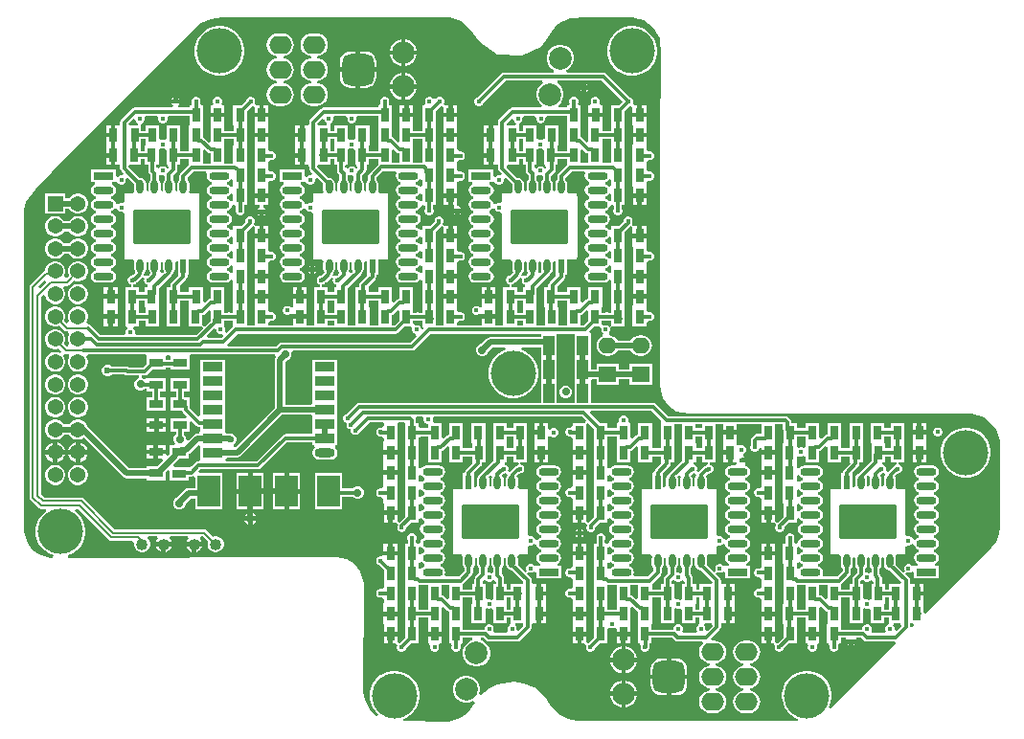
<source format=gtl>
G04*
G04 #@! TF.GenerationSoftware,Altium Limited,Altium Designer,22.1.2 (22)*
G04*
G04 Layer_Physical_Order=1*
G04 Layer_Color=5064179*
%FSAX42Y42*%
%MOMM*%
G71*
G04*
G04 #@! TF.SameCoordinates,62F643CC-CF5F-4127-9562-83DCACE2805F*
G04*
G04*
G04 #@! TF.FilePolarity,Positive*
G04*
G01*
G75*
%ADD13C,0.20*%
%ADD15C,0.50*%
%ADD39O,1.80X0.70*%
%ADD40O,0.64X1.20*%
%ADD41R,0.60X1.20*%
%ADD42R,1.80X0.70*%
%ADD43R,0.80X1.30*%
%ADD44R,1.30X0.80*%
%ADD45R,1.00X1.70*%
%ADD46R,2.00X2.80*%
%ADD47R,1.78X0.81*%
%ADD48O,1.78X0.81*%
%ADD49C,0.30*%
G04:AMPARAMS|DCode=50|XSize=5mm|YSize=3mm|CornerRadius=0.08mm|HoleSize=0mm|Usage=FLASHONLY|Rotation=0.000|XOffset=0mm|YOffset=0mm|HoleType=Round|Shape=RoundedRectangle|*
%AMROUNDEDRECTD50*
21,1,5.00,2.85,0,0,0.0*
21,1,4.85,3.00,0,0,0.0*
1,1,0.15,2.42,-1.43*
1,1,0.15,-2.42,-1.43*
1,1,0.15,-2.42,1.43*
1,1,0.15,2.42,1.43*
%
%ADD50ROUNDEDRECTD50*%
%ADD51C,1.37*%
%ADD52R,1.37X1.37*%
%ADD53C,2.00*%
%ADD54C,1.02*%
G04:AMPARAMS|DCode=55|XSize=2.8mm|YSize=2.8mm|CornerRadius=0.7mm|HoleSize=0mm|Usage=FLASHONLY|Rotation=180.000|XOffset=0mm|YOffset=0mm|HoleType=Round|Shape=RoundedRectangle|*
%AMROUNDEDRECTD55*
21,1,2.80,1.40,0,0,180.0*
21,1,1.40,2.80,0,0,180.0*
1,1,1.40,-0.70,0.70*
1,1,1.40,0.70,0.70*
1,1,1.40,0.70,-0.70*
1,1,1.40,-0.70,-0.70*
%
%ADD55ROUNDEDRECTD55*%
%ADD56O,2.00X1.60*%
%ADD57R,1.60X1.40*%
%ADD58O,1.60X1.40*%
%ADD59C,0.40*%
%ADD60C,0.60*%
%ADD61C,0.70*%
%ADD62C,4.00*%
G36*
X005414Y006390D02*
X005457Y006390D01*
X005480Y006384D01*
X005507Y006379D01*
X005510Y006377D01*
X005544Y006370D01*
X005632Y006304D01*
X005688Y006207D01*
X005697Y006056D01*
X005694Y005294D01*
X005696Y003133D01*
X005720Y003024D01*
X005770Y002957D01*
X005840Y002910D01*
X005958Y002890D01*
X006627D01*
X008443Y002891D01*
X008564Y002858D01*
X008665Y002757D01*
X008694Y002645D01*
X008695Y001886D01*
X008690Y001818D01*
X008665Y001758D01*
X008621Y001701D01*
X008041Y001120D01*
X008022Y001128D01*
Y001192D01*
X008023Y001212D01*
X008023Y001223D01*
Y001277D01*
X007963D01*
Y001297D01*
X007943D01*
Y001382D01*
X007903Y001382D01*
X007901Y001401D01*
Y001412D01*
X007898Y001426D01*
X007890Y001437D01*
X007856Y001472D01*
X007867Y001487D01*
X007881Y001481D01*
X007897D01*
X007912Y001487D01*
X007918Y001493D01*
X007938Y001486D01*
Y001430D01*
X008158D01*
Y001540D01*
X008126D01*
X008124Y001560D01*
X008125Y001560D01*
X008143Y001573D01*
X008155Y001591D01*
X008159Y001612D01*
X008155Y001634D01*
X008143Y001652D01*
X008125Y001664D01*
X008117Y001666D01*
Y001686D01*
X008125Y001687D01*
X008143Y001700D01*
X008155Y001718D01*
X008159Y001739D01*
X008155Y001761D01*
X008143Y001779D01*
X008125Y001791D01*
X008117Y001793D01*
Y001813D01*
X008125Y001814D01*
X008143Y001827D01*
X008155Y001845D01*
X008159Y001866D01*
X008155Y001888D01*
X008143Y001906D01*
X008125Y001918D01*
X008117Y001920D01*
Y001940D01*
X008125Y001941D01*
X008143Y001954D01*
X008155Y001972D01*
X008159Y001993D01*
X008155Y002015D01*
X008143Y002033D01*
X008125Y002045D01*
X008117Y002047D01*
Y002067D01*
X008125Y002068D01*
X008143Y002081D01*
X008155Y002099D01*
X008159Y002120D01*
X008155Y002142D01*
X008143Y002160D01*
X008125Y002172D01*
X008117Y002174D01*
Y002194D01*
X008125Y002195D01*
X008143Y002208D01*
X008155Y002226D01*
X008159Y002247D01*
X008155Y002269D01*
X008143Y002287D01*
X008125Y002299D01*
X008117Y002301D01*
Y002321D01*
X008125Y002322D01*
X008143Y002335D01*
X008155Y002353D01*
X008159Y002374D01*
X008155Y002396D01*
X008143Y002414D01*
X008125Y002426D01*
X008103Y002430D01*
X007993D01*
X007972Y002426D01*
X007954Y002414D01*
X007941Y002396D01*
X007937Y002374D01*
X007941Y002353D01*
X007954Y002335D01*
X007972Y002322D01*
X007979Y002321D01*
Y002301D01*
X007972Y002299D01*
X007954Y002287D01*
X007941Y002269D01*
X007937Y002247D01*
X007941Y002226D01*
X007954Y002208D01*
X007972Y002195D01*
X007979Y002194D01*
Y002174D01*
X007972Y002172D01*
X007954Y002160D01*
X007941Y002142D01*
X007937Y002120D01*
X007941Y002099D01*
X007954Y002081D01*
X007972Y002068D01*
X007979Y002067D01*
Y002047D01*
X007972Y002045D01*
X007954Y002033D01*
X007941Y002015D01*
X007937Y001993D01*
X007941Y001972D01*
X007954Y001954D01*
X007972Y001941D01*
X007979Y001940D01*
Y001920D01*
X007972Y001918D01*
X007954Y001906D01*
X007941Y001888D01*
X007937Y001866D01*
X007941Y001845D01*
X007954Y001827D01*
X007972Y001814D01*
X007979Y001813D01*
Y001793D01*
X007972Y001791D01*
X007954Y001779D01*
X007949Y001772D01*
X007943Y001772D01*
X007927Y001776D01*
X007923Y001786D01*
X007912Y001797D01*
X007897Y001803D01*
X007881D01*
X007881Y001803D01*
X007861Y001816D01*
Y002202D01*
X007861Y002204D01*
Y002222D01*
X007843D01*
X007841Y002222D01*
X007787D01*
X007773Y002242D01*
X007775Y002252D01*
Y002309D01*
X007771Y002329D01*
X007766Y002336D01*
X007787Y002357D01*
X007798Y002359D01*
X007799Y002360D01*
X007800D01*
X007814Y002366D01*
X007826Y002377D01*
X007832Y002392D01*
Y002408D01*
X007826Y002423D01*
X007814Y002434D01*
X007800Y002440D01*
X007800Y002460D01*
X007853D01*
Y002630D01*
X007853D01*
X007853Y002638D01*
X007853D01*
X007853Y002650D01*
Y002808D01*
X007733D01*
Y002759D01*
X007677D01*
Y002808D01*
X007557D01*
Y002649D01*
X007557Y002638D01*
X007557D01*
X007560Y002630D01*
X007560Y002630D01*
Y002472D01*
X007450Y002362D01*
X007445Y002356D01*
X007431Y002346D01*
X007420Y002329D01*
X007416Y002309D01*
Y002252D01*
X007399Y002236D01*
X007391Y002239D01*
Y002361D01*
X007391Y002361D01*
X007391D01*
X007401Y002377D01*
X007445Y002421D01*
X007453Y002433D01*
X007456Y002447D01*
Y002460D01*
X007490D01*
Y002619D01*
X007490Y002630D01*
X007490D01*
X007487Y002638D01*
X007487Y002638D01*
Y002808D01*
X007367D01*
Y002649D01*
X007367Y002638D01*
X007367D01*
X007370Y002630D01*
X007370Y002630D01*
Y002581D01*
X007290D01*
Y002630D01*
X007290D01*
X007291Y002638D01*
X007291D01*
X007290Y002650D01*
Y002808D01*
X007171D01*
Y002708D01*
X007161Y002706D01*
X007150Y002698D01*
X007119Y002668D01*
X007100Y002675D01*
Y002808D01*
X006981D01*
Y002759D01*
X006958D01*
X006948Y002763D01*
X006932D01*
X006921Y002759D01*
X006900D01*
Y002808D01*
X006851D01*
Y002810D01*
X006848Y002824D01*
X006840Y002836D01*
X006823Y002853D01*
X006811Y002861D01*
X006797Y002864D01*
X005767D01*
X005655Y002975D01*
X005644Y002983D01*
X005630Y002986D01*
X005080D01*
Y003175D01*
X005092Y003190D01*
X005130D01*
Y003146D01*
X005330D01*
Y003190D01*
X005420D01*
Y003146D01*
X005620D01*
Y003326D01*
X005420D01*
Y003282D01*
X005330D01*
Y003326D01*
X005130D01*
Y003282D01*
X005080D01*
Y003367D01*
X005080Y003387D01*
X005080D01*
Y003387D01*
X005080D01*
Y003597D01*
X005074D01*
X005066Y003617D01*
X005110Y003662D01*
X005161D01*
X005173Y003642D01*
X005172Y003638D01*
Y003622D01*
X005178Y003607D01*
X005189Y003596D01*
X005188Y003574D01*
X005175Y003569D01*
X005156Y003554D01*
X005141Y003535D01*
X005132Y003513D01*
X005129Y003490D01*
X005132Y003467D01*
X005141Y003445D01*
X005156Y003426D01*
X005175Y003411D01*
X005197Y003402D01*
X005220Y003399D01*
X005240D01*
X005263Y003402D01*
X005285Y003411D01*
X005304Y003426D01*
X005318Y003444D01*
X005432D01*
X005446Y003426D01*
X005465Y003411D01*
X005487Y003402D01*
X005510Y003399D01*
X005530D01*
X005553Y003402D01*
X005575Y003411D01*
X005594Y003426D01*
X005609Y003445D01*
X005618Y003467D01*
X005621Y003490D01*
X005618Y003513D01*
X005609Y003535D01*
X005594Y003554D01*
X005575Y003569D01*
X005553Y003578D01*
X005530Y003581D01*
X005510D01*
X005487Y003578D01*
X005465Y003569D01*
X005446Y003554D01*
X005432Y003536D01*
X005318D01*
X005304Y003554D01*
X005285Y003569D01*
X005263Y003578D01*
X005245Y003580D01*
X005239Y003595D01*
X005239Y003601D01*
X005245Y003607D01*
X005252Y003622D01*
Y003638D01*
X005248Y003647D01*
X005262Y003662D01*
X005380D01*
Y003832D01*
X005380D01*
X005381Y003840D01*
X005381D01*
X005381Y003852D01*
Y004010D01*
X005381D01*
Y004018D01*
X005381D01*
Y004177D01*
X005381Y004188D01*
X005381Y004208D01*
Y004355D01*
X005381Y004367D01*
X005381D01*
X005380Y004375D01*
X005380D01*
Y004495D01*
X005430Y004545D01*
X005450Y004537D01*
X005450Y004528D01*
Y004480D01*
X005490D01*
Y004545D01*
X005468D01*
X005456Y004545D01*
X005455Y004546D01*
X005444Y004561D01*
X005449Y004579D01*
X005450Y004582D01*
Y004598D01*
X005444Y004613D01*
X005433Y004624D01*
X005418Y004630D01*
X005402D01*
X005387Y004624D01*
X005376Y004613D01*
X005370Y004598D01*
Y004585D01*
X005330Y004545D01*
X005260D01*
Y004518D01*
X005240Y004512D01*
X005233Y004522D01*
X005215Y004535D01*
X005207Y004536D01*
Y004556D01*
X005215Y004558D01*
X005233Y004570D01*
X005245Y004588D01*
X005249Y004610D01*
X005245Y004631D01*
X005233Y004649D01*
X005215Y004662D01*
X005207Y004663D01*
Y004683D01*
X005215Y004685D01*
X005233Y004697D01*
X005245Y004715D01*
X005246Y004719D01*
X005261Y004732D01*
X005265Y004732D01*
X005285Y004722D01*
Y004699D01*
X005280Y004688D01*
Y004672D01*
X005286Y004657D01*
X005297Y004646D01*
X005312Y004640D01*
X005328D01*
X005343Y004646D01*
X005354Y004657D01*
X005360Y004672D01*
Y004688D01*
X005356Y004698D01*
Y004732D01*
X005381D01*
Y004890D01*
X005381Y004902D01*
X005381D01*
X005380Y004910D01*
X005380D01*
Y005068D01*
X005380Y005080D01*
X005380D01*
Y005088D01*
X005380D01*
Y005258D01*
X005380D01*
X005381Y005267D01*
X005381D01*
X005381Y005278D01*
Y005425D01*
X005381Y005437D01*
X005381D01*
X005380Y005445D01*
X005380D01*
Y005564D01*
X005426Y005610D01*
X005430Y005612D01*
X005432Y005611D01*
X005449Y005602D01*
X005450Y005600D01*
X005450Y005580D01*
Y005550D01*
X005490D01*
Y005615D01*
X005463D01*
X005463Y005615D01*
X005451Y005635D01*
X005454Y005640D01*
Y005656D01*
X005448Y005671D01*
X005436Y005682D01*
X005426Y005686D01*
X005217Y005895D01*
X005205Y005903D01*
X005192Y005906D01*
X004871D01*
X004866Y005926D01*
X004884Y005936D01*
X004907Y005959D01*
X004922Y005986D01*
X004931Y006017D01*
Y006048D01*
X004922Y006079D01*
X004907Y006106D01*
X004884Y006128D01*
X004857Y006144D01*
X004826Y006152D01*
X004795D01*
X004764Y006144D01*
X004737Y006128D01*
X004714Y006106D01*
X004699Y006079D01*
X004691Y006048D01*
Y006017D01*
X004699Y005986D01*
X004714Y005959D01*
X004737Y005936D01*
X004755Y005926D01*
X004750Y005906D01*
X004312D01*
X004298Y005903D01*
X004287Y005895D01*
X004078Y005686D01*
X004067Y005682D01*
X004056Y005671D01*
X004050Y005656D01*
Y005640D01*
X004056Y005625D01*
X004067Y005614D01*
X004082Y005608D01*
X004098D01*
X004113Y005614D01*
X004124Y005625D01*
X004128Y005636D01*
X004327Y005834D01*
X004652D01*
X004657Y005814D01*
X004647Y005808D01*
X004624Y005786D01*
X004609Y005759D01*
X004601Y005728D01*
Y005697D01*
X004609Y005666D01*
X004624Y005639D01*
X004647Y005616D01*
X004648Y005616D01*
X004643Y005596D01*
X004388D01*
X004374Y005593D01*
X004362Y005585D01*
X004270Y005493D01*
X004262Y005481D01*
X004259Y005467D01*
Y005456D01*
X004258Y005437D01*
X004239Y005437D01*
X004217D01*
Y005352D01*
X004197D01*
Y005332D01*
X004138D01*
Y005278D01*
X004137Y005258D01*
X004137Y005247D01*
Y005193D01*
X004197D01*
Y005173D01*
X004217D01*
Y005088D01*
X004257Y005088D01*
X004259Y005069D01*
Y005058D01*
X004262Y005044D01*
X004270Y005033D01*
X004291Y005011D01*
X004280Y004994D01*
X004279Y004995D01*
X004263D01*
X004248Y004989D01*
X004242Y004983D01*
X004222Y004990D01*
Y005046D01*
X004002D01*
Y004936D01*
X004034D01*
X004036Y004916D01*
X004035Y004916D01*
X004017Y004903D01*
X004005Y004885D01*
X004001Y004864D01*
X004005Y004842D01*
X004017Y004824D01*
X004035Y004812D01*
X004043Y004810D01*
Y004790D01*
X004035Y004789D01*
X004017Y004776D01*
X004005Y004758D01*
X004001Y004737D01*
X004005Y004715D01*
X004017Y004697D01*
X004035Y004685D01*
X004043Y004683D01*
Y004663D01*
X004035Y004662D01*
X004017Y004649D01*
X004005Y004631D01*
X004001Y004610D01*
X004005Y004588D01*
X004017Y004570D01*
X004035Y004558D01*
X004043Y004556D01*
Y004536D01*
X004035Y004535D01*
X004017Y004522D01*
X004005Y004504D01*
X004001Y004483D01*
X004005Y004461D01*
X004017Y004443D01*
X004035Y004431D01*
X004043Y004429D01*
Y004409D01*
X004035Y004408D01*
X004017Y004395D01*
X004005Y004377D01*
X004001Y004356D01*
X004005Y004334D01*
X004017Y004316D01*
X004035Y004304D01*
X004043Y004302D01*
Y004282D01*
X004035Y004281D01*
X004017Y004268D01*
X004005Y004250D01*
X004001Y004229D01*
X004005Y004207D01*
X004017Y004189D01*
X004035Y004177D01*
X004043Y004175D01*
Y004155D01*
X004035Y004154D01*
X004017Y004141D01*
X004005Y004123D01*
X004001Y004102D01*
X004005Y004080D01*
X004017Y004062D01*
X004035Y004050D01*
X004057Y004046D01*
X004167D01*
X004188Y004050D01*
X004206Y004062D01*
X004219Y004080D01*
X004223Y004102D01*
X004219Y004123D01*
X004206Y004141D01*
X004188Y004154D01*
X004181Y004155D01*
Y004175D01*
X004188Y004177D01*
X004206Y004189D01*
X004219Y004207D01*
X004223Y004229D01*
X004219Y004250D01*
X004206Y004268D01*
X004188Y004281D01*
X004181Y004282D01*
Y004302D01*
X004188Y004304D01*
X004206Y004316D01*
X004219Y004334D01*
X004223Y004356D01*
X004219Y004377D01*
X004206Y004395D01*
X004188Y004408D01*
X004181Y004409D01*
Y004429D01*
X004188Y004431D01*
X004206Y004443D01*
X004219Y004461D01*
X004223Y004483D01*
X004219Y004504D01*
X004206Y004522D01*
X004188Y004535D01*
X004181Y004536D01*
Y004556D01*
X004188Y004558D01*
X004206Y004570D01*
X004219Y004588D01*
X004223Y004610D01*
X004219Y004631D01*
X004206Y004649D01*
X004188Y004662D01*
X004181Y004663D01*
Y004683D01*
X004188Y004685D01*
X004206Y004697D01*
X004211Y004704D01*
X004217Y004704D01*
X004233Y004700D01*
X004237Y004690D01*
X004248Y004679D01*
X004263Y004673D01*
X004279D01*
X004279Y004673D01*
X004299Y004660D01*
Y004274D01*
X004299Y004272D01*
Y004254D01*
X004317D01*
X004319Y004254D01*
X004373D01*
X004387Y004234D01*
X004385Y004224D01*
Y004167D01*
X004389Y004147D01*
X004395Y004137D01*
Y004135D01*
X004373Y004113D01*
X004362Y004111D01*
X004361Y004110D01*
X004360D01*
X004346Y004104D01*
X004334Y004093D01*
X004328Y004078D01*
Y004062D01*
X004334Y004047D01*
X004346Y004036D01*
X004360Y004030D01*
X004360Y004010D01*
X004307D01*
Y003840D01*
X004307D01*
X004307Y003832D01*
X004307D01*
X004307Y003820D01*
Y003666D01*
X004237D01*
Y003727D01*
X004177D01*
X004117D01*
Y003666D01*
X003900D01*
Y003693D01*
X003920Y003706D01*
X003920Y003706D01*
X003936D01*
X003951Y003712D01*
X003962Y003723D01*
X003968Y003738D01*
Y003754D01*
X003962Y003769D01*
X003951Y003780D01*
X003936Y003786D01*
X003920D01*
X003920Y003786D01*
X003900Y003797D01*
Y003820D01*
X003901Y003840D01*
X003901Y003852D01*
Y003905D01*
X003840D01*
X003781D01*
Y003852D01*
X003780Y003832D01*
X003780Y003820D01*
Y003666D01*
X003710D01*
Y003832D01*
X003710D01*
X003711Y003840D01*
X003711D01*
X003710Y003852D01*
Y004010D01*
X003711D01*
Y004018D01*
X003710D01*
Y004177D01*
X003711Y004188D01*
X003710Y004208D01*
Y004355D01*
X003711Y004367D01*
X003711D01*
X003710Y004375D01*
X003710D01*
Y004495D01*
X003760Y004545D01*
X003780Y004537D01*
Y004480D01*
X003820D01*
Y004545D01*
X003786D01*
X003777Y004557D01*
X003773Y004562D01*
X003774Y004569D01*
X003780Y004582D01*
Y004598D01*
X003774Y004613D01*
X003763Y004624D01*
X003748Y004630D01*
X003732D01*
X003717Y004624D01*
X003706Y004613D01*
X003700Y004598D01*
Y004585D01*
X003660Y004545D01*
X003590D01*
Y004518D01*
X003570Y004512D01*
X003563Y004522D01*
X003545Y004535D01*
X003537Y004536D01*
Y004556D01*
X003545Y004558D01*
X003563Y004570D01*
X003575Y004588D01*
X003579Y004610D01*
X003575Y004631D01*
X003563Y004649D01*
X003545Y004662D01*
X003537Y004663D01*
Y004683D01*
X003545Y004685D01*
X003563Y004697D01*
X003575Y004715D01*
X003576Y004719D01*
X003591Y004732D01*
X003595Y004732D01*
X003615Y004722D01*
Y004699D01*
X003610Y004688D01*
Y004672D01*
X003616Y004657D01*
X003627Y004646D01*
X003642Y004640D01*
X003658D01*
X003673Y004646D01*
X003684Y004657D01*
X003690Y004672D01*
Y004688D01*
X003686Y004698D01*
Y004732D01*
X003710D01*
Y004890D01*
X003711Y004902D01*
X003711D01*
X003710Y004910D01*
X003710D01*
Y005068D01*
X003710Y005080D01*
X003710D01*
Y005088D01*
X003710D01*
Y005258D01*
X003710D01*
X003711Y005267D01*
X003711D01*
X003711Y005278D01*
Y005425D01*
X003711Y005437D01*
X003711D01*
X003710Y005445D01*
X003710D01*
Y005564D01*
X003756Y005610D01*
X003760Y005612D01*
X003762Y005611D01*
X003779Y005602D01*
X003780Y005600D01*
X003780Y005580D01*
Y005550D01*
X003820D01*
Y005615D01*
X003793D01*
X003793Y005615D01*
X003781Y005635D01*
X003784Y005640D01*
Y005656D01*
X003778Y005671D01*
X003766Y005682D01*
X003752Y005688D01*
X003736D01*
X003721Y005682D01*
X003710Y005671D01*
X003688Y005671D01*
X003688Y005671D01*
X003688Y005673D01*
X003676Y005684D01*
X003662Y005690D01*
X003646D01*
X003631Y005684D01*
X003620Y005673D01*
X003614Y005658D01*
Y005642D01*
X003617Y005635D01*
X003607Y005617D01*
X003605Y005615D01*
X003590D01*
Y005456D01*
X003590Y005445D01*
X003590D01*
X003591Y005437D01*
X003591D01*
Y005387D01*
X003510D01*
Y005425D01*
X003511Y005445D01*
X003511Y005456D01*
Y005510D01*
X003451D01*
X003391D01*
Y005456D01*
X003390Y005437D01*
X003390Y005425D01*
Y005297D01*
X003372Y005289D01*
X003334Y005327D01*
X003323Y005335D01*
X003320Y005335D01*
Y005437D01*
X003320D01*
X003321Y005445D01*
X003321D01*
X003321Y005456D01*
Y005615D01*
X003297D01*
Y005634D01*
X003300Y005642D01*
Y005658D01*
X003294Y005673D01*
X003283Y005684D01*
X003268Y005690D01*
X003252D01*
X003237Y005684D01*
X003226Y005673D01*
X003220Y005658D01*
Y005642D01*
X003223Y005635D01*
X003214Y005615D01*
X003201D01*
Y005596D01*
X002718D01*
X002704Y005593D01*
X002692Y005585D01*
X002600Y005493D01*
X002592Y005481D01*
X002589Y005467D01*
Y005456D01*
X002588Y005437D01*
X002569Y005437D01*
X002548D01*
Y005352D01*
X002527D01*
Y005332D01*
X002468D01*
Y005278D01*
X002467Y005258D01*
X002467Y005247D01*
Y005193D01*
X002527D01*
Y005173D01*
X002547D01*
Y005088D01*
X002587Y005088D01*
X002589Y005069D01*
Y005058D01*
X002592Y005044D01*
X002600Y005033D01*
X002621Y005011D01*
X002610Y004994D01*
X002609Y004995D01*
X002593D01*
X002578Y004989D01*
X002572Y004983D01*
X002552Y004990D01*
Y005046D01*
X002332D01*
Y004936D01*
X002364D01*
X002366Y004916D01*
X002365Y004916D01*
X002347Y004903D01*
X002335Y004885D01*
X002331Y004864D01*
X002335Y004842D01*
X002347Y004824D01*
X002365Y004812D01*
X002373Y004810D01*
Y004790D01*
X002365Y004789D01*
X002347Y004776D01*
X002335Y004758D01*
X002331Y004737D01*
X002335Y004715D01*
X002347Y004697D01*
X002365Y004685D01*
X002373Y004683D01*
Y004663D01*
X002365Y004662D01*
X002347Y004649D01*
X002335Y004631D01*
X002331Y004610D01*
X002335Y004588D01*
X002347Y004570D01*
X002365Y004558D01*
X002373Y004556D01*
Y004536D01*
X002365Y004535D01*
X002347Y004522D01*
X002335Y004504D01*
X002331Y004483D01*
X002335Y004461D01*
X002347Y004443D01*
X002365Y004431D01*
X002373Y004429D01*
Y004409D01*
X002365Y004408D01*
X002347Y004395D01*
X002335Y004377D01*
X002331Y004356D01*
X002335Y004334D01*
X002347Y004316D01*
X002365Y004304D01*
X002373Y004302D01*
Y004282D01*
X002365Y004281D01*
X002347Y004268D01*
X002335Y004250D01*
X002331Y004229D01*
X002335Y004207D01*
X002347Y004189D01*
X002365Y004177D01*
X002373Y004175D01*
Y004155D01*
X002365Y004154D01*
X002347Y004141D01*
X002335Y004123D01*
X002331Y004102D01*
X002335Y004080D01*
X002347Y004062D01*
X002365Y004050D01*
X002387Y004046D01*
X002497D01*
X002518Y004050D01*
X002536Y004062D01*
X002549Y004080D01*
X002553Y004102D01*
X002549Y004123D01*
X002536Y004141D01*
X002518Y004154D01*
X002511Y004155D01*
Y004175D01*
X002518Y004177D01*
X002536Y004189D01*
X002549Y004207D01*
X002553Y004229D01*
X002549Y004250D01*
X002536Y004268D01*
X002518Y004281D01*
X002511Y004282D01*
Y004302D01*
X002518Y004304D01*
X002536Y004316D01*
X002549Y004334D01*
X002553Y004356D01*
X002549Y004377D01*
X002536Y004395D01*
X002518Y004408D01*
X002511Y004409D01*
Y004429D01*
X002518Y004431D01*
X002536Y004443D01*
X002549Y004461D01*
X002553Y004483D01*
X002549Y004504D01*
X002536Y004522D01*
X002518Y004535D01*
X002511Y004536D01*
Y004556D01*
X002518Y004558D01*
X002536Y004570D01*
X002549Y004588D01*
X002553Y004610D01*
X002549Y004631D01*
X002536Y004649D01*
X002518Y004662D01*
X002511Y004663D01*
Y004683D01*
X002518Y004685D01*
X002536Y004697D01*
X002541Y004704D01*
X002547Y004704D01*
X002563Y004700D01*
X002567Y004690D01*
X002578Y004679D01*
X002593Y004673D01*
X002609D01*
X002609Y004673D01*
X002629Y004660D01*
Y004274D01*
X002629Y004272D01*
Y004254D01*
X002647D01*
X002649Y004254D01*
X002703D01*
X002717Y004234D01*
X002715Y004224D01*
Y004167D01*
X002719Y004147D01*
X002725Y004137D01*
Y004135D01*
X002703Y004113D01*
X002692Y004111D01*
X002691Y004110D01*
X002690D01*
X002676Y004104D01*
X002664Y004093D01*
X002658Y004078D01*
Y004062D01*
X002664Y004047D01*
X002676Y004036D01*
X002690Y004030D01*
X002690Y004010D01*
X002637D01*
Y003840D01*
X002637D01*
X002637Y003832D01*
X002637D01*
X002637Y003820D01*
Y003666D01*
X002567D01*
Y003727D01*
X002507D01*
X002447D01*
Y003666D01*
X002230D01*
Y003693D01*
X002250Y003706D01*
X002250Y003706D01*
X002266D01*
X002281Y003712D01*
X002292Y003723D01*
X002298Y003738D01*
Y003754D01*
X002292Y003769D01*
X002281Y003780D01*
X002266Y003786D01*
X002250D01*
X002250Y003786D01*
X002230Y003797D01*
Y003820D01*
X002231Y003840D01*
X002231Y003852D01*
Y003905D01*
X002170D01*
X002110D01*
Y003852D01*
X002110Y003832D01*
X002110Y003820D01*
Y003666D01*
X002040D01*
Y003832D01*
X002040D01*
X002041Y003840D01*
X002041D01*
X002041Y003852D01*
Y004010D01*
X002041D01*
Y004018D01*
X002041D01*
Y004177D01*
X002041Y004188D01*
X002041Y004208D01*
Y004355D01*
X002041Y004367D01*
X002041D01*
X002040Y004375D01*
X002040D01*
Y004495D01*
X002090Y004545D01*
X002110Y004537D01*
Y004480D01*
X002150D01*
Y004545D01*
X002116D01*
X002107Y004557D01*
X002103Y004562D01*
X002104Y004569D01*
X002110Y004582D01*
Y004598D01*
X002104Y004613D01*
X002093Y004624D01*
X002078Y004630D01*
X002062D01*
X002047Y004624D01*
X002036Y004613D01*
X002030Y004598D01*
Y004585D01*
X001990Y004545D01*
X001920D01*
Y004518D01*
X001900Y004512D01*
X001893Y004522D01*
X001875Y004535D01*
X001867Y004536D01*
Y004556D01*
X001875Y004558D01*
X001893Y004570D01*
X001905Y004588D01*
X001909Y004610D01*
X001905Y004631D01*
X001893Y004649D01*
X001875Y004662D01*
X001867Y004663D01*
Y004683D01*
X001875Y004685D01*
X001893Y004697D01*
X001905Y004715D01*
X001906Y004719D01*
X001920Y004732D01*
X001925Y004732D01*
X001945Y004722D01*
Y004699D01*
X001940Y004688D01*
Y004672D01*
X001946Y004657D01*
X001957Y004646D01*
X001972Y004640D01*
X001988D01*
X002003Y004646D01*
X002014Y004657D01*
X002020Y004672D01*
Y004688D01*
X002016Y004698D01*
Y004732D01*
X002041D01*
Y004890D01*
X002041Y004902D01*
X002041D01*
X002040Y004910D01*
X002040D01*
Y005068D01*
X002040Y005080D01*
X002040D01*
Y005088D01*
X002040D01*
Y005258D01*
X002040D01*
X002041Y005267D01*
X002041D01*
X002041Y005278D01*
Y005425D01*
X002041Y005437D01*
X002041D01*
X002040Y005445D01*
X002040D01*
Y005564D01*
X002086Y005610D01*
X002090Y005612D01*
X002092Y005611D01*
X002109Y005602D01*
X002110Y005600D01*
X002110Y005580D01*
Y005550D01*
X002150D01*
Y005615D01*
X002123D01*
X002123Y005615D01*
X002111Y005635D01*
X002114Y005640D01*
Y005656D01*
X002108Y005671D01*
X002096Y005682D01*
X002082Y005688D01*
X002066D01*
X002051Y005682D01*
X002040Y005671D01*
X002035Y005660D01*
X001990Y005615D01*
X001920D01*
Y005456D01*
X001920Y005445D01*
X001920D01*
X001921Y005437D01*
X001921D01*
Y005387D01*
X001840D01*
Y005425D01*
X001841Y005445D01*
X001841Y005456D01*
Y005510D01*
X001781D01*
X001721D01*
Y005456D01*
X001720Y005437D01*
X001720Y005425D01*
Y005297D01*
X001702Y005289D01*
X001664Y005327D01*
X001653Y005335D01*
X001650Y005335D01*
Y005437D01*
X001650D01*
X001651Y005445D01*
X001651D01*
X001651Y005456D01*
Y005615D01*
X001635D01*
X001627Y005635D01*
X001630Y005642D01*
Y005658D01*
X001624Y005673D01*
X001613Y005684D01*
X001598Y005690D01*
X001582D01*
X001567Y005684D01*
X001556Y005673D01*
X001550Y005658D01*
Y005642D01*
X001553Y005635D01*
X001549Y005624D01*
X001540Y005615D01*
X001531D01*
Y005596D01*
X001436D01*
X001432Y005616D01*
X001433Y005616D01*
X001444Y005627D01*
X001445Y005630D01*
X001375D01*
X001376Y005627D01*
X001387Y005616D01*
X001388Y005616D01*
X001384Y005596D01*
X001048D01*
X001034Y005593D01*
X001022Y005585D01*
X000930Y005493D01*
X000922Y005481D01*
X000919Y005467D01*
Y005456D01*
X000918Y005437D01*
X000899Y005437D01*
X000877D01*
Y005352D01*
X000857D01*
Y005332D01*
X000797D01*
Y005278D01*
X000797Y005258D01*
X000797Y005247D01*
Y005193D01*
X000857D01*
Y005173D01*
X000877D01*
Y005088D01*
X000917Y005088D01*
X000919Y005069D01*
Y005058D01*
X000922Y005044D01*
X000930Y005033D01*
X000951Y005011D01*
X000940Y004994D01*
X000939Y004995D01*
X000923D01*
X000908Y004989D01*
X000902Y004983D01*
X000882Y004990D01*
Y005046D01*
X000662D01*
Y004936D01*
X000694D01*
X000696Y004916D01*
X000695Y004916D01*
X000677Y004903D01*
X000665Y004885D01*
X000661Y004864D01*
X000665Y004842D01*
X000677Y004824D01*
X000695Y004812D01*
X000703Y004810D01*
Y004790D01*
X000695Y004789D01*
X000677Y004776D01*
X000665Y004758D01*
X000661Y004737D01*
X000665Y004715D01*
X000677Y004697D01*
X000695Y004685D01*
X000703Y004683D01*
Y004663D01*
X000695Y004662D01*
X000677Y004649D01*
X000665Y004631D01*
X000661Y004610D01*
X000665Y004588D01*
X000677Y004570D01*
X000695Y004558D01*
X000703Y004556D01*
Y004536D01*
X000695Y004535D01*
X000677Y004522D01*
X000665Y004504D01*
X000661Y004483D01*
X000665Y004461D01*
X000677Y004443D01*
X000695Y004431D01*
X000703Y004429D01*
Y004409D01*
X000695Y004408D01*
X000677Y004395D01*
X000665Y004377D01*
X000661Y004356D01*
X000665Y004334D01*
X000677Y004316D01*
X000695Y004304D01*
X000703Y004302D01*
Y004282D01*
X000695Y004281D01*
X000677Y004268D01*
X000665Y004250D01*
X000661Y004229D01*
X000665Y004207D01*
X000677Y004189D01*
X000695Y004177D01*
X000703Y004175D01*
Y004155D01*
X000695Y004154D01*
X000677Y004141D01*
X000665Y004123D01*
X000661Y004102D01*
X000665Y004080D01*
X000677Y004062D01*
X000695Y004050D01*
X000717Y004046D01*
X000827D01*
X000848Y004050D01*
X000866Y004062D01*
X000879Y004080D01*
X000883Y004102D01*
X000879Y004123D01*
X000866Y004141D01*
X000848Y004154D01*
X000841Y004155D01*
Y004175D01*
X000848Y004177D01*
X000866Y004189D01*
X000879Y004207D01*
X000883Y004229D01*
X000879Y004250D01*
X000866Y004268D01*
X000848Y004281D01*
X000841Y004282D01*
Y004302D01*
X000848Y004304D01*
X000866Y004316D01*
X000879Y004334D01*
X000883Y004356D01*
X000879Y004377D01*
X000866Y004395D01*
X000848Y004408D01*
X000841Y004409D01*
Y004429D01*
X000848Y004431D01*
X000866Y004443D01*
X000879Y004461D01*
X000883Y004483D01*
X000879Y004504D01*
X000866Y004522D01*
X000848Y004535D01*
X000841Y004536D01*
Y004556D01*
X000848Y004558D01*
X000866Y004570D01*
X000879Y004588D01*
X000883Y004610D01*
X000879Y004631D01*
X000866Y004649D01*
X000848Y004662D01*
X000841Y004663D01*
Y004683D01*
X000848Y004685D01*
X000866Y004697D01*
X000871Y004704D01*
X000877Y004704D01*
X000893Y004700D01*
X000897Y004690D01*
X000908Y004679D01*
X000923Y004673D01*
X000939D01*
X000939Y004673D01*
X000959Y004660D01*
Y004274D01*
X000959Y004272D01*
Y004254D01*
X000977D01*
X000979Y004254D01*
X001033D01*
X001047Y004234D01*
X001045Y004224D01*
Y004167D01*
X001049Y004147D01*
X001055Y004137D01*
Y004135D01*
X001033Y004113D01*
X001022Y004111D01*
X001021Y004110D01*
X001020D01*
X001006Y004104D01*
X000994Y004093D01*
X000988Y004078D01*
Y004062D01*
X000994Y004047D01*
X001006Y004036D01*
X001020Y004030D01*
X001020Y004010D01*
X000967D01*
Y003840D01*
X000967D01*
X000967Y003832D01*
X000967D01*
X000967Y003820D01*
Y003662D01*
X000979D01*
X000984Y003652D01*
X000985Y003642D01*
X000976Y003633D01*
X000970Y003618D01*
Y003602D01*
X000970Y003601D01*
X000957Y003581D01*
X000748D01*
X000659Y003671D01*
X000648Y003678D01*
X000634Y003681D01*
X000633Y003681D01*
X000621Y003699D01*
X000629Y003713D01*
X000635Y003735D01*
Y003758D01*
X000629Y003781D01*
X000617Y003801D01*
X000601Y003818D01*
X000581Y003829D01*
X000558Y003835D01*
X000535D01*
X000512Y003829D01*
X000492Y003818D01*
X000476Y003801D01*
X000464Y003781D01*
X000458Y003758D01*
Y003735D01*
X000464Y003713D01*
X000465Y003711D01*
X000455Y003688D01*
X000449Y003687D01*
X000427Y003709D01*
X000429Y003713D01*
X000435Y003735D01*
Y003758D01*
X000429Y003781D01*
X000417Y003801D01*
X000401Y003818D01*
X000381Y003829D01*
X000358Y003835D01*
X000335D01*
X000312Y003829D01*
X000292Y003818D01*
X000276Y003801D01*
X000264Y003781D01*
X000258Y003758D01*
Y003735D01*
X000264Y003713D01*
X000276Y003692D01*
X000292Y003676D01*
X000312Y003664D01*
X000335Y003658D01*
X000358D01*
X000381Y003664D01*
X000384Y003666D01*
X000426Y003624D01*
X000426Y003624D01*
X000436Y003617D01*
X000448Y003615D01*
X000448Y003615D01*
X000463D01*
X000472Y003595D01*
X000464Y003581D01*
X000458Y003558D01*
Y003535D01*
X000464Y003513D01*
X000469Y003505D01*
X000459Y003484D01*
X000448Y003482D01*
X000425Y003505D01*
X000429Y003513D01*
X000435Y003535D01*
Y003558D01*
X000429Y003581D01*
X000417Y003601D01*
X000401Y003618D01*
X000381Y003629D01*
X000358Y003635D01*
X000335D01*
X000312Y003629D01*
X000292Y003618D01*
X000276Y003601D01*
X000264Y003581D01*
X000258Y003558D01*
Y003535D01*
X000264Y003513D01*
X000276Y003492D01*
X000292Y003476D01*
X000312Y003464D01*
X000335Y003458D01*
X000358D01*
X000379Y003464D01*
X000404Y003439D01*
X000392Y003423D01*
X000381Y003429D01*
X000358Y003435D01*
X000335D01*
X000312Y003429D01*
X000292Y003418D01*
X000276Y003401D01*
X000264Y003381D01*
X000258Y003358D01*
Y003335D01*
X000264Y003313D01*
X000276Y003292D01*
X000292Y003276D01*
X000312Y003264D01*
X000335Y003258D01*
X000358D01*
X000381Y003264D01*
X000401Y003276D01*
X000417Y003292D01*
X000429Y003313D01*
X000435Y003335D01*
Y003358D01*
X000429Y003381D01*
X000417Y003401D01*
X000428Y003416D01*
X000430Y003417D01*
X000441Y003415D01*
X000441Y003415D01*
X000464D01*
X000472Y003395D01*
X000464Y003381D01*
X000458Y003358D01*
Y003335D01*
X000464Y003313D01*
X000476Y003292D01*
X000492Y003276D01*
X000512Y003264D01*
X000535Y003258D01*
X000558D01*
X000581Y003264D01*
X000601Y003276D01*
X000617Y003292D01*
X000629Y003313D01*
X000635Y003335D01*
Y003358D01*
X000629Y003381D01*
X000624Y003390D01*
X000635Y003410D01*
X001143D01*
X001155Y003395D01*
X001155Y003390D01*
Y003326D01*
X001125Y003296D01*
X000999D01*
X000988Y003303D01*
X000974Y003306D01*
X000845D01*
X000838Y003312D01*
X000820Y003320D01*
X000800D01*
X000782Y003312D01*
X000768Y003298D01*
X000760Y003280D01*
Y003260D01*
X000768Y003242D01*
X000782Y003228D01*
X000800Y003220D01*
X000820D01*
X000838Y003228D01*
X000845Y003234D01*
X000959D01*
X000970Y003227D01*
X000984Y003224D01*
X001087D01*
X001089Y003205D01*
X001069Y003197D01*
X001053Y003181D01*
X001045Y003161D01*
Y003139D01*
X001053Y003119D01*
X001069Y003103D01*
X001089Y003095D01*
X001111D01*
X001131Y003103D01*
X001135Y003107D01*
X001155Y003105D01*
Y003085D01*
X001204D01*
Y003037D01*
X001155D01*
Y002917D01*
X001325D01*
Y003037D01*
X001276D01*
Y003085D01*
X001325D01*
Y003205D01*
X001155D01*
Y003201D01*
X001135Y003193D01*
X001131Y003197D01*
X001111Y003205D01*
X001113Y003224D01*
X001140D01*
X001154Y003227D01*
X001165Y003235D01*
X001205Y003275D01*
X001325D01*
Y003295D01*
X001365D01*
Y003275D01*
X001535D01*
Y003390D01*
X001535Y003395D01*
X001546Y003410D01*
X002289D01*
X002297Y003390D01*
X002290Y003380D01*
X002287Y003362D01*
Y002942D01*
X001938Y002593D01*
X001925Y002594D01*
X001922Y002615D01*
X001928Y002618D01*
X001942Y002632D01*
X001950Y002650D01*
Y002670D01*
X001942Y002688D01*
X001928Y002702D01*
X001912Y002709D01*
X001909Y002711D01*
X001891Y002715D01*
X001862D01*
X001849Y002730D01*
Y002735D01*
X001849D01*
Y002842D01*
X001849Y002857D01*
X001849Y002877D01*
Y002969D01*
X001849Y002984D01*
X001849Y003004D01*
Y003096D01*
X001849Y003111D01*
X001849Y003131D01*
Y003223D01*
X001849Y003238D01*
X001849Y003258D01*
Y003365D01*
X001631D01*
Y003258D01*
X001631Y003243D01*
X001631Y003223D01*
Y003131D01*
X001631Y003116D01*
X001631Y003096D01*
Y003004D01*
X001631Y002989D01*
X001631Y002969D01*
X001631Y002873D01*
X001611Y002865D01*
X001536Y002940D01*
Y002952D01*
X001535Y002955D01*
Y003037D01*
X001486D01*
Y003085D01*
X001535D01*
Y003205D01*
X001365D01*
Y003085D01*
X001414D01*
Y003037D01*
X001365D01*
Y002917D01*
X001466D01*
X001467Y002912D01*
X001475Y002900D01*
X001509Y002865D01*
X001502Y002847D01*
X001365D01*
Y002727D01*
X001414D01*
X001414Y002707D01*
X001402Y002695D01*
X001394Y002675D01*
Y002653D01*
X001402Y002633D01*
X001406Y002630D01*
X001398Y002609D01*
X001360D01*
Y002539D01*
X001359Y002534D01*
Y002534D01*
X001338Y002513D01*
X001320Y002521D01*
Y002530D01*
X001255D01*
Y002490D01*
X001289D01*
X001297Y002472D01*
X001245Y002420D01*
X001150D01*
Y002406D01*
X000999D01*
X000631Y002774D01*
X000629Y002781D01*
X000617Y002801D01*
X000601Y002818D01*
X000581Y002829D01*
X000558Y002835D01*
X000535D01*
X000512Y002829D01*
X000492Y002818D01*
X000476Y002801D01*
X000471Y002793D01*
X000422D01*
X000417Y002801D01*
X000401Y002818D01*
X000381Y002829D01*
X000358Y002835D01*
X000335D01*
X000312Y002829D01*
X000292Y002818D01*
X000276Y002801D01*
X000264Y002781D01*
X000258Y002758D01*
Y002735D01*
X000264Y002713D01*
X000276Y002692D01*
X000292Y002676D01*
X000312Y002664D01*
X000335Y002658D01*
X000358D01*
X000381Y002664D01*
X000401Y002676D01*
X000417Y002692D01*
X000422Y002701D01*
X000471D01*
X000476Y002692D01*
X000492Y002676D01*
X000512Y002664D01*
X000535Y002658D01*
X000558D01*
X000581Y002664D01*
X000600Y002675D01*
X000948Y002328D01*
X000962Y002318D01*
X000980Y002314D01*
X001150D01*
Y002300D01*
X001320D01*
Y002365D01*
X001342Y002387D01*
X001360Y002379D01*
Y002300D01*
X001530D01*
Y002332D01*
X001548D01*
X001561Y002335D01*
X001562Y002335D01*
X001582Y002324D01*
Y002229D01*
X001528D01*
X001511Y002226D01*
X001496Y002216D01*
X001427Y002147D01*
X001412Y002141D01*
X001397Y002125D01*
X001388Y002105D01*
Y002083D01*
X001397Y002063D01*
X001412Y002048D01*
X001432Y002039D01*
X001454D01*
X001474Y002048D01*
X001490Y002063D01*
X001498Y002083D01*
Y002088D01*
X001547Y002138D01*
X001582D01*
Y002040D01*
X001822D01*
Y002360D01*
X001617D01*
X001609Y002378D01*
X001625Y002395D01*
X002140D01*
X002154Y002397D01*
X002165Y002405D01*
X002398Y002637D01*
X002622D01*
Y002608D01*
X002637D01*
X002643Y002588D01*
X002639Y002586D01*
X002625Y002566D01*
X002621Y002542D01*
X002625Y002518D01*
X002639Y002498D01*
X002659Y002485D01*
X002682Y002480D01*
X002779D01*
X002803Y002485D01*
X002823Y002498D01*
X002836Y002518D01*
X002841Y002542D01*
X002836Y002566D01*
X002823Y002586D01*
X002819Y002588D01*
X002825Y002608D01*
X002840D01*
Y002730D01*
X002840D01*
Y002735D01*
X002840D01*
Y002842D01*
X002840Y002857D01*
X002840Y002877D01*
Y002969D01*
X002840Y002984D01*
X002840Y003004D01*
Y003096D01*
X002840Y003111D01*
X002840Y003131D01*
Y003223D01*
X002840Y003238D01*
X002840Y003258D01*
Y003365D01*
X002622D01*
Y003258D01*
X002622Y003243D01*
X002622Y003223D01*
Y003131D01*
X002622Y003116D01*
X002622Y003096D01*
X002622Y002983D01*
X002608Y002969D01*
X002378D01*
Y003343D01*
X002390Y003355D01*
X002391D01*
X002411Y003363D01*
X002427Y003379D01*
X002435Y003399D01*
Y003421D01*
X002434Y003424D01*
X002447Y003444D01*
X003500D01*
X003514Y003447D01*
X003525Y003455D01*
X003665Y003594D01*
X004640D01*
Y003566D01*
X004190D01*
X004172Y003562D01*
X004158Y003552D01*
X004110Y003505D01*
X004109D01*
X004089Y003497D01*
X004073Y003481D01*
X004065Y003461D01*
Y003439D01*
X004073Y003419D01*
X004089Y003403D01*
X004109Y003395D01*
X004131D01*
X004151Y003403D01*
X004167Y003419D01*
X004175Y003439D01*
Y003440D01*
X004209Y003474D01*
X004321D01*
X004325Y003454D01*
X004291Y003440D01*
X004255Y003416D01*
X004224Y003385D01*
X004200Y003349D01*
X004183Y003309D01*
X004175Y003267D01*
Y003223D01*
X004183Y003181D01*
X004200Y003141D01*
X004224Y003105D01*
X004255Y003074D01*
X004291Y003050D01*
X004331Y003033D01*
X004373Y003025D01*
X004417D01*
X004459Y003033D01*
X004499Y003050D01*
X004535Y003074D01*
X004566Y003105D01*
X004590Y003141D01*
X004607Y003181D01*
X004615Y003223D01*
Y003267D01*
X004607Y003309D01*
X004590Y003349D01*
X004566Y003385D01*
X004535Y003416D01*
X004499Y003440D01*
X004465Y003454D01*
X004469Y003474D01*
X004640D01*
Y003407D01*
X004640Y003387D01*
X004640D01*
Y003387D01*
X004640D01*
Y003177D01*
X004640D01*
Y003175D01*
X004640D01*
Y002986D01*
X003035D01*
X003021Y002983D01*
X003010Y002975D01*
X002918Y002883D01*
X002907Y002879D01*
X002896Y002868D01*
X002890Y002853D01*
Y002837D01*
X002896Y002822D01*
X002907Y002811D01*
X002922Y002805D01*
X002923Y002804D01*
X002920Y002798D01*
Y002782D01*
X002926Y002767D01*
X002937Y002756D01*
X002952Y002750D01*
X002954D01*
X002960Y002748D01*
Y002732D01*
X002966Y002717D01*
X002977Y002706D01*
X002992Y002700D01*
X003008D01*
X003023Y002706D01*
X003034Y002717D01*
X003038Y002728D01*
X003125Y002814D01*
X003233D01*
X003250Y002808D01*
X003250Y002777D01*
X003230Y002764D01*
X003230Y002764D01*
X003214D01*
X003199Y002758D01*
X003188Y002747D01*
X003182Y002732D01*
Y002716D01*
X003188Y002701D01*
X003199Y002690D01*
X003214Y002684D01*
X003230D01*
X003230Y002684D01*
X003250Y002673D01*
Y002650D01*
X003249Y002630D01*
X003249Y002618D01*
Y002565D01*
X003369D01*
Y002618D01*
X003370Y002638D01*
X003370Y002650D01*
Y002794D01*
X003370Y002808D01*
X003387Y002814D01*
X003423D01*
X003440Y002808D01*
Y002638D01*
X003440D01*
X003439Y002630D01*
X003440D01*
X003440Y002618D01*
Y002460D01*
X003439D01*
Y002452D01*
X003440D01*
Y002293D01*
X003440Y002282D01*
X003440Y002262D01*
Y002115D01*
X003440Y002103D01*
X003439D01*
X003440Y002095D01*
X003440D01*
Y001975D01*
X003390Y001925D01*
X003370Y001933D01*
Y001990D01*
X003330D01*
Y001925D01*
X003364D01*
X003373Y001913D01*
X003377Y001908D01*
X003376Y001901D01*
X003370Y001888D01*
Y001872D01*
X003376Y001857D01*
X003387Y001846D01*
X003402Y001840D01*
X003418D01*
X003433Y001846D01*
X003444Y001857D01*
X003450Y001872D01*
Y001885D01*
X003490Y001925D01*
X003560D01*
Y001958D01*
X003580Y001964D01*
X003587Y001954D01*
X003605Y001941D01*
X003613Y001940D01*
Y001920D01*
X003605Y001918D01*
X003587Y001906D01*
X003575Y001888D01*
X003571Y001866D01*
X003575Y001845D01*
X003587Y001827D01*
X003605Y001814D01*
X003613Y001813D01*
Y001793D01*
X003605Y001791D01*
X003587Y001779D01*
X003575Y001761D01*
X003573Y001753D01*
X003560Y001739D01*
X003555Y001739D01*
X003535Y001748D01*
Y001771D01*
X003540Y001782D01*
Y001798D01*
X003534Y001813D01*
X003523Y001824D01*
X003508Y001830D01*
X003492D01*
X003477Y001824D01*
X003466Y001813D01*
X003460Y001798D01*
Y001782D01*
X003464Y001772D01*
Y001738D01*
X003440D01*
Y001580D01*
X003440Y001568D01*
X003439D01*
X003440Y001560D01*
X003440D01*
Y001402D01*
X003440Y001390D01*
X003440D01*
Y001382D01*
X003440D01*
Y001212D01*
X003440D01*
X003439Y001203D01*
X003439D01*
X003439Y001192D01*
Y001045D01*
X003439Y001033D01*
X003439D01*
X003440Y001025D01*
X003440D01*
Y000906D01*
X003394Y000860D01*
X003390Y000858D01*
X003388Y000859D01*
X003371Y000868D01*
X003370Y000870D01*
X003370Y000890D01*
Y000920D01*
X003330D01*
Y000855D01*
X003357D01*
X003357Y000855D01*
X003369Y000835D01*
X003366Y000830D01*
Y000814D01*
X003372Y000799D01*
X003384Y000788D01*
X003398Y000782D01*
X003414D01*
X003429Y000788D01*
X003440Y000799D01*
X003445Y000810D01*
X003490Y000855D01*
X003560D01*
Y001014D01*
X003560Y001025D01*
X003560D01*
X003559Y001033D01*
X003559D01*
Y001083D01*
X003640D01*
Y001045D01*
X003639Y001025D01*
X003639Y001014D01*
Y000960D01*
X003759D01*
Y001014D01*
X003760Y001033D01*
X003760Y001045D01*
Y001173D01*
X003778Y001181D01*
X003816Y001143D01*
X003827Y001135D01*
X003830Y001135D01*
Y001033D01*
X003830D01*
X003829Y001025D01*
X003829D01*
X003829Y001014D01*
Y000855D01*
X003846D01*
X003853Y000835D01*
X003850Y000828D01*
Y000812D01*
X003856Y000797D01*
X003868Y000786D01*
X003882Y000780D01*
X003898D01*
X003913Y000786D01*
X003924Y000797D01*
X003930Y000812D01*
Y000828D01*
X003927Y000835D01*
X003936Y000855D01*
X003949D01*
Y000904D01*
X004031D01*
X004034Y000884D01*
X004024Y000882D01*
X003996Y000866D01*
X003974Y000844D01*
X003958Y000816D01*
X003950Y000786D01*
Y000754D01*
X003958Y000724D01*
X003974Y000696D01*
X003996Y000674D01*
X004024Y000658D01*
X004054Y000650D01*
X004086D01*
X004116Y000658D01*
X004144Y000674D01*
X004166Y000696D01*
X004182Y000724D01*
X004190Y000754D01*
Y000786D01*
X004182Y000816D01*
X004166Y000844D01*
X004144Y000866D01*
X004116Y000882D01*
X004106Y000884D01*
X004109Y000904D01*
X004133D01*
X004153Y000885D01*
X004164Y000877D01*
X004178Y000874D01*
X004432D01*
X004446Y000877D01*
X004458Y000885D01*
X004550Y000977D01*
X004558Y000989D01*
X004561Y001003D01*
Y001014D01*
X004562Y001033D01*
X004581Y001033D01*
X004603D01*
Y001118D01*
X004622D01*
Y001138D01*
X004683D01*
Y001192D01*
X004683Y001212D01*
X004683Y001223D01*
Y001277D01*
X004623D01*
Y001297D01*
X004603D01*
Y001382D01*
X004563Y001382D01*
X004561Y001401D01*
Y001412D01*
X004558Y001426D01*
X004550Y001437D01*
X004516Y001472D01*
X004527Y001487D01*
X004541Y001481D01*
X004557D01*
X004572Y001487D01*
X004578Y001493D01*
X004598Y001486D01*
Y001430D01*
X004818D01*
Y001540D01*
X004786D01*
X004784Y001560D01*
X004785Y001560D01*
X004803Y001573D01*
X004815Y001591D01*
X004819Y001612D01*
X004815Y001634D01*
X004803Y001652D01*
X004785Y001664D01*
X004777Y001666D01*
Y001686D01*
X004785Y001687D01*
X004803Y001700D01*
X004815Y001718D01*
X004819Y001739D01*
X004815Y001761D01*
X004803Y001779D01*
X004785Y001791D01*
X004777Y001793D01*
Y001813D01*
X004785Y001814D01*
X004803Y001827D01*
X004815Y001845D01*
X004819Y001866D01*
X004815Y001888D01*
X004803Y001906D01*
X004785Y001918D01*
X004777Y001920D01*
Y001940D01*
X004785Y001941D01*
X004803Y001954D01*
X004815Y001972D01*
X004819Y001993D01*
X004815Y002015D01*
X004803Y002033D01*
X004785Y002045D01*
X004777Y002047D01*
Y002067D01*
X004785Y002068D01*
X004803Y002081D01*
X004815Y002099D01*
X004819Y002120D01*
X004815Y002142D01*
X004803Y002160D01*
X004785Y002172D01*
X004777Y002174D01*
Y002194D01*
X004785Y002195D01*
X004803Y002208D01*
X004815Y002226D01*
X004819Y002247D01*
X004815Y002269D01*
X004803Y002287D01*
X004785Y002299D01*
X004777Y002301D01*
Y002321D01*
X004785Y002322D01*
X004803Y002335D01*
X004815Y002353D01*
X004819Y002374D01*
X004815Y002396D01*
X004803Y002414D01*
X004785Y002426D01*
X004763Y002430D01*
X004653D01*
X004632Y002426D01*
X004614Y002414D01*
X004601Y002396D01*
X004597Y002374D01*
X004601Y002353D01*
X004614Y002335D01*
X004632Y002322D01*
X004639Y002321D01*
Y002301D01*
X004632Y002299D01*
X004614Y002287D01*
X004601Y002269D01*
X004597Y002247D01*
X004601Y002226D01*
X004614Y002208D01*
X004632Y002195D01*
X004639Y002194D01*
Y002174D01*
X004632Y002172D01*
X004614Y002160D01*
X004601Y002142D01*
X004597Y002120D01*
X004601Y002099D01*
X004614Y002081D01*
X004632Y002068D01*
X004639Y002067D01*
Y002047D01*
X004632Y002045D01*
X004614Y002033D01*
X004601Y002015D01*
X004597Y001993D01*
X004601Y001972D01*
X004614Y001954D01*
X004632Y001941D01*
X004639Y001940D01*
Y001920D01*
X004632Y001918D01*
X004614Y001906D01*
X004601Y001888D01*
X004597Y001866D01*
X004601Y001845D01*
X004614Y001827D01*
X004632Y001814D01*
X004639Y001813D01*
Y001793D01*
X004632Y001791D01*
X004614Y001779D01*
X004609Y001772D01*
X004603Y001772D01*
X004587Y001776D01*
X004583Y001786D01*
X004572Y001797D01*
X004557Y001803D01*
X004541D01*
X004541Y001803D01*
X004521Y001816D01*
Y002202D01*
X004521Y002204D01*
Y002222D01*
X004503D01*
X004501Y002222D01*
X004447D01*
X004433Y002242D01*
X004435Y002252D01*
Y002309D01*
X004431Y002329D01*
X004426Y002336D01*
X004447Y002357D01*
X004458Y002359D01*
X004459Y002360D01*
X004460D01*
X004474Y002366D01*
X004486Y002377D01*
X004492Y002392D01*
Y002408D01*
X004486Y002423D01*
X004474Y002434D01*
X004460Y002440D01*
X004460Y002460D01*
X004513D01*
Y002630D01*
X004513D01*
X004513Y002638D01*
X004513D01*
X004513Y002650D01*
Y002808D01*
X004393D01*
Y002759D01*
X004337D01*
Y002808D01*
X004217D01*
Y002649D01*
X004217Y002638D01*
X004217D01*
X004220Y002630D01*
X004220Y002630D01*
Y002472D01*
X004110Y002362D01*
X004105Y002356D01*
X004091Y002346D01*
X004080Y002329D01*
X004076Y002309D01*
Y002252D01*
X004059Y002236D01*
X004051Y002239D01*
Y002361D01*
X004051Y002361D01*
X004051D01*
X004061Y002377D01*
X004105Y002421D01*
X004113Y002433D01*
X004116Y002447D01*
Y002460D01*
X004150D01*
Y002619D01*
X004150Y002630D01*
X004150D01*
X004147Y002638D01*
X004147Y002638D01*
Y002808D01*
X004027D01*
Y002649D01*
X004027Y002638D01*
X004027D01*
X004030Y002630D01*
X004030Y002630D01*
Y002581D01*
X003950D01*
Y002630D01*
X003950D01*
X003951Y002638D01*
X003951D01*
X003951Y002650D01*
Y002808D01*
X003831D01*
Y002708D01*
X003821Y002706D01*
X003810Y002698D01*
X003779Y002668D01*
X003760Y002675D01*
Y002808D01*
X003697D01*
X003683Y002827D01*
Y002843D01*
X003682Y002844D01*
X003696Y002864D01*
X005003D01*
X005039Y002828D01*
X005031Y002808D01*
X004920D01*
Y002777D01*
X004900Y002764D01*
X004900Y002764D01*
X004884D01*
X004869Y002758D01*
X004858Y002747D01*
X004852Y002732D01*
Y002716D01*
X004858Y002701D01*
X004869Y002690D01*
X004884Y002684D01*
X004900D01*
X004900Y002684D01*
X004920Y002673D01*
Y002650D01*
X004919Y002630D01*
X004919Y002618D01*
Y002565D01*
X005040D01*
Y002618D01*
X005040Y002638D01*
X005040Y002650D01*
Y002799D01*
X005060Y002807D01*
X005110Y002757D01*
Y002638D01*
X005110D01*
X005109Y002630D01*
X005110D01*
X005110Y002618D01*
Y002460D01*
X005109D01*
Y002452D01*
X005110D01*
Y002293D01*
X005110Y002282D01*
X005110Y002262D01*
Y002115D01*
X005110Y002103D01*
X005109D01*
X005110Y002095D01*
X005110D01*
Y001975D01*
X005060Y001925D01*
X005040Y001933D01*
Y001990D01*
X005000D01*
Y001925D01*
X005034D01*
X005043Y001913D01*
X005047Y001908D01*
X005046Y001901D01*
X005040Y001888D01*
Y001872D01*
X005046Y001857D01*
X005057Y001846D01*
X005072Y001840D01*
X005088D01*
X005103Y001846D01*
X005114Y001857D01*
X005120Y001872D01*
Y001885D01*
X005160Y001925D01*
X005230D01*
Y001958D01*
X005250Y001964D01*
X005257Y001954D01*
X005275Y001941D01*
X005283Y001940D01*
Y001920D01*
X005275Y001918D01*
X005257Y001906D01*
X005245Y001888D01*
X005241Y001866D01*
X005245Y001845D01*
X005257Y001827D01*
X005275Y001814D01*
X005283Y001813D01*
Y001793D01*
X005275Y001791D01*
X005257Y001779D01*
X005245Y001761D01*
X005243Y001753D01*
X005230Y001739D01*
X005225Y001739D01*
X005205Y001748D01*
Y001771D01*
X005210Y001782D01*
Y001798D01*
X005204Y001813D01*
X005193Y001824D01*
X005178Y001830D01*
X005162D01*
X005147Y001824D01*
X005136Y001813D01*
X005130Y001798D01*
Y001782D01*
X005134Y001772D01*
Y001738D01*
X005110D01*
Y001580D01*
X005110Y001568D01*
X005109D01*
X005110Y001560D01*
X005110D01*
Y001402D01*
X005110Y001390D01*
X005110D01*
Y001382D01*
X005110D01*
Y001212D01*
X005110D01*
X005109Y001203D01*
X005109D01*
X005109Y001192D01*
Y001045D01*
X005109Y001033D01*
X005109D01*
X005110Y001025D01*
X005110D01*
Y000906D01*
X005064Y000860D01*
X005060Y000858D01*
X005058Y000859D01*
X005041Y000868D01*
X005040Y000870D01*
X005040Y000890D01*
Y000920D01*
X005000D01*
Y000855D01*
X005027D01*
X005027Y000855D01*
X005039Y000835D01*
X005036Y000830D01*
Y000814D01*
X005042Y000799D01*
X005054Y000788D01*
X005068Y000782D01*
X005084D01*
X005099Y000788D01*
X005110Y000799D01*
X005115Y000810D01*
X005160Y000855D01*
X005230D01*
Y000986D01*
X005239Y000991D01*
X005250Y000995D01*
X005262Y000990D01*
X005278D01*
X005289Y000995D01*
X005302Y000989D01*
X005309Y000984D01*
Y000960D01*
X005429D01*
Y001025D01*
X005429D01*
X005430Y001033D01*
X005430D01*
X005430Y001045D01*
Y001173D01*
X005448Y001181D01*
X005486Y001143D01*
X005497Y001135D01*
X005500Y001135D01*
Y001033D01*
X005500D01*
X005499Y001025D01*
X005499D01*
X005499Y001014D01*
Y000855D01*
X005510D01*
X005510Y000855D01*
X005522Y000835D01*
X005520Y000830D01*
Y000814D01*
X005526Y000799D01*
X005537Y000788D01*
X005552Y000782D01*
X005568D01*
X005582Y000788D01*
X005594Y000799D01*
X005600Y000814D01*
Y000830D01*
X005597Y000835D01*
Y000855D01*
X005619D01*
Y000904D01*
X005803D01*
X005823Y000885D01*
X005834Y000877D01*
X005848Y000874D01*
X006064D01*
X006071Y000854D01*
X006067Y000851D01*
X006051Y000830D01*
X006041Y000806D01*
X006037Y000780D01*
X006041Y000754D01*
X006051Y000730D01*
X006067Y000709D01*
X006088Y000693D01*
X006112Y000683D01*
X006131Y000680D01*
Y000660D01*
X006112Y000657D01*
X006088Y000647D01*
X006067Y000631D01*
X006051Y000610D01*
X006041Y000586D01*
X006037Y000560D01*
X006041Y000534D01*
X006051Y000510D01*
X006067Y000489D01*
X006088Y000473D01*
X006112Y000463D01*
X006131Y000460D01*
Y000440D01*
X006112Y000437D01*
X006088Y000427D01*
X006067Y000411D01*
X006051Y000390D01*
X006041Y000366D01*
X006037Y000340D01*
X006041Y000314D01*
X006051Y000290D01*
X006067Y000269D01*
X006088Y000253D01*
X006112Y000243D01*
X006138Y000239D01*
X006178D01*
X006204Y000243D01*
X006229Y000253D01*
X006250Y000269D01*
X006266Y000290D01*
X006276Y000314D01*
X006279Y000340D01*
X006276Y000366D01*
X006266Y000390D01*
X006250Y000411D01*
X006229Y000427D01*
X006204Y000437D01*
X006185Y000440D01*
Y000460D01*
X006204Y000463D01*
X006229Y000473D01*
X006250Y000489D01*
X006266Y000510D01*
X006276Y000534D01*
X006279Y000560D01*
X006276Y000586D01*
X006266Y000610D01*
X006250Y000631D01*
X006229Y000647D01*
X006204Y000657D01*
X006185Y000660D01*
Y000680D01*
X006204Y000683D01*
X006229Y000693D01*
X006250Y000709D01*
X006266Y000730D01*
X006276Y000754D01*
X006279Y000780D01*
X006276Y000806D01*
X006266Y000830D01*
X006250Y000851D01*
X006229Y000867D01*
X006204Y000877D01*
X006178Y000881D01*
X006152D01*
X006144Y000901D01*
X006220Y000977D01*
X006228Y000989D01*
X006231Y001003D01*
Y001014D01*
X006233Y001033D01*
X006251Y001033D01*
X006272D01*
Y001118D01*
X006292D01*
Y001138D01*
X006353D01*
Y001192D01*
X006353Y001212D01*
X006353Y001223D01*
Y001277D01*
X006293D01*
Y001297D01*
X006273D01*
Y001382D01*
X006233Y001382D01*
X006231Y001401D01*
Y001412D01*
X006228Y001426D01*
X006220Y001437D01*
X006186Y001472D01*
X006197Y001487D01*
X006211Y001481D01*
X006227D01*
X006242Y001487D01*
X006248Y001493D01*
X006268Y001486D01*
Y001430D01*
X006488D01*
Y001540D01*
X006456D01*
X006454Y001560D01*
X006455Y001560D01*
X006473Y001573D01*
X006485Y001591D01*
X006489Y001612D01*
X006485Y001634D01*
X006473Y001652D01*
X006455Y001664D01*
X006447Y001666D01*
Y001686D01*
X006455Y001687D01*
X006473Y001700D01*
X006485Y001718D01*
X006489Y001739D01*
X006485Y001761D01*
X006473Y001779D01*
X006455Y001791D01*
X006447Y001793D01*
Y001813D01*
X006455Y001814D01*
X006473Y001827D01*
X006485Y001845D01*
X006489Y001866D01*
X006485Y001888D01*
X006473Y001906D01*
X006455Y001918D01*
X006447Y001920D01*
Y001940D01*
X006455Y001941D01*
X006473Y001954D01*
X006485Y001972D01*
X006489Y001993D01*
X006485Y002015D01*
X006473Y002033D01*
X006455Y002045D01*
X006447Y002047D01*
Y002067D01*
X006455Y002068D01*
X006473Y002081D01*
X006485Y002099D01*
X006489Y002120D01*
X006485Y002142D01*
X006473Y002160D01*
X006455Y002172D01*
X006447Y002174D01*
Y002194D01*
X006455Y002195D01*
X006473Y002208D01*
X006485Y002226D01*
X006489Y002247D01*
X006485Y002269D01*
X006473Y002287D01*
X006455Y002299D01*
X006447Y002301D01*
Y002321D01*
X006455Y002322D01*
X006473Y002335D01*
X006485Y002353D01*
X006489Y002374D01*
X006485Y002396D01*
X006473Y002414D01*
X006455Y002426D01*
X006448Y002427D01*
X006443Y002449D01*
X006448Y002454D01*
X006449Y002456D01*
X006414D01*
Y002496D01*
X006449D01*
X006448Y002499D01*
X006437Y002510D01*
X006430Y002513D01*
X006430Y002535D01*
X006433Y002536D01*
X006444Y002547D01*
X006450Y002562D01*
Y002578D01*
X006444Y002593D01*
X006433Y002604D01*
X006418Y002610D01*
X006402D01*
X006393Y002606D01*
X006377Y002613D01*
X006373Y002617D01*
Y002618D01*
X006373Y002638D01*
X006373Y002650D01*
Y002703D01*
X006253D01*
Y002650D01*
X006253Y002630D01*
X006253Y002618D01*
Y002565D01*
X006313D01*
Y002545D01*
X006333D01*
Y002460D01*
X006363Y002460D01*
X006366Y002459D01*
X006370Y002450D01*
X006358Y002430D01*
X006323D01*
X006302Y002426D01*
X006284Y002414D01*
X006271Y002396D01*
X006267Y002374D01*
X006271Y002353D01*
X006284Y002335D01*
X006302Y002322D01*
X006309Y002321D01*
Y002301D01*
X006302Y002299D01*
X006284Y002287D01*
X006271Y002269D01*
X006267Y002247D01*
X006271Y002226D01*
X006284Y002208D01*
X006302Y002195D01*
X006309Y002194D01*
Y002174D01*
X006302Y002172D01*
X006284Y002160D01*
X006271Y002142D01*
X006267Y002120D01*
X006271Y002099D01*
X006284Y002081D01*
X006302Y002068D01*
X006309Y002067D01*
Y002047D01*
X006302Y002045D01*
X006284Y002033D01*
X006271Y002015D01*
X006267Y001993D01*
X006271Y001972D01*
X006284Y001954D01*
X006302Y001941D01*
X006309Y001940D01*
Y001920D01*
X006302Y001918D01*
X006284Y001906D01*
X006271Y001888D01*
X006267Y001866D01*
X006271Y001845D01*
X006284Y001827D01*
X006302Y001814D01*
X006309Y001813D01*
Y001793D01*
X006302Y001791D01*
X006284Y001779D01*
X006279Y001772D01*
X006273Y001772D01*
X006257Y001776D01*
X006253Y001786D01*
X006242Y001797D01*
X006227Y001803D01*
X006211D01*
X006211Y001803D01*
X006191Y001816D01*
Y002202D01*
X006191Y002204D01*
Y002222D01*
X006173D01*
X006171Y002222D01*
X006117D01*
X006103Y002242D01*
X006105Y002252D01*
Y002309D01*
X006101Y002329D01*
X006096Y002336D01*
X006117Y002357D01*
X006128Y002359D01*
X006129Y002360D01*
X006130D01*
X006144Y002366D01*
X006156Y002377D01*
X006162Y002392D01*
Y002408D01*
X006156Y002423D01*
X006144Y002434D01*
X006130Y002440D01*
X006130Y002460D01*
X006183D01*
Y002630D01*
X006183D01*
X006183Y002638D01*
X006183D01*
X006183Y002650D01*
Y002792D01*
X006253D01*
Y002743D01*
X006373D01*
Y002792D01*
X006590D01*
Y002709D01*
X006548D01*
X006534Y002706D01*
X006522Y002698D01*
X006505Y002681D01*
X006497Y002669D01*
X006494Y002656D01*
Y002608D01*
X006490Y002598D01*
Y002582D01*
X006496Y002567D01*
X006507Y002556D01*
X006522Y002550D01*
X006538D01*
X006553Y002556D01*
X006564Y002567D01*
X006570Y002582D01*
X006589Y002581D01*
Y002565D01*
X006710D01*
Y002618D01*
X006710Y002638D01*
X006710Y002650D01*
Y002792D01*
X006779D01*
Y002748D01*
X006780Y002745D01*
Y002638D01*
X006780D01*
X006779Y002630D01*
X006779D01*
X006779Y002618D01*
Y002460D01*
X006779D01*
Y002452D01*
X006779D01*
Y002293D01*
X006779Y002282D01*
X006779Y002262D01*
Y002115D01*
X006779Y002103D01*
X006779D01*
X006780Y002095D01*
X006780D01*
Y001975D01*
X006730Y001925D01*
X006710Y001933D01*
Y001990D01*
X006670D01*
Y001925D01*
X006704D01*
X006713Y001913D01*
X006717Y001908D01*
X006716Y001901D01*
X006710Y001888D01*
Y001872D01*
X006716Y001857D01*
X006727Y001846D01*
X006742Y001840D01*
X006758D01*
X006773Y001846D01*
X006784Y001857D01*
X006790Y001872D01*
Y001885D01*
X006830Y001925D01*
X006900D01*
Y001958D01*
X006920Y001964D01*
X006927Y001954D01*
X006945Y001941D01*
X006953Y001940D01*
Y001920D01*
X006945Y001918D01*
X006927Y001906D01*
X006915Y001888D01*
X006911Y001866D01*
X006915Y001845D01*
X006927Y001827D01*
X006945Y001814D01*
X006953Y001813D01*
Y001793D01*
X006945Y001791D01*
X006927Y001779D01*
X006915Y001761D01*
X006913Y001753D01*
X006900Y001739D01*
X006895Y001739D01*
X006875Y001748D01*
Y001771D01*
X006880Y001782D01*
Y001798D01*
X006874Y001813D01*
X006863Y001824D01*
X006848Y001830D01*
X006832D01*
X006817Y001824D01*
X006806Y001813D01*
X006800Y001798D01*
Y001782D01*
X006804Y001772D01*
Y001738D01*
X006779D01*
Y001580D01*
X006779Y001568D01*
X006779D01*
X006780Y001560D01*
X006780D01*
Y001402D01*
X006780Y001390D01*
X006780D01*
Y001382D01*
X006780D01*
Y001212D01*
X006780D01*
X006779Y001203D01*
X006779D01*
X006779Y001192D01*
Y001045D01*
X006779Y001033D01*
X006779D01*
X006780Y001025D01*
X006780D01*
Y000906D01*
X006734Y000860D01*
X006730Y000858D01*
X006728Y000859D01*
X006711Y000868D01*
X006710Y000870D01*
X006710Y000890D01*
Y000920D01*
X006670D01*
Y000855D01*
X006697D01*
X006697Y000855D01*
X006709Y000835D01*
X006706Y000830D01*
Y000814D01*
X006712Y000799D01*
X006724Y000788D01*
X006738Y000782D01*
X006754D01*
X006769Y000788D01*
X006780Y000799D01*
X006785Y000810D01*
X006830Y000855D01*
X006900D01*
Y001014D01*
X006900Y001025D01*
X006900D01*
X006899Y001033D01*
X006899D01*
Y001083D01*
X006980D01*
Y001045D01*
X006979Y001025D01*
X006979Y001014D01*
Y000960D01*
X007099D01*
Y001014D01*
X007100Y001033D01*
X007100Y001045D01*
Y001173D01*
X007118Y001181D01*
X007156Y001143D01*
X007167Y001135D01*
X007170Y001135D01*
Y001033D01*
X007170D01*
X007169Y001025D01*
X007169D01*
X007169Y001014D01*
Y000855D01*
X007184D01*
X007192Y000835D01*
X007189Y000828D01*
Y000812D01*
X007195Y000797D01*
X007206Y000786D01*
X007221Y000780D01*
X007237D01*
X007252Y000786D01*
X007263Y000797D01*
X007269Y000812D01*
Y000828D01*
X007266Y000835D01*
X007274Y000855D01*
X007289D01*
Y000904D01*
X007331D01*
X007332Y000903D01*
X007340Y000890D01*
X007420D01*
X007428Y000903D01*
X007429Y000904D01*
X007473D01*
X007493Y000885D01*
X007504Y000877D01*
X007518Y000874D01*
X007767D01*
X007775Y000862D01*
X007776Y000855D01*
X007203Y000281D01*
X007186Y000291D01*
X007203Y000331D01*
X007211Y000373D01*
Y000417D01*
X007203Y000459D01*
X007186Y000499D01*
X007162Y000535D01*
X007132Y000566D01*
X007096Y000590D01*
X007056Y000607D01*
X007013Y000615D01*
X006970D01*
X006927Y000607D01*
X006887Y000590D01*
X006851Y000566D01*
X006821Y000535D01*
X006796Y000499D01*
X006780Y000459D01*
X006771Y000417D01*
Y000373D01*
X006780Y000331D01*
X006796Y000291D01*
X006821Y000255D01*
X006851Y000224D01*
X006887Y000200D01*
X006915Y000189D01*
X006911Y000169D01*
X004956Y000170D01*
X004878Y000185D01*
X004809Y000218D01*
X004739Y000292D01*
X004680Y000386D01*
X004599Y000460D01*
X004493Y000503D01*
X004409Y000520D01*
X004250Y000496D01*
X004184Y000459D01*
X004112Y000402D01*
X004094Y000413D01*
X004100Y000434D01*
Y000466D01*
X004092Y000496D01*
X004076Y000524D01*
X004054Y000546D01*
X004026Y000562D01*
X003996Y000570D01*
X003964D01*
X003934Y000562D01*
X003906Y000546D01*
X003884Y000524D01*
X003868Y000496D01*
X003860Y000466D01*
Y000434D01*
X003868Y000404D01*
X003884Y000376D01*
X003906Y000354D01*
X003934Y000338D01*
X003964Y000330D01*
X003996D01*
X004026Y000338D01*
X004045Y000349D01*
X004060Y000334D01*
X004057Y000331D01*
X003989Y000237D01*
X003942Y000204D01*
X003880Y000178D01*
X003819Y000166D01*
X003423Y000168D01*
X003420Y000188D01*
X003449Y000200D01*
X003485Y000224D01*
X003516Y000255D01*
X003540Y000291D01*
X003557Y000331D01*
X003565Y000373D01*
Y000417D01*
X003557Y000459D01*
X003540Y000499D01*
X003516Y000535D01*
X003485Y000566D01*
X003449Y000590D01*
X003409Y000607D01*
X003367Y000615D01*
X003323D01*
X003281Y000607D01*
X003241Y000590D01*
X003205Y000566D01*
X003174Y000535D01*
X003150Y000499D01*
X003133Y000459D01*
X003125Y000417D01*
Y000373D01*
X003133Y000331D01*
X003150Y000291D01*
X003174Y000255D01*
X003200Y000228D01*
X003187Y000213D01*
X003162Y000233D01*
X003124Y000275D01*
X003081Y000358D01*
X003071Y000423D01*
X003076Y001390D01*
X003042Y001494D01*
X002990Y001562D01*
X002925Y001606D01*
X002833Y001622D01*
X002462Y001620D01*
X000589Y001613D01*
X000589Y001614D01*
X000589Y001614D01*
X000463D01*
X000459Y001633D01*
X000499Y001650D01*
X000535Y001674D01*
X000566Y001705D01*
X000590Y001741D01*
X000607Y001781D01*
X000615Y001823D01*
Y001867D01*
X000607Y001909D01*
X000590Y001949D01*
X000566Y001985D01*
X000535Y002016D01*
X000522Y002024D01*
X000529Y002044D01*
X000549D01*
X000822Y001772D01*
X000822Y001772D01*
X000832Y001765D01*
X000844Y001763D01*
X001029D01*
X001044Y001743D01*
X001044Y001742D01*
Y001723D01*
X001049Y001705D01*
X001058Y001689D01*
X001072Y001676D01*
X001088Y001667D01*
X001106Y001662D01*
X001124D01*
X001142Y001667D01*
X001158Y001676D01*
X001172Y001689D01*
X001181Y001705D01*
X001186Y001723D01*
Y001742D01*
X001181Y001760D01*
X001172Y001776D01*
X001165Y001783D01*
X001173Y001803D01*
X001247D01*
X001256Y001783D01*
X001249Y001776D01*
X001240Y001760D01*
X001238Y001752D01*
X001306D01*
X001373D01*
X001371Y001760D01*
X001362Y001776D01*
X001355Y001783D01*
X001364Y001803D01*
X001516D01*
X001525Y001783D01*
X001518Y001776D01*
X001509Y001760D01*
X001507Y001752D01*
X001574D01*
X001642D01*
X001640Y001760D01*
X001631Y001776D01*
X001624Y001783D01*
X001633Y001803D01*
X001652D01*
X001698Y001756D01*
X001694Y001742D01*
Y001723D01*
X001699Y001705D01*
X001708Y001689D01*
X001722Y001676D01*
X001738Y001667D01*
X001756Y001662D01*
X001774D01*
X001792Y001667D01*
X001808Y001676D01*
X001822Y001689D01*
X001831Y001705D01*
X001836Y001723D01*
Y001742D01*
X001831Y001760D01*
X001822Y001776D01*
X001808Y001789D01*
X001792Y001798D01*
X001774Y001803D01*
X001756D01*
X001741Y001799D01*
X001686Y001855D01*
X001676Y001862D01*
X001664Y001864D01*
X001664Y001864D01*
X000873D01*
X000600Y002137D01*
X000590Y002143D01*
X000579Y002146D01*
X000579Y002146D01*
X000249D01*
X000221Y002174D01*
Y003921D01*
X000240Y003940D01*
X000259Y003931D01*
X000264Y003913D01*
X000276Y003892D01*
X000292Y003876D01*
X000312Y003864D01*
X000335Y003858D01*
X000358D01*
X000381Y003864D01*
X000401Y003876D01*
X000417Y003892D01*
X000429Y003913D01*
X000435Y003935D01*
Y003958D01*
X000429Y003981D01*
X000420Y003998D01*
X000426Y004018D01*
X000448D01*
X000448Y004018D01*
X000460Y004020D01*
X000470Y004027D01*
X000509Y004066D01*
X000512Y004064D01*
X000535Y004058D01*
X000558D01*
X000581Y004064D01*
X000601Y004076D01*
X000617Y004092D01*
X000629Y004113D01*
X000635Y004135D01*
Y004158D01*
X000629Y004181D01*
X000617Y004201D01*
X000601Y004218D01*
X000581Y004229D01*
X000558Y004235D01*
X000535D01*
X000512Y004229D01*
X000492Y004218D01*
X000476Y004201D01*
X000464Y004181D01*
X000458Y004158D01*
Y004135D01*
X000464Y004113D01*
X000466Y004109D01*
X000447Y004090D01*
X000440Y004092D01*
X000429Y004112D01*
X000429Y004114D01*
X000435Y004135D01*
Y004158D01*
X000429Y004181D01*
X000417Y004201D01*
X000401Y004218D01*
X000381Y004229D01*
X000358Y004235D01*
X000335D01*
X000312Y004229D01*
X000292Y004218D01*
X000276Y004201D01*
X000264Y004181D01*
X000258Y004158D01*
Y004156D01*
X000255Y004155D01*
X000245Y004149D01*
X000128Y004032D01*
X000122Y004022D01*
X000119Y004010D01*
X000119Y004010D01*
Y002145D01*
X000119Y002145D01*
X000122Y002133D01*
X000128Y002123D01*
X000198Y002053D01*
X000198Y002053D01*
X000208Y002047D01*
X000220Y002044D01*
X000261D01*
X000268Y002024D01*
X000255Y002016D01*
X000224Y001985D01*
X000200Y001949D01*
X000183Y001909D01*
X000175Y001867D01*
Y001823D01*
X000183Y001781D01*
X000200Y001741D01*
X000224Y001705D01*
X000255Y001674D01*
X000291Y001650D01*
X000331Y001633D01*
X000328Y001614D01*
X000303Y001614D01*
X000254Y001624D01*
X000208Y001643D01*
X000166Y001671D01*
X000131Y001706D01*
X000103Y001748D01*
X000084Y001794D01*
X000074Y001843D01*
X000074Y001868D01*
Y004349D01*
X000074Y004691D01*
X000074D01*
X000074Y004691D01*
X000089Y004764D01*
X000169Y004874D01*
X000316Y005024D01*
X001589Y006304D01*
X001639Y006344D01*
X001692Y006372D01*
X001761Y006388D01*
X001829Y006394D01*
X003839D01*
X003931Y006357D01*
X003974Y006328D01*
X004009Y006294D01*
X004099Y006174D01*
X004249Y006064D01*
X004469Y006054D01*
X004639Y006134D01*
X004779Y006324D01*
X004835Y006359D01*
X004865Y006372D01*
X004899Y006384D01*
X005039Y006394D01*
X005414Y006390D01*
D02*
G37*
G36*
X004871Y005445D02*
X004871D01*
X004870Y005437D01*
X004870D01*
X004870Y005425D01*
Y005278D01*
X004870Y005258D01*
X004870Y005258D01*
X004870D01*
Y005209D01*
X004790D01*
Y005258D01*
X004790Y005258D01*
X004793Y005267D01*
X004793D01*
X004793Y005277D01*
Y005437D01*
X004673D01*
Y005320D01*
X004671Y005317D01*
X004653Y005308D01*
X004645Y005311D01*
X004629D01*
X004623Y005308D01*
X004604Y005319D01*
X004603Y005320D01*
Y005437D01*
X004483D01*
Y005387D01*
X004447D01*
Y005437D01*
X004447Y005437D01*
X004450Y005455D01*
X004459Y005459D01*
X004470Y005470D01*
X004476Y005485D01*
Y005501D01*
X004475Y005504D01*
X004487Y005524D01*
X004586D01*
X004599Y005504D01*
X004598Y005501D01*
Y005485D01*
X004604Y005470D01*
X004615Y005459D01*
X004630Y005453D01*
X004645D01*
X004660Y005459D01*
X004671Y005470D01*
X004678Y005485D01*
Y005501D01*
X004676Y005504D01*
X004689Y005524D01*
X004871D01*
Y005445D01*
D02*
G37*
G36*
X003201D02*
X003201D01*
X003200Y005437D01*
X003200D01*
X003200Y005425D01*
Y005278D01*
X003200Y005258D01*
X003200Y005258D01*
X003200D01*
Y005209D01*
X003120D01*
Y005258D01*
X003120Y005258D01*
X003123Y005267D01*
X003123D01*
X003123Y005277D01*
Y005437D01*
X003003D01*
Y005320D01*
X003001Y005317D01*
X002983Y005308D01*
X002975Y005311D01*
X002959D01*
X002953Y005308D01*
X002934Y005319D01*
X002933Y005320D01*
Y005437D01*
X002813D01*
Y005387D01*
X002777D01*
Y005437D01*
X002777Y005437D01*
X002780Y005455D01*
X002789Y005459D01*
X002800Y005470D01*
X002806Y005485D01*
Y005501D01*
X002805Y005504D01*
X002817Y005524D01*
X002916D01*
X002929Y005504D01*
X002928Y005501D01*
Y005485D01*
X002934Y005470D01*
X002945Y005459D01*
X002960Y005453D01*
X002975D01*
X002990Y005459D01*
X003001Y005470D01*
X003008Y005485D01*
Y005501D01*
X003006Y005504D01*
X003019Y005524D01*
X003201D01*
Y005445D01*
D02*
G37*
G36*
X001531D02*
X001531D01*
X001530Y005437D01*
X001530D01*
X001530Y005425D01*
Y005278D01*
X001530Y005258D01*
X001530Y005258D01*
X001530D01*
Y005209D01*
X001450D01*
Y005258D01*
X001450Y005258D01*
X001453Y005267D01*
X001453D01*
X001453Y005277D01*
Y005437D01*
X001333D01*
Y005320D01*
X001331Y005317D01*
X001313Y005308D01*
X001305Y005311D01*
X001289D01*
X001283Y005308D01*
X001264Y005319D01*
X001263Y005320D01*
Y005437D01*
X001143D01*
Y005387D01*
X001107D01*
Y005437D01*
X001107Y005437D01*
X001110Y005455D01*
X001119Y005459D01*
X001130Y005470D01*
X001136Y005485D01*
Y005501D01*
X001135Y005504D01*
X001147Y005524D01*
X001246D01*
X001259Y005504D01*
X001258Y005501D01*
Y005485D01*
X001264Y005470D01*
X001275Y005459D01*
X001290Y005453D01*
X001305D01*
X001320Y005459D01*
X001331Y005470D01*
X001338Y005485D01*
Y005501D01*
X001336Y005504D01*
X001349Y005524D01*
X001531D01*
Y005445D01*
D02*
G37*
G36*
X004396Y005490D02*
Y005485D01*
X004402Y005470D01*
X004413Y005459D01*
X004419Y005457D01*
X004415Y005437D01*
X004340D01*
X004335Y005457D01*
X004376Y005498D01*
X004396Y005490D01*
D02*
G37*
G36*
X002726D02*
Y005485D01*
X002732Y005470D01*
X002743Y005459D01*
X002749Y005457D01*
X002745Y005437D01*
X002670D01*
X002665Y005457D01*
X002706Y005498D01*
X002726Y005490D01*
D02*
G37*
G36*
X001056D02*
Y005485D01*
X001062Y005470D01*
X001073Y005459D01*
X001079Y005457D01*
X001075Y005437D01*
X001000D01*
X000995Y005457D01*
X001036Y005498D01*
X001056Y005490D01*
D02*
G37*
G36*
X005363Y005648D02*
X005330Y005615D01*
X005260D01*
Y005456D01*
X005260Y005445D01*
X005260D01*
X005261Y005437D01*
X005261D01*
Y005387D01*
X005180D01*
Y005425D01*
X005181Y005445D01*
X005181Y005456D01*
Y005510D01*
X005121D01*
X005061D01*
Y005456D01*
X005060Y005437D01*
X005060Y005425D01*
Y005297D01*
X005042Y005289D01*
X005004Y005327D01*
X004993Y005335D01*
X004990Y005335D01*
Y005437D01*
X004990D01*
X004991Y005445D01*
X004991D01*
X004991Y005456D01*
Y005615D01*
X004974D01*
X004967Y005635D01*
X004970Y005642D01*
Y005658D01*
X004964Y005673D01*
X004953Y005684D01*
X004938Y005690D01*
X004922D01*
X004907Y005684D01*
X004896Y005673D01*
X004890Y005658D01*
Y005642D01*
X004893Y005635D01*
X004884Y005615D01*
X004871D01*
Y005596D01*
X004798D01*
X004793Y005616D01*
X004794Y005616D01*
X004817Y005639D01*
X004832Y005666D01*
X004841Y005697D01*
Y005728D01*
X004832Y005759D01*
X004817Y005786D01*
X004794Y005808D01*
X004784Y005814D01*
X004789Y005834D01*
X005177D01*
X005363Y005648D01*
D02*
G37*
G36*
X004483Y005267D02*
X004483Y005267D01*
X004480Y005258D01*
X004480D01*
X004480Y005248D01*
Y005209D01*
X004447D01*
Y005258D01*
X004447D01*
X004448Y005267D01*
X004447D01*
X004447Y005278D01*
Y005316D01*
X004483D01*
Y005267D01*
D02*
G37*
G36*
X002813D02*
X002813Y005267D01*
X002810Y005258D01*
X002810D01*
X002810Y005248D01*
Y005209D01*
X002777D01*
Y005258D01*
X002777D01*
X002778Y005267D01*
X002777D01*
X002777Y005278D01*
Y005316D01*
X002813D01*
Y005267D01*
D02*
G37*
G36*
X001143D02*
X001143Y005267D01*
X001140Y005258D01*
X001140D01*
X001140Y005248D01*
Y005209D01*
X001107D01*
Y005258D01*
X001107D01*
X001107Y005267D01*
X001107D01*
X001107Y005278D01*
Y005316D01*
X001143D01*
Y005267D01*
D02*
G37*
G36*
X003591Y005267D02*
X003591D01*
X003590Y005258D01*
X003590D01*
X003590Y005247D01*
Y005106D01*
X003510D01*
Y005247D01*
X003510Y005267D01*
X003510Y005267D01*
X003510D01*
Y005316D01*
X003591D01*
Y005267D01*
D02*
G37*
G36*
X003362Y005198D02*
X003374Y005190D01*
X003387Y005188D01*
X003390D01*
Y005106D01*
X003320D01*
Y005214D01*
X003338Y005222D01*
X003362Y005198D01*
D02*
G37*
G36*
X005261Y005267D02*
X005261D01*
X005260Y005258D01*
X005260D01*
X005260Y005247D01*
Y005103D01*
X005180D01*
Y005247D01*
X005180Y005267D01*
X005180Y005267D01*
X005180D01*
Y005316D01*
X005261D01*
Y005267D01*
D02*
G37*
G36*
X005032Y005198D02*
X005044Y005190D01*
X005057Y005188D01*
X005060D01*
Y005103D01*
X004990D01*
Y005214D01*
X005008Y005222D01*
X005032Y005198D01*
D02*
G37*
G36*
X001921Y005267D02*
X001921D01*
X001920Y005258D01*
X001920D01*
X001920Y005247D01*
Y005101D01*
X001840D01*
Y005247D01*
X001840Y005267D01*
X001840Y005267D01*
X001840D01*
Y005316D01*
X001921D01*
Y005267D01*
D02*
G37*
G36*
X001692Y005198D02*
X001704Y005190D01*
X001717Y005188D01*
X001720D01*
Y005101D01*
X001650D01*
Y005214D01*
X001668Y005222D01*
X001692Y005198D01*
D02*
G37*
G36*
X004629Y005231D02*
X004645D01*
X004650Y005233D01*
X004670Y005221D01*
Y005088D01*
X004680D01*
X004688Y005068D01*
X004679Y005059D01*
X004671Y005059D01*
X004660Y005070D01*
X004645Y005076D01*
X004629D01*
X004615Y005070D01*
X004603Y005059D01*
X004584Y005065D01*
X004580Y005068D01*
X004581Y005088D01*
X004600D01*
Y005224D01*
X004605Y005228D01*
X004620Y005235D01*
X004629Y005231D01*
D02*
G37*
G36*
X002959D02*
X002975D01*
X002980Y005233D01*
X003000Y005221D01*
Y005088D01*
X003010D01*
X003018Y005068D01*
X003009Y005059D01*
X003001Y005059D01*
X002990Y005070D01*
X002975Y005076D01*
X002959D01*
X002945Y005070D01*
X002933Y005059D01*
X002914Y005065D01*
X002910Y005068D01*
X002911Y005088D01*
X002930D01*
Y005224D01*
X002935Y005228D01*
X002950Y005235D01*
X002959Y005231D01*
D02*
G37*
G36*
X001289D02*
X001305D01*
X001310Y005233D01*
X001330Y005221D01*
Y005088D01*
X001340D01*
X001348Y005068D01*
X001339Y005059D01*
X001331Y005059D01*
X001320Y005070D01*
X001305Y005076D01*
X001289D01*
X001275Y005070D01*
X001263Y005059D01*
X001244Y005065D01*
X001240Y005068D01*
X001241Y005088D01*
X001260D01*
Y005224D01*
X001265Y005228D01*
X001280Y005235D01*
X001289Y005231D01*
D02*
G37*
G36*
X004385Y004918D02*
Y004865D01*
X004387Y004855D01*
X004373Y004835D01*
X004319D01*
X004317Y004834D01*
X004299D01*
Y004816D01*
X004299Y004814D01*
Y004766D01*
X004279Y004753D01*
X004279Y004753D01*
X004263D01*
X004248Y004747D01*
X004242Y004741D01*
X004221Y004746D01*
X004221Y004746D01*
X004219Y004758D01*
X004206Y004776D01*
X004188Y004789D01*
X004181Y004790D01*
Y004810D01*
X004188Y004812D01*
X004206Y004824D01*
X004219Y004842D01*
X004223Y004864D01*
X004219Y004885D01*
X004206Y004903D01*
X004188Y004916D01*
X004187Y004916D01*
X004189Y004936D01*
X004218Y004936D01*
X004226Y004934D01*
X004239Y004930D01*
X004248Y004921D01*
X004263Y004915D01*
X004279D01*
X004293Y004921D01*
X004304Y004932D01*
X004311Y004947D01*
Y004963D01*
X004310Y004964D01*
X004327Y004976D01*
X004385Y004918D01*
D02*
G37*
G36*
X002715D02*
Y004865D01*
X002717Y004855D01*
X002703Y004835D01*
X002649D01*
X002647Y004834D01*
X002629D01*
Y004816D01*
X002629Y004814D01*
Y004766D01*
X002609Y004753D01*
X002609Y004753D01*
X002593D01*
X002578Y004747D01*
X002572Y004741D01*
X002551Y004746D01*
X002551Y004746D01*
X002549Y004758D01*
X002536Y004776D01*
X002518Y004789D01*
X002511Y004790D01*
Y004810D01*
X002518Y004812D01*
X002536Y004824D01*
X002549Y004842D01*
X002553Y004864D01*
X002549Y004885D01*
X002536Y004903D01*
X002518Y004916D01*
X002517Y004916D01*
X002519Y004936D01*
X002548Y004936D01*
X002556Y004934D01*
X002569Y004930D01*
X002578Y004921D01*
X002593Y004915D01*
X002609D01*
X002623Y004921D01*
X002634Y004932D01*
X002641Y004947D01*
Y004963D01*
X002640Y004964D01*
X002657Y004976D01*
X002715Y004918D01*
D02*
G37*
G36*
X001045D02*
Y004865D01*
X001047Y004855D01*
X001033Y004835D01*
X000979D01*
X000977Y004834D01*
X000959D01*
Y004816D01*
X000959Y004814D01*
Y004766D01*
X000939Y004753D01*
X000939Y004753D01*
X000923D01*
X000908Y004747D01*
X000902Y004741D01*
X000881Y004746D01*
X000881Y004746D01*
X000879Y004758D01*
X000866Y004776D01*
X000848Y004789D01*
X000841Y004790D01*
Y004810D01*
X000848Y004812D01*
X000866Y004824D01*
X000879Y004842D01*
X000883Y004864D01*
X000879Y004885D01*
X000866Y004903D01*
X000848Y004916D01*
X000847Y004916D01*
X000849Y004936D01*
X000878Y004936D01*
X000886Y004934D01*
X000899Y004930D01*
X000908Y004921D01*
X000923Y004915D01*
X000939D01*
X000953Y004921D01*
X000964Y004932D01*
X000971Y004947D01*
Y004963D01*
X000970Y004964D01*
X000987Y004976D01*
X001045Y004918D01*
D02*
G37*
G36*
X005260Y004956D02*
Y004921D01*
X005260Y004910D01*
X005260D01*
X005260Y004902D01*
X005244Y004893D01*
X005241Y004892D01*
X005233Y004903D01*
X005215Y004916D01*
X005207Y004917D01*
Y004937D01*
X005215Y004939D01*
X005233Y004951D01*
X005240Y004962D01*
X005260Y004956D01*
D02*
G37*
G36*
X001920D02*
Y004921D01*
X001920Y004910D01*
X001920D01*
X001920Y004902D01*
X001904Y004893D01*
X001900Y004892D01*
X001893Y004903D01*
X001875Y004916D01*
X001867Y004917D01*
Y004937D01*
X001875Y004939D01*
X001893Y004951D01*
X001900Y004962D01*
X001920Y004956D01*
D02*
G37*
G36*
X003590D02*
Y004921D01*
X003590Y004910D01*
X003590D01*
X003590Y004902D01*
X003574Y004893D01*
X003571Y004892D01*
X003563Y004903D01*
X003545Y004916D01*
X003537Y004917D01*
Y004937D01*
X003545Y004939D01*
X003563Y004951D01*
X003570Y004962D01*
X003590Y004956D01*
D02*
G37*
G36*
X004870Y005090D02*
X004793Y005014D01*
X004786Y005002D01*
X004783Y004989D01*
Y004960D01*
X004781Y004959D01*
X004770Y004942D01*
X004766Y004922D01*
Y004865D01*
X004755Y004856D01*
X004753Y004858D01*
X004744Y004870D01*
Y004922D01*
X004740Y004942D01*
X004729Y004959D01*
X004727Y004960D01*
Y004992D01*
X004758Y005023D01*
X004766Y005034D01*
X004768Y005048D01*
Y005088D01*
X004790D01*
Y005138D01*
X004870D01*
Y005090D01*
D02*
G37*
G36*
X004480Y005088D02*
X004507D01*
Y005035D01*
X004510Y005021D01*
X004517Y005010D01*
X004529Y004998D01*
Y004960D01*
X004527Y004959D01*
X004516Y004942D01*
X004512Y004922D01*
Y004865D01*
X004501Y004856D01*
X004499Y004858D01*
X004490Y004870D01*
Y004922D01*
X004486Y004942D01*
X004475Y004959D01*
X004458Y004970D01*
X004438Y004974D01*
X004431Y004973D01*
X004335Y005068D01*
X004342Y005088D01*
X004447D01*
Y005138D01*
X004480D01*
Y005088D01*
D02*
G37*
G36*
X003200Y005090D02*
X003123Y005014D01*
X003116Y005002D01*
X003113Y004989D01*
Y004960D01*
X003111Y004959D01*
X003100Y004942D01*
X003096Y004922D01*
Y004865D01*
X003085Y004856D01*
X003083Y004858D01*
X003074Y004870D01*
Y004922D01*
X003070Y004942D01*
X003059Y004959D01*
X003057Y004960D01*
Y004992D01*
X003088Y005023D01*
X003096Y005034D01*
X003098Y005048D01*
Y005088D01*
X003120D01*
Y005138D01*
X003200D01*
Y005090D01*
D02*
G37*
G36*
X002959Y004996D02*
X002975D01*
X002986Y004989D01*
Y004960D01*
X002984Y004959D01*
X002973Y004942D01*
X002969Y004922D01*
Y004865D01*
X002958Y004856D01*
X002956Y004858D01*
X002947Y004870D01*
Y004922D01*
X002943Y004942D01*
X002932Y004959D01*
X002930Y004960D01*
Y004988D01*
X002935Y004993D01*
X002950Y005000D01*
X002959Y004996D01*
D02*
G37*
G36*
X002810Y005088D02*
X002837D01*
Y005035D01*
X002840Y005021D01*
X002847Y005010D01*
X002859Y004998D01*
Y004960D01*
X002857Y004959D01*
X002846Y004942D01*
X002842Y004922D01*
Y004865D01*
X002831Y004856D01*
X002829Y004858D01*
X002820Y004870D01*
Y004922D01*
X002816Y004942D01*
X002805Y004959D01*
X002788Y004970D01*
X002768Y004974D01*
X002761Y004973D01*
X002665Y005068D01*
X002672Y005088D01*
X002777D01*
Y005138D01*
X002810D01*
Y005088D01*
D02*
G37*
G36*
X001530Y005090D02*
X001530Y005090D01*
X001453Y005014D01*
X001446Y005002D01*
X001443Y004989D01*
Y004960D01*
X001441Y004959D01*
X001430Y004942D01*
X001426Y004922D01*
Y004865D01*
X001415Y004856D01*
X001413Y004858D01*
X001404Y004870D01*
Y004922D01*
X001400Y004942D01*
X001389Y004959D01*
X001387Y004960D01*
Y004992D01*
X001418Y005023D01*
X001426Y005034D01*
X001428Y005048D01*
Y005088D01*
X001450D01*
Y005138D01*
X001530D01*
Y005090D01*
D02*
G37*
G36*
X001289Y004996D02*
X001305D01*
X001316Y004989D01*
Y004960D01*
X001314Y004959D01*
X001303Y004942D01*
X001299Y004922D01*
Y004865D01*
X001288Y004856D01*
X001286Y004858D01*
X001277Y004870D01*
Y004922D01*
X001273Y004942D01*
X001262Y004959D01*
X001260Y004960D01*
Y004988D01*
X001265Y004993D01*
X001280Y005000D01*
X001289Y004996D01*
D02*
G37*
G36*
X001140Y005088D02*
X001167D01*
Y005035D01*
X001170Y005021D01*
X001177Y005010D01*
X001189Y004998D01*
Y004960D01*
X001187Y004959D01*
X001176Y004942D01*
X001172Y004922D01*
Y004865D01*
X001161Y004856D01*
X001159Y004858D01*
X001150Y004870D01*
Y004922D01*
X001146Y004942D01*
X001135Y004959D01*
X001118Y004970D01*
X001098Y004974D01*
X001091Y004973D01*
X000995Y005068D01*
X001002Y005088D01*
X001107D01*
Y005138D01*
X001140D01*
Y005088D01*
D02*
G37*
G36*
X004629Y004996D02*
X004645D01*
X004656Y004989D01*
Y004960D01*
X004654Y004959D01*
X004643Y004942D01*
X004639Y004922D01*
Y004865D01*
X004628Y004856D01*
X004626Y004858D01*
X004617Y004870D01*
Y004922D01*
X004613Y004942D01*
X004602Y004959D01*
X004600Y004960D01*
Y004988D01*
X004605Y004993D01*
X004620Y005000D01*
X004629Y004996D01*
D02*
G37*
G36*
X005261Y004829D02*
Y004771D01*
X005241Y004765D01*
X005233Y004776D01*
X005215Y004789D01*
X005207Y004790D01*
Y004810D01*
X005215Y004812D01*
X005233Y004824D01*
X005241Y004835D01*
X005261Y004829D01*
D02*
G37*
G36*
X001920D02*
Y004771D01*
X001900Y004765D01*
X001893Y004776D01*
X001875Y004789D01*
X001867Y004790D01*
Y004810D01*
X001875Y004812D01*
X001893Y004824D01*
X001900Y004835D01*
X001920Y004829D01*
D02*
G37*
G36*
X003591D02*
Y004771D01*
X003571Y004765D01*
X003563Y004776D01*
X003545Y004789D01*
X003537Y004790D01*
Y004810D01*
X003545Y004812D01*
X003563Y004824D01*
X003571Y004835D01*
X003591Y004829D01*
D02*
G37*
G36*
X005260Y004448D02*
Y004391D01*
X005240Y004385D01*
X005233Y004395D01*
X005215Y004408D01*
X005207Y004409D01*
Y004429D01*
X005215Y004431D01*
X005233Y004443D01*
X005240Y004454D01*
X005260Y004448D01*
D02*
G37*
G36*
X003590D02*
Y004391D01*
X003570Y004385D01*
X003563Y004395D01*
X003545Y004408D01*
X003537Y004409D01*
Y004429D01*
X003545Y004431D01*
X003563Y004443D01*
X003570Y004454D01*
X003590Y004448D01*
D02*
G37*
G36*
X001920D02*
Y004391D01*
X001900Y004385D01*
X001893Y004395D01*
X001875Y004408D01*
X001867Y004409D01*
Y004429D01*
X001875Y004431D01*
X001893Y004443D01*
X001900Y004454D01*
X001920Y004448D01*
D02*
G37*
G36*
X005261Y004321D02*
Y004263D01*
X005241Y004257D01*
X005233Y004268D01*
X005215Y004281D01*
X005207Y004282D01*
Y004302D01*
X005215Y004304D01*
X005233Y004316D01*
X005241Y004327D01*
X005261Y004321D01*
D02*
G37*
G36*
X003591D02*
Y004263D01*
X003571Y004257D01*
X003563Y004268D01*
X003545Y004281D01*
X003537Y004282D01*
Y004302D01*
X003545Y004304D01*
X003563Y004316D01*
X003571Y004327D01*
X003591Y004321D01*
D02*
G37*
G36*
X001920D02*
Y004263D01*
X001900Y004257D01*
X001893Y004268D01*
X001875Y004281D01*
X001867Y004282D01*
Y004302D01*
X001875Y004304D01*
X001893Y004316D01*
X001900Y004327D01*
X001920Y004321D01*
D02*
G37*
G36*
X004630Y004231D02*
X004639Y004218D01*
Y004167D01*
X004643Y004147D01*
X004645Y004144D01*
X004635Y004134D01*
X004612Y004139D01*
X004611Y004144D01*
X004613Y004147D01*
X004617Y004167D01*
Y004224D01*
X004628Y004233D01*
X004630Y004231D01*
D02*
G37*
G36*
X002960D02*
X002969Y004218D01*
Y004167D01*
X002973Y004147D01*
X002975Y004144D01*
X002965Y004134D01*
X002942Y004139D01*
X002941Y004144D01*
X002943Y004147D01*
X002947Y004167D01*
Y004224D01*
X002958Y004233D01*
X002960Y004231D01*
D02*
G37*
G36*
X001290D02*
X001299Y004218D01*
Y004167D01*
X001303Y004147D01*
X001305Y004144D01*
X001295Y004134D01*
X001272Y004139D01*
X001271Y004144D01*
X001273Y004147D01*
X001277Y004167D01*
Y004224D01*
X001288Y004233D01*
X001290Y004231D01*
D02*
G37*
G36*
X005260Y004197D02*
X005261Y004177D01*
Y004136D01*
X005241Y004130D01*
X005233Y004141D01*
X005215Y004154D01*
X005207Y004155D01*
Y004175D01*
X005215Y004177D01*
X005233Y004189D01*
X005241Y004200D01*
X005260Y004197D01*
D02*
G37*
G36*
X003590D02*
X003591Y004177D01*
Y004136D01*
X003571Y004130D01*
X003563Y004141D01*
X003545Y004154D01*
X003537Y004155D01*
Y004175D01*
X003545Y004177D01*
X003563Y004189D01*
X003571Y004200D01*
X003590Y004197D01*
D02*
G37*
G36*
X001920D02*
X001920Y004177D01*
Y004136D01*
X001900Y004130D01*
X001893Y004141D01*
X001875Y004154D01*
X001867Y004155D01*
Y004175D01*
X001875Y004177D01*
X001893Y004189D01*
X001900Y004200D01*
X001920Y004197D01*
D02*
G37*
G36*
X004769Y004237D02*
Y004115D01*
X004769D01*
X004772Y004106D01*
X004715Y004049D01*
X004707Y004037D01*
X004704Y004023D01*
Y004010D01*
X004670D01*
Y003851D01*
X004670Y003840D01*
X004670D01*
X004673Y003832D01*
X004673Y003832D01*
Y003666D01*
X004603D01*
Y003821D01*
X004603Y003832D01*
X004603D01*
X004600Y003840D01*
X004600Y003840D01*
Y003998D01*
X004710Y004108D01*
X004718Y004120D01*
X004719Y004123D01*
X004729Y004130D01*
X004740Y004147D01*
X004744Y004167D01*
Y004224D01*
X004761Y004240D01*
X004769Y004237D01*
D02*
G37*
G36*
X003099D02*
Y004115D01*
X003099D01*
X003102Y004106D01*
X003045Y004049D01*
X003037Y004037D01*
X003034Y004023D01*
Y004010D01*
X003000D01*
Y003851D01*
X003000Y003840D01*
X003000D01*
X003003Y003832D01*
X003003Y003832D01*
Y003666D01*
X002933D01*
Y003821D01*
X002933Y003832D01*
X002933D01*
X002930Y003840D01*
X002930Y003840D01*
Y003998D01*
X003040Y004108D01*
X003048Y004120D01*
X003049Y004123D01*
X003059Y004130D01*
X003070Y004147D01*
X003074Y004167D01*
Y004224D01*
X003091Y004240D01*
X003099Y004237D01*
D02*
G37*
G36*
X001429D02*
Y004115D01*
X001429D01*
X001432Y004106D01*
X001375Y004049D01*
X001367Y004037D01*
X001364Y004023D01*
Y004010D01*
X001330D01*
Y003851D01*
X001330Y003840D01*
X001330D01*
X001333Y003832D01*
X001333Y003832D01*
Y003662D01*
X001453D01*
Y003821D01*
X001453Y003832D01*
X001453D01*
X001450Y003840D01*
X001450Y003840D01*
Y003889D01*
X001530D01*
Y003840D01*
X001530D01*
X001529Y003832D01*
X001529D01*
X001530Y003820D01*
Y003662D01*
X001643D01*
X001652Y003643D01*
X001591Y003581D01*
X001063D01*
X001050Y003601D01*
X001050Y003602D01*
Y003618D01*
X001044Y003633D01*
X001035Y003642D01*
X001036Y003652D01*
X001041Y003662D01*
X001087D01*
Y003711D01*
X001143D01*
Y003662D01*
X001263D01*
Y003821D01*
X001263Y003832D01*
X001263D01*
X001260Y003840D01*
X001260Y003840D01*
Y003998D01*
X001370Y004108D01*
X001378Y004120D01*
X001379Y004123D01*
X001389Y004130D01*
X001400Y004147D01*
X001404Y004167D01*
Y004224D01*
X001421Y004240D01*
X001429Y004237D01*
D02*
G37*
G36*
X004503Y004231D02*
X004512Y004218D01*
Y004167D01*
X004516Y004147D01*
X004527Y004130D01*
X004515Y004115D01*
X004513Y004112D01*
X004504Y004111D01*
X004503Y004110D01*
X004502D01*
X004487Y004104D01*
X004468Y004108D01*
X004471Y004127D01*
X004475Y004130D01*
X004486Y004147D01*
X004490Y004167D01*
Y004224D01*
X004501Y004233D01*
X004503Y004231D01*
D02*
G37*
G36*
X002833D02*
X002842Y004218D01*
Y004167D01*
X002846Y004147D01*
X002857Y004130D01*
X002845Y004115D01*
X002843Y004112D01*
X002834Y004111D01*
X002833Y004110D01*
X002832D01*
X002817Y004104D01*
X002798Y004108D01*
X002801Y004127D01*
X002805Y004130D01*
X002816Y004147D01*
X002820Y004167D01*
Y004224D01*
X002831Y004233D01*
X002833Y004231D01*
D02*
G37*
G36*
X001163D02*
X001172Y004218D01*
Y004167D01*
X001176Y004147D01*
X001187Y004130D01*
X001175Y004115D01*
X001173Y004112D01*
X001164Y004111D01*
X001163Y004110D01*
X001162D01*
X001147Y004104D01*
X001128Y004108D01*
X001131Y004127D01*
X001135Y004130D01*
X001146Y004147D01*
X001150Y004167D01*
Y004224D01*
X001161Y004233D01*
X001163Y004231D01*
D02*
G37*
G36*
X000259Y004074D02*
X000263Y004050D01*
X000215Y004002D01*
X000194Y004009D01*
X000193Y004010D01*
X000258Y004074D01*
X000259Y004074D01*
D02*
G37*
G36*
X004473Y004084D02*
X004470Y004078D01*
Y004062D01*
X004476Y004047D01*
X004487Y004036D01*
X004502Y004030D01*
X004502Y004010D01*
X004480D01*
Y003961D01*
X004427D01*
Y004010D01*
X004377D01*
X004376Y004030D01*
X004391Y004036D01*
X004399Y004044D01*
X004402Y004045D01*
X004413Y004052D01*
X004456Y004095D01*
X004473Y004084D01*
D02*
G37*
G36*
X002803D02*
X002800Y004078D01*
Y004062D01*
X002806Y004047D01*
X002817Y004036D01*
X002832Y004030D01*
X002832Y004010D01*
X002810D01*
Y003961D01*
X002757D01*
Y004010D01*
X002707D01*
X002706Y004030D01*
X002721Y004036D01*
X002729Y004044D01*
X002732Y004045D01*
X002743Y004052D01*
X002786Y004095D01*
X002803Y004084D01*
D02*
G37*
G36*
X001133D02*
X001130Y004078D01*
Y004062D01*
X001136Y004047D01*
X001147Y004036D01*
X001162Y004030D01*
X001162Y004010D01*
X001140D01*
Y003961D01*
X001087D01*
Y004010D01*
X001037D01*
X001036Y004030D01*
X001051Y004036D01*
X001059Y004044D01*
X001062Y004045D01*
X001073Y004052D01*
X001116Y004095D01*
X001133Y004084D01*
D02*
G37*
G36*
X004480Y003851D02*
X004480Y003840D01*
X004480D01*
X004483Y003832D01*
X004483Y003832D01*
Y003782D01*
X004427D01*
Y003832D01*
X004427D01*
X004427Y003840D01*
X004427D01*
X004427Y003852D01*
Y003889D01*
X004480D01*
Y003851D01*
D02*
G37*
G36*
X002810D02*
X002810Y003840D01*
X002810D01*
X002813Y003832D01*
X002813Y003832D01*
Y003782D01*
X002757D01*
Y003832D01*
X002757D01*
X002757Y003840D01*
X002757D01*
X002757Y003852D01*
Y003889D01*
X002810D01*
Y003851D01*
D02*
G37*
G36*
X001140D02*
X001140Y003840D01*
X001140D01*
X001143Y003832D01*
X001143Y003832D01*
Y003782D01*
X001087D01*
Y003832D01*
X001087D01*
X001087Y003840D01*
X001087D01*
X001087Y003852D01*
Y003889D01*
X001140D01*
Y003851D01*
D02*
G37*
G36*
X005031Y005012D02*
X005031Y005011D01*
X005027Y004991D01*
X005031Y004969D01*
X005044Y004951D01*
X005062Y004939D01*
X005069Y004937D01*
Y004917D01*
X005062Y004916D01*
X005044Y004903D01*
X005031Y004885D01*
X005027Y004864D01*
X005031Y004842D01*
X005044Y004824D01*
X005062Y004812D01*
X005069Y004810D01*
Y004790D01*
X005062Y004789D01*
X005044Y004776D01*
X005031Y004758D01*
X005027Y004737D01*
X005031Y004715D01*
X005044Y004697D01*
X005062Y004685D01*
X005069Y004683D01*
Y004663D01*
X005062Y004662D01*
X005044Y004649D01*
X005031Y004631D01*
X005027Y004610D01*
X005031Y004588D01*
X005044Y004570D01*
X005062Y004558D01*
X005069Y004556D01*
Y004536D01*
X005062Y004535D01*
X005044Y004522D01*
X005031Y004504D01*
X005027Y004483D01*
X005031Y004461D01*
X005044Y004443D01*
X005062Y004431D01*
X005069Y004429D01*
Y004409D01*
X005062Y004408D01*
X005044Y004395D01*
X005031Y004377D01*
X005027Y004356D01*
X005031Y004334D01*
X005044Y004316D01*
X005062Y004304D01*
X005069Y004302D01*
Y004282D01*
X005062Y004281D01*
X005044Y004268D01*
X005031Y004250D01*
X005027Y004229D01*
X005031Y004207D01*
X005044Y004189D01*
X005062Y004177D01*
X005069Y004175D01*
Y004155D01*
X005062Y004154D01*
X005044Y004141D01*
X005031Y004123D01*
X005027Y004102D01*
X005031Y004080D01*
X005044Y004062D01*
X005062Y004050D01*
X005083Y004046D01*
X005193D01*
X005215Y004050D01*
X005233Y004062D01*
X005241Y004073D01*
X005261Y004067D01*
Y004018D01*
X005260D01*
Y004010D01*
X005261D01*
Y003840D01*
X005260D01*
X005260Y003832D01*
X005260D01*
X005260Y003820D01*
Y003782D01*
X005239D01*
X005228Y003787D01*
X005212D01*
X005202Y003782D01*
X005179D01*
Y003832D01*
X005179D01*
X005180Y003840D01*
X005180D01*
X005180Y003851D01*
Y004010D01*
X005060D01*
Y003910D01*
X005050Y003908D01*
X005038Y003900D01*
X005009Y003871D01*
X004990Y003879D01*
Y004010D01*
X004870D01*
Y003961D01*
X004790D01*
Y004010D01*
X004790D01*
X004786Y004019D01*
X004844Y004077D01*
X004851Y004088D01*
X004854Y004102D01*
Y004115D01*
X004869D01*
Y004254D01*
X004939D01*
X004941Y004254D01*
X004959D01*
Y004272D01*
X004960Y004274D01*
Y004814D01*
X004959Y004816D01*
Y004834D01*
X004941D01*
X004939Y004835D01*
X004883D01*
X004869Y004855D01*
X004871Y004865D01*
Y004922D01*
X004867Y004942D01*
X004856Y004959D01*
X004858Y004978D01*
X004912Y005031D01*
X005020D01*
X005031Y005012D01*
D02*
G37*
G36*
X003363Y005014D02*
X003361Y005012D01*
X003357Y004991D01*
X003361Y004969D01*
X003374Y004951D01*
X003392Y004939D01*
X003399Y004937D01*
Y004917D01*
X003392Y004916D01*
X003374Y004903D01*
X003361Y004885D01*
X003357Y004864D01*
X003361Y004842D01*
X003374Y004824D01*
X003392Y004812D01*
X003399Y004810D01*
Y004790D01*
X003392Y004789D01*
X003374Y004776D01*
X003361Y004758D01*
X003357Y004737D01*
X003361Y004715D01*
X003374Y004697D01*
X003392Y004685D01*
X003399Y004683D01*
Y004663D01*
X003392Y004662D01*
X003374Y004649D01*
X003361Y004631D01*
X003357Y004610D01*
X003361Y004588D01*
X003374Y004570D01*
X003392Y004558D01*
X003399Y004556D01*
Y004536D01*
X003392Y004535D01*
X003374Y004522D01*
X003361Y004504D01*
X003357Y004483D01*
X003361Y004461D01*
X003374Y004443D01*
X003392Y004431D01*
X003399Y004429D01*
Y004409D01*
X003392Y004408D01*
X003374Y004395D01*
X003361Y004377D01*
X003357Y004356D01*
X003361Y004334D01*
X003374Y004316D01*
X003392Y004304D01*
X003399Y004302D01*
Y004282D01*
X003392Y004281D01*
X003374Y004268D01*
X003361Y004250D01*
X003357Y004229D01*
X003361Y004207D01*
X003374Y004189D01*
X003392Y004177D01*
X003399Y004175D01*
Y004155D01*
X003392Y004154D01*
X003374Y004141D01*
X003361Y004123D01*
X003357Y004102D01*
X003361Y004080D01*
X003374Y004062D01*
X003392Y004050D01*
X003413Y004046D01*
X003523D01*
X003545Y004050D01*
X003563Y004062D01*
X003571Y004073D01*
X003591Y004067D01*
Y004018D01*
X003590D01*
Y004010D01*
X003591D01*
Y003840D01*
X003590D01*
X003590Y003832D01*
X003590D01*
X003590Y003820D01*
Y003782D01*
X003569D01*
X003558Y003787D01*
X003542D01*
X003532Y003782D01*
X003509D01*
Y003832D01*
X003510D01*
X003510Y003840D01*
X003510D01*
X003510Y003851D01*
Y004010D01*
X003390D01*
Y003910D01*
X003380Y003908D01*
X003368Y003900D01*
X003339Y003871D01*
X003320Y003879D01*
Y004010D01*
X003200D01*
Y003961D01*
X003120D01*
Y004010D01*
X003120D01*
X003116Y004019D01*
X003174Y004077D01*
X003181Y004088D01*
X003184Y004102D01*
Y004115D01*
X003199D01*
Y004254D01*
X003269D01*
X003271Y004254D01*
X003289D01*
Y004272D01*
X003290Y004274D01*
Y004814D01*
X003289Y004816D01*
Y004834D01*
X003271D01*
X003269Y004835D01*
X003213D01*
X003199Y004855D01*
X003201Y004865D01*
Y004922D01*
X003197Y004942D01*
X003186Y004959D01*
X003188Y004978D01*
X003245Y005034D01*
X003352D01*
X003363Y005014D01*
D02*
G37*
G36*
X001691Y005009D02*
X001687Y004991D01*
X001691Y004969D01*
X001704Y004951D01*
X001722Y004939D01*
X001729Y004937D01*
Y004917D01*
X001722Y004916D01*
X001704Y004903D01*
X001691Y004885D01*
X001687Y004864D01*
X001691Y004842D01*
X001704Y004824D01*
X001722Y004812D01*
X001729Y004810D01*
Y004790D01*
X001722Y004789D01*
X001704Y004776D01*
X001691Y004758D01*
X001687Y004737D01*
X001691Y004715D01*
X001704Y004697D01*
X001722Y004685D01*
X001729Y004683D01*
Y004663D01*
X001722Y004662D01*
X001704Y004649D01*
X001691Y004631D01*
X001687Y004610D01*
X001691Y004588D01*
X001704Y004570D01*
X001722Y004558D01*
X001729Y004556D01*
Y004536D01*
X001722Y004535D01*
X001704Y004522D01*
X001691Y004504D01*
X001687Y004483D01*
X001691Y004461D01*
X001704Y004443D01*
X001722Y004431D01*
X001729Y004429D01*
Y004409D01*
X001722Y004408D01*
X001704Y004395D01*
X001691Y004377D01*
X001687Y004356D01*
X001691Y004334D01*
X001704Y004316D01*
X001722Y004304D01*
X001729Y004302D01*
Y004282D01*
X001722Y004281D01*
X001704Y004268D01*
X001691Y004250D01*
X001687Y004229D01*
X001691Y004207D01*
X001704Y004189D01*
X001722Y004177D01*
X001729Y004175D01*
Y004155D01*
X001722Y004154D01*
X001704Y004141D01*
X001691Y004123D01*
X001687Y004102D01*
X001691Y004080D01*
X001704Y004062D01*
X001722Y004050D01*
X001743Y004046D01*
X001853D01*
X001875Y004050D01*
X001893Y004062D01*
X001900Y004073D01*
X001920Y004067D01*
Y004018D01*
X001920D01*
Y004010D01*
X001920D01*
Y003840D01*
X001920D01*
X001920Y003832D01*
X001920D01*
X001920Y003820D01*
Y003782D01*
X001899D01*
X001888Y003787D01*
X001872D01*
X001862Y003782D01*
X001839D01*
Y003832D01*
X001840D01*
X001840Y003840D01*
X001840D01*
X001840Y003851D01*
Y004010D01*
X001720D01*
Y003910D01*
X001710Y003908D01*
X001698Y003900D01*
X001669Y003871D01*
X001650Y003879D01*
Y004010D01*
X001530D01*
Y003961D01*
X001450D01*
Y004010D01*
X001450D01*
X001446Y004019D01*
X001504Y004077D01*
X001511Y004088D01*
X001514Y004102D01*
Y004115D01*
X001529D01*
Y004254D01*
X001599D01*
X001601Y004254D01*
X001619D01*
Y004272D01*
X001620Y004274D01*
Y004814D01*
X001619Y004816D01*
Y004834D01*
X001601D01*
X001599Y004835D01*
X001543D01*
X001529Y004855D01*
X001531Y004865D01*
Y004922D01*
X001527Y004942D01*
X001516Y004959D01*
X001518Y004978D01*
X001570Y005029D01*
X001682D01*
X001691Y005009D01*
D02*
G37*
G36*
X005260Y003665D02*
X005243Y003655D01*
X005234Y003664D01*
X005219Y003670D01*
X005204D01*
X005199Y003668D01*
X005179Y003680D01*
Y003711D01*
X005202D01*
X005212Y003707D01*
X005228D01*
X005239Y003711D01*
X005260D01*
Y003665D01*
D02*
G37*
G36*
X003590Y003662D02*
X003596D01*
X003604Y003642D01*
X003598Y003636D01*
X003578Y003641D01*
X003574Y003652D01*
X003563Y003664D01*
X003548Y003670D01*
X003532D01*
X003529Y003669D01*
X003509Y003682D01*
Y003711D01*
X003532D01*
X003542Y003707D01*
X003558D01*
X003569Y003711D01*
X003590D01*
Y003662D01*
D02*
G37*
G36*
X001920Y003662D02*
X001907Y003647D01*
X001862Y003603D01*
X001846Y003614D01*
X001849Y003622D01*
Y003638D01*
X001846Y003644D01*
X001840Y003662D01*
X001839Y003662D01*
X001839Y003662D01*
Y003711D01*
X001862D01*
X001872Y003707D01*
X001888D01*
X001899Y003711D01*
X001920D01*
Y003662D01*
D02*
G37*
G36*
X005060Y003795D02*
Y003712D01*
X005013Y003666D01*
X004990D01*
Y003762D01*
X004999Y003764D01*
X005010Y003772D01*
X005041Y003802D01*
X005060Y003795D01*
D02*
G37*
G36*
X004870Y003840D02*
X004870D01*
X004869Y003832D01*
X004869D01*
X004869Y003820D01*
Y003666D01*
X004793D01*
Y003821D01*
X004793Y003832D01*
X004793D01*
X004790Y003840D01*
X004790Y003840D01*
Y003889D01*
X004870D01*
Y003840D01*
D02*
G37*
G36*
X004483Y003666D02*
X004427D01*
Y003711D01*
X004483D01*
Y003666D01*
D02*
G37*
G36*
X003390Y003795D02*
Y003712D01*
X003343Y003666D01*
X003319D01*
Y003762D01*
X003329Y003764D01*
X003340Y003772D01*
X003371Y003802D01*
X003390Y003795D01*
D02*
G37*
G36*
X003200Y003840D02*
X003200D01*
X003199Y003832D01*
X003200D01*
X003200Y003820D01*
Y003666D01*
X003123D01*
Y003821D01*
X003123Y003832D01*
X003123D01*
X003120Y003840D01*
X003120Y003840D01*
Y003889D01*
X003200D01*
Y003840D01*
D02*
G37*
G36*
X002813Y003666D02*
X002757D01*
Y003711D01*
X002813D01*
Y003666D01*
D02*
G37*
G36*
X001719Y003795D02*
Y003725D01*
X001719Y003722D01*
Y003710D01*
X001669Y003659D01*
X001649Y003669D01*
Y003762D01*
X001659Y003764D01*
X001670Y003772D01*
X001701Y003802D01*
X001719Y003795D01*
D02*
G37*
G36*
X001769Y003630D02*
Y003622D01*
X001775Y003607D01*
X001786Y003596D01*
X001801Y003590D01*
X001817D01*
X001824Y003593D01*
X001835Y003576D01*
X001815Y003556D01*
X001692D01*
X001684Y003574D01*
X001749Y003639D01*
X001769Y003630D01*
D02*
G37*
G36*
X003502Y003642D02*
X003500Y003638D01*
Y003622D01*
X003506Y003607D01*
X003517Y003596D01*
X003532Y003590D01*
X003539Y003570D01*
X003485Y003516D01*
X002351D01*
X002337Y003513D01*
X002326Y003505D01*
X002302Y003481D01*
X001870D01*
X001862Y003501D01*
X001955Y003594D01*
X003358D01*
X003371Y003597D01*
X003383Y003605D01*
X003440Y003662D01*
X003489D01*
X003502Y003642D01*
D02*
G37*
G36*
X001356Y003408D02*
X001365Y003395D01*
X001365Y003390D01*
Y003367D01*
X001325D01*
X001325Y003393D01*
X001340Y003408D01*
X001356Y003408D01*
D02*
G37*
G36*
X004940Y003407D02*
X004940Y003387D01*
X004940D01*
Y003387D01*
X004940D01*
Y003177D01*
X004940D01*
Y003175D01*
X004940D01*
Y002986D01*
X004780D01*
Y003175D01*
X004780D01*
Y003177D01*
X004780D01*
Y003367D01*
X004780Y003387D01*
X004780D01*
Y003387D01*
X004780D01*
Y003594D01*
X004940D01*
Y003407D01*
D02*
G37*
G36*
X003603Y002844D02*
X003603Y002843D01*
Y002827D01*
X003609Y002812D01*
X003620Y002801D01*
X003635Y002795D01*
X003641D01*
Y002759D01*
X003611D01*
X003600Y002763D01*
X003584D01*
X003580Y002762D01*
X003560Y002772D01*
Y002808D01*
X003536D01*
Y002832D01*
X003533Y002844D01*
X003534Y002847D01*
X003545Y002864D01*
X003590D01*
X003603Y002844D01*
D02*
G37*
G36*
X006063Y002759D02*
X006007D01*
Y002792D01*
X006063D01*
Y002759D01*
D02*
G37*
G36*
X003641Y002638D02*
X003640D01*
X003640Y002630D01*
X003640D01*
X003640Y002619D01*
Y002460D01*
X003760D01*
Y002560D01*
X003770Y002562D01*
X003782Y002570D01*
X003811Y002599D01*
X003830Y002591D01*
Y002460D01*
X003950D01*
Y002509D01*
X004030D01*
Y002460D01*
X004030D01*
X004034Y002451D01*
X003976Y002393D01*
X003969Y002382D01*
X003966Y002368D01*
Y002361D01*
X003951D01*
Y002222D01*
X003881D01*
X003879Y002222D01*
X003861D01*
Y002204D01*
X003860Y002202D01*
Y001662D01*
X003861Y001660D01*
Y001642D01*
X003879D01*
X003881Y001641D01*
X003937D01*
X003951Y001621D01*
X003949Y001611D01*
Y001554D01*
X003953Y001534D01*
X003964Y001517D01*
X003966Y001516D01*
Y001496D01*
X003916Y001447D01*
X003798D01*
X003795Y001452D01*
X003789Y001467D01*
X003793Y001485D01*
X003789Y001507D01*
X003776Y001525D01*
X003758Y001537D01*
X003751Y001539D01*
Y001559D01*
X003758Y001560D01*
X003776Y001573D01*
X003789Y001591D01*
X003793Y001612D01*
X003789Y001634D01*
X003776Y001652D01*
X003758Y001664D01*
X003751Y001666D01*
Y001686D01*
X003758Y001687D01*
X003776Y001700D01*
X003789Y001718D01*
X003793Y001739D01*
X003789Y001761D01*
X003776Y001779D01*
X003758Y001791D01*
X003751Y001793D01*
Y001813D01*
X003758Y001814D01*
X003776Y001827D01*
X003789Y001845D01*
X003793Y001866D01*
X003789Y001888D01*
X003776Y001906D01*
X003758Y001918D01*
X003751Y001920D01*
Y001940D01*
X003758Y001941D01*
X003776Y001954D01*
X003789Y001972D01*
X003793Y001993D01*
X003789Y002015D01*
X003776Y002033D01*
X003758Y002045D01*
X003751Y002047D01*
Y002067D01*
X003758Y002068D01*
X003776Y002081D01*
X003789Y002099D01*
X003793Y002120D01*
X003789Y002142D01*
X003776Y002160D01*
X003758Y002172D01*
X003751Y002174D01*
Y002194D01*
X003758Y002195D01*
X003776Y002208D01*
X003789Y002226D01*
X003793Y002247D01*
X003789Y002269D01*
X003776Y002287D01*
X003758Y002299D01*
X003751Y002301D01*
Y002321D01*
X003758Y002322D01*
X003776Y002335D01*
X003789Y002353D01*
X003793Y002374D01*
X003789Y002396D01*
X003776Y002414D01*
X003758Y002426D01*
X003737Y002430D01*
X003627D01*
X003605Y002426D01*
X003587Y002414D01*
X003579Y002403D01*
X003560Y002409D01*
Y002452D01*
X003560D01*
Y002460D01*
X003560D01*
Y002630D01*
X003560D01*
X003560Y002638D01*
X003560D01*
X003560Y002650D01*
Y002676D01*
X003580Y002685D01*
X003584Y002683D01*
X003600D01*
X003610Y002688D01*
X003641D01*
Y002638D01*
D02*
G37*
G36*
X006981D02*
X006981D01*
X006980Y002630D01*
X006980D01*
X006980Y002619D01*
Y002595D01*
X006972Y002590D01*
X006960Y002585D01*
X006948Y002590D01*
X006932D01*
X006919Y002585D01*
X006909Y002589D01*
X006900Y002594D01*
Y002630D01*
X006900D01*
X006900Y002638D01*
X006900D01*
X006900Y002650D01*
Y002688D01*
X006921D01*
X006932Y002683D01*
X006948D01*
X006958Y002688D01*
X006981D01*
Y002638D01*
D02*
G37*
G36*
X005311D02*
X005310D01*
X005310Y002630D01*
X005310D01*
X005310Y002619D01*
Y002460D01*
X005430D01*
Y002560D01*
X005440Y002562D01*
X005452Y002570D01*
X005481Y002599D01*
X005500Y002591D01*
Y002460D01*
X005620D01*
Y002509D01*
X005700D01*
Y002460D01*
X005700D01*
X005704Y002451D01*
X005646Y002393D01*
X005639Y002382D01*
X005636Y002368D01*
Y002361D01*
X005621D01*
Y002222D01*
X005551D01*
X005549Y002222D01*
X005531D01*
Y002204D01*
X005530Y002202D01*
Y001662D01*
X005531Y001660D01*
Y001642D01*
X005549D01*
X005551Y001641D01*
X005607D01*
X005621Y001621D01*
X005619Y001611D01*
Y001554D01*
X005623Y001534D01*
X005634Y001517D01*
X005636Y001516D01*
Y001496D01*
X005586Y001447D01*
X005468D01*
X005465Y001452D01*
X005459Y001467D01*
X005463Y001485D01*
X005459Y001507D01*
X005446Y001525D01*
X005428Y001537D01*
X005421Y001539D01*
Y001559D01*
X005428Y001560D01*
X005446Y001573D01*
X005459Y001591D01*
X005463Y001612D01*
X005459Y001634D01*
X005446Y001652D01*
X005428Y001664D01*
X005421Y001666D01*
Y001686D01*
X005428Y001687D01*
X005446Y001700D01*
X005459Y001718D01*
X005463Y001739D01*
X005459Y001761D01*
X005446Y001779D01*
X005428Y001791D01*
X005421Y001793D01*
Y001813D01*
X005428Y001814D01*
X005446Y001827D01*
X005459Y001845D01*
X005463Y001866D01*
X005459Y001888D01*
X005446Y001906D01*
X005428Y001918D01*
X005421Y001920D01*
Y001940D01*
X005428Y001941D01*
X005446Y001954D01*
X005459Y001972D01*
X005463Y001993D01*
X005459Y002015D01*
X005446Y002033D01*
X005428Y002045D01*
X005421Y002047D01*
Y002067D01*
X005428Y002068D01*
X005446Y002081D01*
X005459Y002099D01*
X005463Y002120D01*
X005459Y002142D01*
X005446Y002160D01*
X005428Y002172D01*
X005421Y002174D01*
Y002194D01*
X005428Y002195D01*
X005446Y002208D01*
X005459Y002226D01*
X005463Y002247D01*
X005459Y002269D01*
X005446Y002287D01*
X005428Y002299D01*
X005421Y002301D01*
Y002321D01*
X005428Y002322D01*
X005446Y002335D01*
X005459Y002353D01*
X005463Y002374D01*
X005459Y002396D01*
X005446Y002414D01*
X005428Y002426D01*
X005407Y002430D01*
X005297D01*
X005275Y002426D01*
X005257Y002414D01*
X005249Y002403D01*
X005229Y002409D01*
Y002452D01*
X005229D01*
Y002460D01*
X005229D01*
Y002630D01*
X005229D01*
X005230Y002638D01*
X005230D01*
X005230Y002650D01*
Y002688D01*
X005251D01*
X005262Y002683D01*
X005278D01*
X005288Y002688D01*
X005311D01*
Y002638D01*
D02*
G37*
G36*
X001596Y002779D02*
X001607Y002771D01*
X001621Y002768D01*
X001631D01*
Y002735D01*
X001631D01*
Y002734D01*
X001619Y002714D01*
X001605D01*
X001588Y002711D01*
X001573Y002701D01*
X001523Y002651D01*
X001504Y002660D01*
Y002675D01*
X001496Y002695D01*
X001486Y002705D01*
Y002727D01*
X001535D01*
Y002814D01*
X001553Y002821D01*
X001596Y002779D01*
D02*
G37*
G36*
X007733Y002638D02*
X007733D01*
X007733Y002630D01*
X007733D01*
X007733Y002618D01*
Y002581D01*
X007680D01*
Y002619D01*
X007680Y002630D01*
X007680D01*
X007677Y002638D01*
X007677Y002638D01*
Y002688D01*
X007733D01*
Y002638D01*
D02*
G37*
G36*
X006063D02*
X006063D01*
X006063Y002630D01*
X006063D01*
X006063Y002618D01*
Y002581D01*
X006010D01*
Y002619D01*
X006010Y002630D01*
X006010D01*
X006007Y002638D01*
X006007Y002638D01*
Y002688D01*
X006063D01*
Y002638D01*
D02*
G37*
G36*
X005704Y002825D02*
X005697Y002808D01*
X005697D01*
Y002649D01*
X005697Y002638D01*
X005697D01*
X005700Y002630D01*
X005700Y002630D01*
Y002581D01*
X005620D01*
Y002630D01*
X005620D01*
X005621Y002638D01*
X005621D01*
X005621Y002650D01*
Y002808D01*
X005501D01*
Y002708D01*
X005491Y002706D01*
X005480Y002698D01*
X005449Y002668D01*
X005431Y002675D01*
Y002808D01*
X005418D01*
X005410Y002820D01*
Y002836D01*
X005404Y002851D01*
X005393Y002862D01*
X005378Y002868D01*
X005362D01*
X005347Y002862D01*
X005336Y002851D01*
X005330Y002836D01*
Y002820D01*
X005322Y002808D01*
X005311D01*
Y002759D01*
X005288D01*
X005278Y002763D01*
X005262D01*
X005251Y002759D01*
X005230D01*
Y002808D01*
X005160D01*
X005073Y002896D01*
X005080Y002914D01*
X005615D01*
X005704Y002825D01*
D02*
G37*
G36*
X004393Y002638D02*
X004393D01*
X004393Y002630D01*
X004393D01*
X004393Y002618D01*
Y002581D01*
X004340D01*
Y002619D01*
X004340Y002630D01*
X004340D01*
X004337Y002638D01*
X004337Y002638D01*
Y002688D01*
X004393D01*
Y002638D01*
D02*
G37*
G36*
X002622Y002863D02*
X002622Y002842D01*
Y002735D01*
X002622D01*
Y002730D01*
X002622D01*
Y002709D01*
X002383D01*
X002369Y002706D01*
X002358Y002698D01*
X002125Y002466D01*
X001862D01*
X001850Y002482D01*
X001850Y002483D01*
X001863Y002500D01*
X001955D01*
X001973Y002504D01*
X001988Y002514D01*
X002351Y002877D01*
X002608D01*
X002622Y002863D01*
D02*
G37*
G36*
X007170Y002591D02*
Y002460D01*
X007290D01*
Y002509D01*
X007370D01*
Y002460D01*
X007370D01*
X007374Y002451D01*
X007316Y002393D01*
X007309Y002382D01*
X007306Y002368D01*
Y002361D01*
X007291D01*
Y002222D01*
X007221D01*
X007219Y002222D01*
X007201D01*
Y002204D01*
X007200Y002202D01*
Y001662D01*
X007201Y001660D01*
Y001642D01*
X007219D01*
X007221Y001641D01*
X007277D01*
X007291Y001621D01*
X007289Y001611D01*
Y001554D01*
X007293Y001534D01*
X007304Y001517D01*
X007306Y001516D01*
Y001496D01*
X007256Y001447D01*
X007138D01*
X007135Y001452D01*
X007129Y001467D01*
X007133Y001485D01*
X007129Y001507D01*
X007116Y001525D01*
X007098Y001537D01*
X007091Y001539D01*
Y001559D01*
X007098Y001560D01*
X007116Y001573D01*
X007129Y001591D01*
X007133Y001612D01*
X007129Y001634D01*
X007116Y001652D01*
X007098Y001664D01*
X007091Y001666D01*
Y001686D01*
X007098Y001687D01*
X007116Y001700D01*
X007129Y001718D01*
X007133Y001739D01*
X007129Y001761D01*
X007116Y001779D01*
X007098Y001791D01*
X007091Y001793D01*
Y001813D01*
X007098Y001814D01*
X007116Y001827D01*
X007129Y001845D01*
X007133Y001866D01*
X007129Y001888D01*
X007116Y001906D01*
X007098Y001918D01*
X007091Y001920D01*
Y001940D01*
X007098Y001941D01*
X007116Y001954D01*
X007129Y001972D01*
X007133Y001993D01*
X007129Y002015D01*
X007116Y002033D01*
X007098Y002045D01*
X007091Y002047D01*
Y002067D01*
X007098Y002068D01*
X007116Y002081D01*
X007129Y002099D01*
X007133Y002120D01*
X007129Y002142D01*
X007116Y002160D01*
X007098Y002172D01*
X007091Y002174D01*
Y002194D01*
X007098Y002195D01*
X007116Y002208D01*
X007129Y002226D01*
X007133Y002247D01*
X007129Y002269D01*
X007116Y002287D01*
X007098Y002299D01*
X007091Y002301D01*
Y002321D01*
X007098Y002322D01*
X007116Y002335D01*
X007129Y002353D01*
X007133Y002374D01*
X007129Y002396D01*
X007116Y002414D01*
X007098Y002426D01*
X007077Y002430D01*
X006967D01*
X006945Y002426D01*
X006927Y002414D01*
X006919Y002403D01*
X006900Y002409D01*
Y002452D01*
X006900D01*
Y002460D01*
X006900D01*
Y002506D01*
X006909Y002511D01*
X006919Y002515D01*
X006932Y002510D01*
X006948D01*
X006960Y002515D01*
X006972Y002510D01*
X006980Y002505D01*
Y002460D01*
X007100D01*
Y002560D01*
X007110Y002562D01*
X007122Y002570D01*
X007151Y002599D01*
X007170Y002591D01*
D02*
G37*
G36*
X001622Y002609D02*
X001631Y002601D01*
X001631Y002588D01*
Y002486D01*
X001631Y002481D01*
X001620Y002466D01*
X001610D01*
X001597Y002463D01*
X001585Y002455D01*
X001550Y002420D01*
X001530Y002419D01*
Y002419D01*
X001401D01*
X001393Y002438D01*
X001437Y002483D01*
X001442Y002490D01*
X001530D01*
Y002530D01*
X001534Y002532D01*
X001611Y002609D01*
X001622Y002609D01*
D02*
G37*
G36*
X007733Y002460D02*
X007783D01*
X007784Y002440D01*
X007769Y002434D01*
X007761Y002426D01*
X007758Y002425D01*
X007747Y002418D01*
X007704Y002375D01*
X007687Y002386D01*
X007690Y002392D01*
Y002408D01*
X007684Y002423D01*
X007673Y002434D01*
X007658Y002440D01*
X007658Y002460D01*
X007680D01*
Y002509D01*
X007733D01*
Y002460D01*
D02*
G37*
G36*
X006063D02*
X006113D01*
X006114Y002440D01*
X006099Y002434D01*
X006091Y002426D01*
X006088Y002425D01*
X006077Y002418D01*
X006034Y002375D01*
X006017Y002386D01*
X006020Y002392D01*
Y002408D01*
X006014Y002423D01*
X006003Y002434D01*
X005988Y002440D01*
X005988Y002460D01*
X006010D01*
Y002509D01*
X006063D01*
Y002460D01*
D02*
G37*
G36*
X004393D02*
X004443D01*
X004444Y002440D01*
X004429Y002434D01*
X004421Y002426D01*
X004418Y002425D01*
X004407Y002418D01*
X004364Y002375D01*
X004347Y002386D01*
X004350Y002392D01*
Y002408D01*
X004344Y002423D01*
X004333Y002434D01*
X004318Y002440D01*
X004318Y002460D01*
X004340D01*
Y002509D01*
X004393D01*
Y002460D01*
D02*
G37*
G36*
X005887Y002649D02*
X005887Y002638D01*
X005887D01*
X005890Y002630D01*
X005890Y002630D01*
Y002472D01*
X005780Y002362D01*
X005775Y002356D01*
X005761Y002346D01*
X005750Y002329D01*
X005746Y002309D01*
Y002252D01*
X005729Y002236D01*
X005721Y002239D01*
Y002361D01*
X005721Y002361D01*
X005721D01*
X005731Y002377D01*
X005775Y002421D01*
X005783Y002433D01*
X005786Y002447D01*
Y002460D01*
X005820D01*
Y002619D01*
X005820Y002630D01*
X005820D01*
X005817Y002638D01*
X005817Y002638D01*
Y002792D01*
X005887D01*
Y002649D01*
D02*
G37*
G36*
X005257Y002335D02*
X005275Y002322D01*
X005283Y002321D01*
Y002301D01*
X005275Y002299D01*
X005257Y002287D01*
X005232Y002285D01*
X005229Y002288D01*
X005229Y002293D01*
Y002340D01*
X005249Y002346D01*
X005257Y002335D01*
D02*
G37*
G36*
X006927D02*
X006945Y002322D01*
X006953Y002321D01*
Y002301D01*
X006945Y002299D01*
X006927Y002287D01*
X006902Y002285D01*
X006900Y002288D01*
X006900Y002293D01*
Y002340D01*
X006919Y002346D01*
X006927Y002335D01*
D02*
G37*
G36*
X003587D02*
X003605Y002322D01*
X003613Y002321D01*
Y002301D01*
X003605Y002299D01*
X003587Y002287D01*
X003562Y002285D01*
X003560Y002288D01*
X003560Y002293D01*
Y002340D01*
X003579Y002346D01*
X003587Y002335D01*
D02*
G37*
G36*
X007679Y002358D02*
X007683Y002351D01*
X007684Y002344D01*
X007674Y002329D01*
X007670Y002309D01*
Y002252D01*
X007659Y002243D01*
X007657Y002245D01*
X007648Y002258D01*
Y002309D01*
X007644Y002329D01*
X007636Y002341D01*
X007647Y002358D01*
X007656Y002359D01*
X007657Y002360D01*
X007658D01*
X007667Y002364D01*
X007679Y002358D01*
D02*
G37*
G36*
X005878Y002331D02*
X005877Y002329D01*
X005873Y002309D01*
Y002252D01*
X005862Y002243D01*
X005860Y002245D01*
X005851Y002258D01*
Y002309D01*
X005847Y002329D01*
X005863Y002344D01*
X005878Y002331D01*
D02*
G37*
G36*
X004208D02*
X004207Y002329D01*
X004203Y002309D01*
Y002252D01*
X004192Y002243D01*
X004190Y002245D01*
X004181Y002258D01*
Y002309D01*
X004177Y002329D01*
X004193Y002344D01*
X004208Y002331D01*
D02*
G37*
G36*
X007548D02*
X007547Y002329D01*
X007543Y002309D01*
Y002252D01*
X007532Y002243D01*
X007530Y002245D01*
X007521Y002258D01*
Y002309D01*
X007517Y002329D01*
X007533Y002344D01*
X007548Y002331D01*
D02*
G37*
G36*
X006009Y002358D02*
X006013Y002351D01*
X006014Y002344D01*
X006004Y002329D01*
X006000Y002309D01*
Y002252D01*
X005989Y002243D01*
X005987Y002245D01*
X005978Y002258D01*
Y002309D01*
X005974Y002329D01*
X005966Y002341D01*
X005977Y002358D01*
X005986Y002359D01*
X005987Y002360D01*
X005988D01*
X005997Y002364D01*
X006009Y002358D01*
D02*
G37*
G36*
X004339D02*
X004343Y002351D01*
X004344Y002344D01*
X004334Y002329D01*
X004330Y002309D01*
Y002252D01*
X004319Y002243D01*
X004317Y002245D01*
X004308Y002258D01*
Y002309D01*
X004304Y002329D01*
X004296Y002341D01*
X004307Y002358D01*
X004316Y002359D01*
X004317Y002360D01*
X004318D01*
X004327Y002364D01*
X004339Y002358D01*
D02*
G37*
G36*
X006927Y002208D02*
X006945Y002195D01*
X006953Y002194D01*
Y002174D01*
X006945Y002172D01*
X006927Y002160D01*
X006919Y002149D01*
X006900Y002155D01*
Y002213D01*
X006919Y002219D01*
X006927Y002208D01*
D02*
G37*
G36*
X005257D02*
X005275Y002195D01*
X005283Y002194D01*
Y002174D01*
X005275Y002172D01*
X005257Y002160D01*
X005249Y002149D01*
X005229Y002155D01*
Y002213D01*
X005249Y002219D01*
X005257Y002208D01*
D02*
G37*
G36*
X003587D02*
X003605Y002195D01*
X003613Y002194D01*
Y002174D01*
X003605Y002172D01*
X003587Y002160D01*
X003579Y002149D01*
X003560Y002155D01*
Y002213D01*
X003579Y002219D01*
X003587Y002208D01*
D02*
G37*
G36*
Y002081D02*
X003605Y002068D01*
X003613Y002067D01*
Y002047D01*
X003605Y002045D01*
X003587Y002033D01*
X003580Y002022D01*
X003560Y002028D01*
Y002085D01*
X003580Y002091D01*
X003587Y002081D01*
D02*
G37*
G36*
X006927D02*
X006945Y002068D01*
X006953Y002067D01*
Y002047D01*
X006945Y002045D01*
X006927Y002033D01*
X006920Y002022D01*
X006900Y002028D01*
Y002085D01*
X006920Y002091D01*
X006927Y002081D01*
D02*
G37*
G36*
X005257D02*
X005275Y002068D01*
X005283Y002067D01*
Y002047D01*
X005275Y002045D01*
X005257Y002033D01*
X005250Y002022D01*
X005230Y002028D01*
Y002085D01*
X005250Y002091D01*
X005257Y002081D01*
D02*
G37*
G36*
X007939Y001730D02*
X007939Y001730D01*
X007941Y001718D01*
X007954Y001700D01*
X007972Y001687D01*
X007979Y001686D01*
Y001666D01*
X007972Y001664D01*
X007954Y001652D01*
X007941Y001634D01*
X007937Y001612D01*
X007941Y001591D01*
X007954Y001573D01*
X007972Y001560D01*
X007973Y001560D01*
X007971Y001540D01*
X007942Y001540D01*
X007934Y001542D01*
X007921Y001546D01*
X007912Y001555D01*
X007897Y001561D01*
X007881D01*
X007867Y001555D01*
X007856Y001544D01*
X007849Y001529D01*
Y001513D01*
X007856Y001498D01*
X007840Y001487D01*
X007775Y001553D01*
X007775Y001554D01*
Y001611D01*
X007773Y001621D01*
X007787Y001641D01*
X007841D01*
X007843Y001642D01*
X007861D01*
Y001660D01*
X007861Y001662D01*
Y001710D01*
X007881Y001723D01*
X007881Y001723D01*
X007897D01*
X007912Y001729D01*
X007918Y001735D01*
X007939Y001730D01*
D02*
G37*
G36*
X006269D02*
X006269Y001730D01*
X006271Y001718D01*
X006284Y001700D01*
X006302Y001687D01*
X006309Y001686D01*
Y001666D01*
X006302Y001664D01*
X006284Y001652D01*
X006271Y001634D01*
X006267Y001612D01*
X006271Y001591D01*
X006284Y001573D01*
X006302Y001560D01*
X006303Y001560D01*
X006301Y001540D01*
X006272Y001540D01*
X006264Y001542D01*
X006251Y001546D01*
X006242Y001555D01*
X006227Y001561D01*
X006211D01*
X006197Y001555D01*
X006186Y001544D01*
X006179Y001529D01*
Y001513D01*
X006186Y001498D01*
X006170Y001487D01*
X006105Y001553D01*
X006105Y001554D01*
Y001611D01*
X006103Y001621D01*
X006117Y001641D01*
X006171D01*
X006173Y001642D01*
X006191D01*
Y001660D01*
X006191Y001662D01*
Y001710D01*
X006211Y001723D01*
X006211Y001723D01*
X006227D01*
X006242Y001729D01*
X006248Y001735D01*
X006269Y001730D01*
D02*
G37*
G36*
X004599D02*
X004599Y001730D01*
X004601Y001718D01*
X004614Y001700D01*
X004632Y001687D01*
X004639Y001686D01*
Y001666D01*
X004632Y001664D01*
X004614Y001652D01*
X004601Y001634D01*
X004597Y001612D01*
X004601Y001591D01*
X004614Y001573D01*
X004632Y001560D01*
X004633Y001560D01*
X004631Y001540D01*
X004602Y001540D01*
X004594Y001542D01*
X004581Y001546D01*
X004572Y001555D01*
X004557Y001561D01*
X004541D01*
X004527Y001555D01*
X004516Y001544D01*
X004509Y001529D01*
Y001513D01*
X004516Y001498D01*
X004500Y001487D01*
X004435Y001553D01*
X004435Y001554D01*
Y001611D01*
X004433Y001621D01*
X004447Y001641D01*
X004501D01*
X004503Y001642D01*
X004521D01*
Y001660D01*
X004521Y001662D01*
Y001710D01*
X004541Y001723D01*
X004541Y001723D01*
X004557D01*
X004572Y001729D01*
X004578Y001735D01*
X004599Y001730D01*
D02*
G37*
G36*
X003587Y001700D02*
X003605Y001687D01*
X003613Y001686D01*
Y001666D01*
X003605Y001664D01*
X003587Y001652D01*
X003579Y001641D01*
X003560Y001647D01*
Y001705D01*
X003579Y001711D01*
X003587Y001700D01*
D02*
G37*
G36*
X006927D02*
X006945Y001687D01*
X006953Y001686D01*
Y001666D01*
X006945Y001664D01*
X006927Y001652D01*
X006919Y001641D01*
X006900Y001647D01*
Y001705D01*
X006919Y001711D01*
X006927Y001700D01*
D02*
G37*
G36*
X005257D02*
X005275Y001687D01*
X005283Y001686D01*
Y001666D01*
X005275Y001664D01*
X005257Y001652D01*
X005249Y001641D01*
X005229Y001647D01*
Y001705D01*
X005249Y001711D01*
X005257Y001700D01*
D02*
G37*
G36*
X003605Y001560D02*
X003613Y001559D01*
Y001539D01*
X003605Y001537D01*
X003587Y001525D01*
X003580Y001514D01*
X003560Y001520D01*
Y001549D01*
X003560Y001560D01*
X003560D01*
X003560Y001568D01*
X003563Y001572D01*
X003587Y001573D01*
X003605Y001560D01*
D02*
G37*
G36*
X006945D02*
X006953Y001559D01*
Y001539D01*
X006945Y001537D01*
X006927Y001525D01*
X006920Y001514D01*
X006900Y001520D01*
Y001549D01*
X006900Y001560D01*
X006900D01*
X006900Y001568D01*
X006903Y001572D01*
X006927Y001573D01*
X006945Y001560D01*
D02*
G37*
G36*
X005275D02*
X005283Y001559D01*
Y001539D01*
X005275Y001537D01*
X005257Y001525D01*
X005250Y001514D01*
X005230Y001520D01*
Y001549D01*
X005230Y001560D01*
X005230D01*
X005229Y001568D01*
X005233Y001572D01*
X005257Y001573D01*
X005275Y001560D01*
D02*
G37*
G36*
X007534Y001618D02*
X007543Y001606D01*
Y001554D01*
X007547Y001534D01*
X007558Y001517D01*
X007560Y001516D01*
Y001488D01*
X007555Y001483D01*
X007540Y001476D01*
X007531Y001480D01*
X007515D01*
X007504Y001487D01*
Y001516D01*
X007506Y001517D01*
X007517Y001534D01*
X007521Y001554D01*
Y001611D01*
X007532Y001620D01*
X007534Y001618D01*
D02*
G37*
G36*
X005864D02*
X005873Y001606D01*
Y001554D01*
X005877Y001534D01*
X005888Y001517D01*
X005890Y001516D01*
Y001488D01*
X005885Y001483D01*
X005870Y001476D01*
X005861Y001480D01*
X005845D01*
X005834Y001487D01*
Y001516D01*
X005836Y001517D01*
X005847Y001534D01*
X005851Y001554D01*
Y001611D01*
X005862Y001620D01*
X005864Y001618D01*
D02*
G37*
G36*
X004194D02*
X004203Y001606D01*
Y001554D01*
X004207Y001534D01*
X004218Y001517D01*
X004220Y001516D01*
Y001488D01*
X004215Y001483D01*
X004200Y001476D01*
X004191Y001480D01*
X004175D01*
X004164Y001487D01*
Y001516D01*
X004166Y001517D01*
X004177Y001534D01*
X004181Y001554D01*
Y001611D01*
X004192Y001620D01*
X004194Y001618D01*
D02*
G37*
G36*
X007661D02*
X007670Y001606D01*
Y001554D01*
X007674Y001534D01*
X007685Y001517D01*
X007702Y001506D01*
X007722Y001502D01*
X007724Y001502D01*
X007825Y001402D01*
X007818Y001382D01*
X007713D01*
Y001332D01*
X007680D01*
Y001382D01*
X007653D01*
Y001435D01*
X007650Y001449D01*
X007643Y001460D01*
X007631Y001472D01*
Y001516D01*
X007633Y001517D01*
X007644Y001534D01*
X007648Y001554D01*
Y001611D01*
X007659Y001620D01*
X007661Y001618D01*
D02*
G37*
G36*
X005991D02*
X006000Y001606D01*
Y001554D01*
X006004Y001534D01*
X006015Y001517D01*
X006032Y001506D01*
X006052Y001502D01*
X006054Y001502D01*
X006155Y001402D01*
X006148Y001382D01*
X006043D01*
Y001332D01*
X006010D01*
Y001382D01*
X005983D01*
Y001435D01*
X005980Y001449D01*
X005973Y001460D01*
X005961Y001472D01*
Y001516D01*
X005963Y001517D01*
X005974Y001534D01*
X005978Y001554D01*
Y001611D01*
X005989Y001620D01*
X005991Y001618D01*
D02*
G37*
G36*
X004321D02*
X004330Y001606D01*
Y001554D01*
X004334Y001534D01*
X004345Y001517D01*
X004362Y001506D01*
X004382Y001502D01*
X004384Y001502D01*
X004485Y001402D01*
X004478Y001382D01*
X004373D01*
Y001332D01*
X004340D01*
Y001382D01*
X004313D01*
Y001435D01*
X004310Y001449D01*
X004303Y001460D01*
X004291Y001472D01*
Y001516D01*
X004293Y001517D01*
X004304Y001534D01*
X004308Y001554D01*
Y001611D01*
X004319Y001620D01*
X004321Y001618D01*
D02*
G37*
G36*
X007407D02*
X007416Y001606D01*
Y001554D01*
X007420Y001534D01*
X007431Y001517D01*
X007433Y001516D01*
Y001478D01*
X007402Y001447D01*
X007394Y001436D01*
X007392Y001422D01*
Y001382D01*
X007370D01*
Y001332D01*
X007290D01*
Y001382D01*
X007296Y001386D01*
X007367Y001456D01*
X007374Y001468D01*
X007377Y001481D01*
Y001516D01*
X007379Y001517D01*
X007390Y001534D01*
X007394Y001554D01*
Y001611D01*
X007405Y001620D01*
X007407Y001618D01*
D02*
G37*
G36*
X005737D02*
X005746Y001606D01*
Y001554D01*
X005750Y001534D01*
X005761Y001517D01*
X005763Y001516D01*
Y001478D01*
X005732Y001447D01*
X005724Y001436D01*
X005722Y001422D01*
Y001382D01*
X005700D01*
Y001332D01*
X005620D01*
Y001382D01*
X005626Y001386D01*
X005697Y001456D01*
X005704Y001468D01*
X005707Y001481D01*
Y001516D01*
X005709Y001517D01*
X005720Y001534D01*
X005724Y001554D01*
Y001611D01*
X005735Y001620D01*
X005737Y001618D01*
D02*
G37*
G36*
X004067D02*
X004076Y001606D01*
Y001554D01*
X004080Y001534D01*
X004091Y001517D01*
X004093Y001516D01*
Y001478D01*
X004062Y001447D01*
X004054Y001436D01*
X004052Y001422D01*
Y001382D01*
X004030D01*
Y001332D01*
X003950D01*
Y001382D01*
X003956Y001386D01*
X004027Y001456D01*
X004034Y001468D01*
X004037Y001481D01*
Y001516D01*
X004039Y001517D01*
X004050Y001534D01*
X004054Y001554D01*
Y001611D01*
X004065Y001620D01*
X004067Y001618D01*
D02*
G37*
G36*
X003830Y001256D02*
X003812Y001248D01*
X003788Y001272D01*
X003776Y001280D01*
X003763Y001282D01*
X003760D01*
Y001375D01*
X003830D01*
Y001256D01*
D02*
G37*
G36*
X007170D02*
X007152Y001248D01*
X007128Y001272D01*
X007116Y001280D01*
X007103Y001282D01*
X007100D01*
Y001375D01*
X007170D01*
Y001256D01*
D02*
G37*
G36*
X005500D02*
X005482Y001248D01*
X005458Y001272D01*
X005446Y001280D01*
X005433Y001282D01*
X005430D01*
Y001375D01*
X005500D01*
Y001256D01*
D02*
G37*
G36*
X007489Y001417D02*
X007500Y001406D01*
X007515Y001400D01*
X007531D01*
X007545Y001406D01*
X007557Y001417D01*
X007562Y001418D01*
X007582Y001402D01*
Y001382D01*
X007560D01*
Y001252D01*
X007555Y001248D01*
X007540Y001241D01*
X007531Y001245D01*
X007515D01*
X007510Y001243D01*
X007490Y001255D01*
Y001382D01*
X007463D01*
Y001406D01*
X007478Y001419D01*
X007489Y001417D01*
D02*
G37*
G36*
X005819D02*
X005830Y001406D01*
X005845Y001400D01*
X005861D01*
X005875Y001406D01*
X005887Y001417D01*
X005892Y001418D01*
X005912Y001402D01*
Y001382D01*
X005890D01*
Y001252D01*
X005885Y001248D01*
X005870Y001241D01*
X005861Y001245D01*
X005845D01*
X005840Y001243D01*
X005820Y001255D01*
Y001382D01*
X005793D01*
Y001406D01*
X005808Y001419D01*
X005819Y001417D01*
D02*
G37*
G36*
X004149D02*
X004160Y001406D01*
X004175Y001400D01*
X004191D01*
X004205Y001406D01*
X004217Y001417D01*
X004222Y001418D01*
X004242Y001402D01*
Y001382D01*
X004220D01*
Y001252D01*
X004215Y001248D01*
X004200Y001241D01*
X004191Y001245D01*
X004175D01*
X004170Y001243D01*
X004150Y001255D01*
Y001382D01*
X004123D01*
Y001406D01*
X004138Y001419D01*
X004149Y001417D01*
D02*
G37*
G36*
X007713Y001212D02*
X007713D01*
X007712Y001203D01*
X007712D01*
X007712Y001192D01*
Y001154D01*
X007677D01*
Y001203D01*
X007677Y001203D01*
X007680Y001212D01*
X007680D01*
X007680Y001222D01*
Y001261D01*
X007713D01*
Y001212D01*
D02*
G37*
G36*
X006043D02*
X006043D01*
X006042Y001203D01*
X006042D01*
X006042Y001192D01*
Y001154D01*
X006007D01*
Y001203D01*
X006007Y001203D01*
X006010Y001212D01*
X006010D01*
X006010Y001222D01*
Y001261D01*
X006043D01*
Y001212D01*
D02*
G37*
G36*
X004373D02*
X004373D01*
X004372Y001203D01*
X004372D01*
X004372Y001192D01*
Y001154D01*
X004337D01*
Y001203D01*
X004337Y001203D01*
X004340Y001212D01*
X004340D01*
X004340Y001222D01*
Y001261D01*
X004373D01*
Y001212D01*
D02*
G37*
G36*
X006980Y001223D02*
X006980Y001203D01*
X006980Y001203D01*
X006980D01*
Y001154D01*
X006899D01*
Y001203D01*
X006899D01*
X006900Y001212D01*
X006900D01*
X006900Y001223D01*
Y001370D01*
X006906Y001375D01*
X006980D01*
Y001223D01*
D02*
G37*
G36*
X005310D02*
X005310Y001203D01*
X005310Y001203D01*
X005310D01*
Y001154D01*
X005229D01*
Y001203D01*
X005229D01*
X005230Y001212D01*
X005230D01*
X005230Y001223D01*
Y001370D01*
X005236Y001375D01*
X005310D01*
Y001223D01*
D02*
G37*
G36*
X003640D02*
X003640Y001203D01*
X003640Y001203D01*
X003640D01*
Y001154D01*
X003559D01*
Y001203D01*
X003559D01*
X003560Y001212D01*
X003560D01*
X003560Y001223D01*
Y001370D01*
X003566Y001375D01*
X003640D01*
Y001223D01*
D02*
G37*
G36*
X007936Y001015D02*
X007920Y000999D01*
X007914Y001000D01*
X007901Y001008D01*
Y001014D01*
X007903Y001033D01*
X007928Y001033D01*
X007936Y001015D01*
D02*
G37*
G36*
X007825Y001013D02*
X007782Y000970D01*
X007779Y000971D01*
X007764Y000980D01*
Y000991D01*
X007758Y001006D01*
X007750Y001013D01*
X007754Y001030D01*
X007756Y001033D01*
X007820D01*
X007825Y001013D01*
D02*
G37*
G36*
X006155D02*
X006112Y000970D01*
X006109Y000971D01*
X006094Y000980D01*
Y000991D01*
X006088Y001006D01*
X006080Y001013D01*
X006084Y001030D01*
X006086Y001033D01*
X006150D01*
X006155Y001013D01*
D02*
G37*
G36*
X004485D02*
X004442Y000970D01*
X004439Y000971D01*
X004424Y000980D01*
Y000991D01*
X004418Y001006D01*
X004410Y001013D01*
X004414Y001030D01*
X004416Y001033D01*
X004480D01*
X004485Y001013D01*
D02*
G37*
G36*
X007370Y001212D02*
X007370Y001212D01*
X007367Y001203D01*
X007367D01*
X007367Y001193D01*
Y001033D01*
X007487D01*
Y001156D01*
X007489Y001159D01*
X007507Y001168D01*
X007515Y001165D01*
X007531D01*
X007537Y001168D01*
X007556Y001157D01*
X007557Y001156D01*
Y001033D01*
X007677D01*
Y001083D01*
X007712D01*
Y001033D01*
X007703Y001018D01*
X007701Y001017D01*
X007690Y001006D01*
X007684Y000991D01*
Y000975D01*
X007688Y000966D01*
X007681Y000950D01*
X007677Y000946D01*
X007570D01*
X007566Y000950D01*
X007559Y000966D01*
X007562Y000975D01*
Y000991D01*
X007556Y001006D01*
X007545Y001017D01*
X007530Y001023D01*
X007515D01*
X007500Y001017D01*
X007489Y001006D01*
X007482Y000991D01*
Y000976D01*
X007289D01*
Y001025D01*
X007289D01*
X007290Y001033D01*
X007290D01*
X007290Y001045D01*
Y001192D01*
X007290Y001212D01*
X007290Y001212D01*
X007290D01*
Y001261D01*
X007370D01*
Y001212D01*
D02*
G37*
G36*
X005700D02*
X005700Y001212D01*
X005697Y001203D01*
X005697D01*
X005697Y001193D01*
Y001033D01*
X005817D01*
Y001156D01*
X005819Y001159D01*
X005837Y001168D01*
X005845Y001165D01*
X005861D01*
X005867Y001168D01*
X005886Y001157D01*
X005887Y001156D01*
Y001033D01*
X006007D01*
Y001083D01*
X006042D01*
Y001033D01*
X006033Y001018D01*
X006031Y001017D01*
X006020Y001006D01*
X006014Y000991D01*
Y000975D01*
X006018Y000966D01*
X006011Y000950D01*
X006007Y000946D01*
X005900D01*
X005896Y000950D01*
X005889Y000966D01*
X005892Y000975D01*
Y000991D01*
X005886Y001006D01*
X005875Y001017D01*
X005860Y001023D01*
X005845D01*
X005830Y001017D01*
X005819Y001006D01*
X005812Y000991D01*
Y000976D01*
X005619D01*
Y001025D01*
X005619D01*
X005620Y001033D01*
X005620D01*
X005620Y001045D01*
Y001192D01*
X005620Y001212D01*
X005620Y001212D01*
X005620D01*
Y001261D01*
X005700D01*
Y001212D01*
D02*
G37*
G36*
X004030D02*
X004030Y001212D01*
X004027Y001203D01*
X004027D01*
X004027Y001193D01*
Y001033D01*
X004147D01*
Y001156D01*
X004149Y001159D01*
X004167Y001168D01*
X004175Y001165D01*
X004191D01*
X004197Y001168D01*
X004216Y001157D01*
X004217Y001156D01*
Y001033D01*
X004337D01*
Y001083D01*
X004372D01*
Y001033D01*
X004363Y001018D01*
X004361Y001017D01*
X004350Y001006D01*
X004344Y000991D01*
Y000975D01*
X004348Y000966D01*
X004341Y000950D01*
X004337Y000946D01*
X004230D01*
X004226Y000950D01*
X004219Y000966D01*
X004222Y000975D01*
Y000991D01*
X004216Y001006D01*
X004205Y001017D01*
X004190Y001023D01*
X004175D01*
X004160Y001017D01*
X004149Y001006D01*
X004142Y000991D01*
Y000976D01*
X003949D01*
Y001025D01*
X003949D01*
X003950Y001033D01*
X003950D01*
X003950Y001045D01*
Y001192D01*
X003950Y001212D01*
X003950Y001212D01*
X003950D01*
Y001261D01*
X004030D01*
Y001212D01*
D02*
G37*
%LPC*%
G36*
X003444Y006200D02*
Y006101D01*
X003542D01*
X003535Y006128D01*
X003520Y006155D01*
X003497Y006177D01*
X003470Y006193D01*
X003444Y006200D01*
D02*
G37*
G36*
X003404Y006200D02*
X003377Y006193D01*
X003350Y006177D01*
X003328Y006155D01*
X003312Y006128D01*
X003305Y006101D01*
X003404D01*
Y006200D01*
D02*
G37*
G36*
X003542Y006061D02*
X003444D01*
Y005962D01*
X003470Y005969D01*
X003497Y005985D01*
X003520Y006008D01*
X003535Y006035D01*
X003542Y006061D01*
D02*
G37*
G36*
X003404D02*
X003305D01*
X003312Y006035D01*
X003328Y006008D01*
X003350Y005985D01*
X003377Y005969D01*
X003404Y005962D01*
Y006061D01*
D02*
G37*
G36*
X003093Y006092D02*
X003043D01*
Y005951D01*
X003183D01*
Y006001D01*
X003180Y006025D01*
X003171Y006047D01*
X003157Y006065D01*
X003138Y006080D01*
X003116Y006089D01*
X003093Y006092D01*
D02*
G37*
G36*
X003003D02*
X002953D01*
X002929Y006089D01*
X002907Y006080D01*
X002888Y006065D01*
X002874Y006047D01*
X002865Y006025D01*
X002862Y006001D01*
Y005951D01*
X003003D01*
Y006092D01*
D02*
G37*
G36*
X005467Y006315D02*
X005423D01*
X005381Y006307D01*
X005341Y006290D01*
X005305Y006266D01*
X005274Y006235D01*
X005250Y006199D01*
X005233Y006159D01*
X005225Y006117D01*
Y006073D01*
X005233Y006031D01*
X005250Y005991D01*
X005274Y005955D01*
X005305Y005924D01*
X005341Y005900D01*
X005381Y005883D01*
X005423Y005875D01*
X005467D01*
X005509Y005883D01*
X005549Y005900D01*
X005585Y005924D01*
X005616Y005955D01*
X005640Y005991D01*
X005657Y006031D01*
X005665Y006073D01*
Y006117D01*
X005657Y006159D01*
X005640Y006199D01*
X005616Y006235D01*
X005585Y006266D01*
X005549Y006290D01*
X005509Y006307D01*
X005467Y006315D01*
D02*
G37*
G36*
X001820D02*
X001777D01*
X001734Y006307D01*
X001694Y006290D01*
X001658Y006266D01*
X001628Y006235D01*
X001604Y006199D01*
X001587Y006159D01*
X001579Y006117D01*
Y006073D01*
X001587Y006031D01*
X001604Y005991D01*
X001628Y005955D01*
X001658Y005924D01*
X001694Y005900D01*
X001734Y005883D01*
X001777Y005875D01*
X001820D01*
X001863Y005883D01*
X001903Y005900D01*
X001939Y005924D01*
X001969Y005955D01*
X001994Y005991D01*
X002010Y006031D01*
X002019Y006073D01*
Y006117D01*
X002010Y006159D01*
X001994Y006199D01*
X001969Y006235D01*
X001939Y006266D01*
X001903Y006290D01*
X001863Y006307D01*
X001820Y006315D01*
D02*
G37*
G36*
X003444Y005900D02*
Y005801D01*
X003542D01*
X003535Y005828D01*
X003520Y005855D01*
X003497Y005877D01*
X003470Y005893D01*
X003444Y005900D01*
D02*
G37*
G36*
X003404D02*
X003377Y005893D01*
X003350Y005877D01*
X003328Y005855D01*
X003312Y005828D01*
X003305Y005801D01*
X003404D01*
Y005900D01*
D02*
G37*
G36*
X003183Y005911D02*
X003043D01*
Y005770D01*
X003093D01*
X003116Y005774D01*
X003138Y005783D01*
X003157Y005797D01*
X003171Y005816D01*
X003180Y005838D01*
X003183Y005861D01*
Y005911D01*
D02*
G37*
G36*
X003003D02*
X002862D01*
Y005861D01*
X002865Y005838D01*
X002874Y005816D01*
X002888Y005797D01*
X002907Y005783D01*
X002929Y005774D01*
X002953Y005770D01*
X003003D01*
Y005911D01*
D02*
G37*
G36*
X001430Y005685D02*
Y005670D01*
X001445D01*
X001444Y005673D01*
X001433Y005684D01*
X001430Y005685D01*
D02*
G37*
G36*
X001390D02*
X001387Y005684D01*
X001376Y005673D01*
X001375Y005670D01*
X001390D01*
Y005685D01*
D02*
G37*
G36*
X003542Y005761D02*
X003444D01*
Y005662D01*
X003470Y005669D01*
X003497Y005685D01*
X003520Y005708D01*
X003535Y005735D01*
X003542Y005761D01*
D02*
G37*
G36*
X003404D02*
X003305D01*
X003312Y005735D01*
X003328Y005708D01*
X003350Y005685D01*
X003377Y005669D01*
X003404Y005662D01*
Y005761D01*
D02*
G37*
G36*
X002655Y006252D02*
X002615D01*
X002589Y006249D01*
X002565Y006239D01*
X002544Y006223D01*
X002528Y006202D01*
X002518Y006177D01*
X002515Y006151D01*
X002518Y006125D01*
X002528Y006101D01*
X002544Y006080D01*
X002565Y006064D01*
X002589Y006054D01*
X002608Y006051D01*
Y006031D01*
X002589Y006029D01*
X002565Y006019D01*
X002544Y006003D01*
X002528Y005982D01*
X002518Y005957D01*
X002515Y005931D01*
X002518Y005905D01*
X002528Y005881D01*
X002544Y005860D01*
X002565Y005844D01*
X002589Y005834D01*
X002608Y005831D01*
Y005811D01*
X002589Y005809D01*
X002565Y005799D01*
X002544Y005783D01*
X002528Y005762D01*
X002518Y005737D01*
X002515Y005711D01*
X002518Y005685D01*
X002528Y005661D01*
X002544Y005640D01*
X002565Y005624D01*
X002589Y005614D01*
X002615Y005610D01*
X002655D01*
X002682Y005614D01*
X002706Y005624D01*
X002727Y005640D01*
X002743Y005661D01*
X002753Y005685D01*
X002756Y005711D01*
X002753Y005737D01*
X002743Y005762D01*
X002727Y005783D01*
X002706Y005799D01*
X002682Y005809D01*
X002663Y005811D01*
Y005831D01*
X002682Y005834D01*
X002706Y005844D01*
X002727Y005860D01*
X002743Y005881D01*
X002753Y005905D01*
X002756Y005931D01*
X002753Y005957D01*
X002743Y005982D01*
X002727Y006003D01*
X002706Y006019D01*
X002682Y006029D01*
X002663Y006031D01*
Y006051D01*
X002682Y006054D01*
X002706Y006064D01*
X002727Y006080D01*
X002743Y006101D01*
X002753Y006125D01*
X002756Y006151D01*
X002753Y006177D01*
X002743Y006202D01*
X002727Y006223D01*
X002706Y006239D01*
X002682Y006249D01*
X002655Y006252D01*
D02*
G37*
G36*
X002355D02*
X002315D01*
X002289Y006249D01*
X002265Y006239D01*
X002244Y006223D01*
X002228Y006202D01*
X002218Y006177D01*
X002215Y006151D01*
X002218Y006125D01*
X002228Y006101D01*
X002244Y006080D01*
X002265Y006064D01*
X002289Y006054D01*
X002308Y006051D01*
Y006031D01*
X002289Y006029D01*
X002265Y006019D01*
X002244Y006003D01*
X002228Y005982D01*
X002218Y005957D01*
X002215Y005931D01*
X002218Y005905D01*
X002228Y005881D01*
X002244Y005860D01*
X002265Y005844D01*
X002289Y005834D01*
X002308Y005831D01*
Y005811D01*
X002289Y005809D01*
X002265Y005799D01*
X002244Y005783D01*
X002228Y005762D01*
X002218Y005737D01*
X002215Y005711D01*
X002218Y005685D01*
X002228Y005661D01*
X002244Y005640D01*
X002265Y005624D01*
X002289Y005614D01*
X002315Y005610D01*
X002355D01*
X002382Y005614D01*
X002406Y005624D01*
X002427Y005640D01*
X002443Y005661D01*
X002453Y005685D01*
X002456Y005711D01*
X002453Y005737D01*
X002443Y005762D01*
X002427Y005783D01*
X002406Y005799D01*
X002382Y005809D01*
X002363Y005811D01*
Y005831D01*
X002382Y005834D01*
X002406Y005844D01*
X002427Y005860D01*
X002443Y005881D01*
X002453Y005905D01*
X002456Y005931D01*
X002453Y005957D01*
X002443Y005982D01*
X002427Y006003D01*
X002406Y006019D01*
X002382Y006029D01*
X002363Y006031D01*
Y006051D01*
X002382Y006054D01*
X002406Y006064D01*
X002427Y006080D01*
X002443Y006101D01*
X002453Y006125D01*
X002456Y006151D01*
X002453Y006177D01*
X002443Y006202D01*
X002427Y006223D01*
X002406Y006239D01*
X002382Y006249D01*
X002355Y006252D01*
D02*
G37*
G36*
X005530Y005615D02*
Y005550D01*
X005570D01*
Y005615D01*
X005530D01*
D02*
G37*
G36*
X003860D02*
Y005550D01*
X003900D01*
Y005615D01*
X003860D01*
D02*
G37*
G36*
X002190D02*
Y005550D01*
X002230D01*
Y005615D01*
X002190D01*
D02*
G37*
G36*
X003511Y005615D02*
X003471D01*
Y005550D01*
X003511D01*
Y005615D01*
D02*
G37*
G36*
X003431D02*
X003391D01*
Y005550D01*
X003431D01*
Y005615D01*
D02*
G37*
G36*
X001788Y005690D02*
X001772D01*
X001757Y005684D01*
X001746Y005673D01*
X001740Y005658D01*
Y005642D01*
X001743Y005635D01*
X001733Y005617D01*
X001731Y005615D01*
X001721D01*
Y005550D01*
X001781D01*
X001841D01*
Y005615D01*
X001829D01*
X001827Y005617D01*
X001817Y005635D01*
X001820Y005642D01*
Y005658D01*
X001814Y005673D01*
X001803Y005684D01*
X001788Y005690D01*
D02*
G37*
G36*
X000838Y005437D02*
X000797D01*
Y005372D01*
X000838D01*
Y005437D01*
D02*
G37*
G36*
X004178D02*
X004138D01*
Y005372D01*
X004178D01*
Y005437D01*
D02*
G37*
G36*
X002508D02*
X002468D01*
Y005372D01*
X002508D01*
Y005437D01*
D02*
G37*
G36*
X002230Y005510D02*
X002170D01*
X002110D01*
Y005456D01*
X002110Y005445D01*
X002111Y005425D01*
Y005372D01*
X002171D01*
X002231D01*
Y005425D01*
X002231Y005437D01*
X002230Y005456D01*
Y005510D01*
D02*
G37*
G36*
X003900D02*
X003840D01*
X003780D01*
Y005456D01*
X003780Y005445D01*
X003781Y005425D01*
Y005372D01*
X003841D01*
X003901D01*
Y005425D01*
X003901Y005437D01*
X003900Y005456D01*
Y005510D01*
D02*
G37*
G36*
X005570D02*
X005510D01*
X005450D01*
Y005456D01*
X005450Y005445D01*
X005451Y005425D01*
Y005372D01*
X005511D01*
X005571D01*
Y005425D01*
X005571Y005437D01*
X005570Y005456D01*
Y005510D01*
D02*
G37*
G36*
X005571Y005332D02*
X005511D01*
X005451D01*
Y005278D01*
X005450Y005258D01*
X005450Y005247D01*
Y005100D01*
X005450Y005088D01*
X005450Y005068D01*
Y004921D01*
X005450Y004910D01*
X005451Y004890D01*
Y004837D01*
X005511D01*
X005571D01*
Y004890D01*
X005571Y004902D01*
X005570Y004921D01*
Y004938D01*
X005590Y004950D01*
X005590Y004950D01*
X005606D01*
X005621Y004956D01*
X005632Y004967D01*
X005638Y004982D01*
Y004998D01*
X005632Y005013D01*
X005621Y005024D01*
X005606Y005030D01*
X005590D01*
X005590Y005030D01*
X005570Y005042D01*
X005570Y005080D01*
X005570Y005100D01*
Y005118D01*
X005590Y005130D01*
X005590Y005130D01*
X005606D01*
X005621Y005136D01*
X005632Y005147D01*
X005638Y005162D01*
Y005178D01*
X005632Y005193D01*
X005621Y005204D01*
X005606Y005210D01*
X005590D01*
X005590Y005210D01*
X005570Y005222D01*
Y005247D01*
X005571Y005267D01*
X005571Y005278D01*
Y005332D01*
D02*
G37*
G36*
X003901D02*
X003841D01*
X003781D01*
Y005278D01*
X003780Y005258D01*
X003780Y005247D01*
Y005100D01*
X003780Y005088D01*
X003780Y005068D01*
Y004921D01*
X003780Y004910D01*
X003781Y004890D01*
Y004837D01*
X003840D01*
X003901D01*
Y004890D01*
X003901Y004902D01*
X003900Y004921D01*
Y004938D01*
X003920Y004950D01*
X003920Y004950D01*
X003936D01*
X003951Y004956D01*
X003962Y004967D01*
X003968Y004982D01*
Y004998D01*
X003962Y005013D01*
X003951Y005024D01*
X003936Y005030D01*
X003920D01*
X003920Y005030D01*
X003900Y005042D01*
X003900Y005080D01*
X003900Y005100D01*
Y005118D01*
X003920Y005130D01*
X003920Y005130D01*
X003936D01*
X003951Y005136D01*
X003962Y005147D01*
X003968Y005162D01*
Y005178D01*
X003962Y005193D01*
X003951Y005204D01*
X003936Y005210D01*
X003920D01*
X003920Y005210D01*
X003900Y005222D01*
Y005247D01*
X003901Y005267D01*
X003901Y005278D01*
Y005332D01*
D02*
G37*
G36*
X002231D02*
X002171D01*
X002111D01*
Y005278D01*
X002110Y005258D01*
X002110Y005247D01*
Y005100D01*
X002110Y005088D01*
X002110Y005068D01*
Y004921D01*
X002110Y004910D01*
X002110Y004890D01*
Y004837D01*
X002170D01*
X002231D01*
Y004890D01*
X002231Y004902D01*
X002230Y004921D01*
Y004938D01*
X002250Y004950D01*
X002250Y004950D01*
X002266D01*
X002281Y004956D01*
X002292Y004967D01*
X002298Y004982D01*
Y004998D01*
X002292Y005013D01*
X002281Y005024D01*
X002266Y005030D01*
X002250D01*
X002250Y005030D01*
X002230Y005042D01*
X002230Y005080D01*
X002230Y005100D01*
Y005118D01*
X002250Y005130D01*
X002250Y005130D01*
X002266D01*
X002281Y005136D01*
X002292Y005147D01*
X002298Y005162D01*
Y005178D01*
X002292Y005193D01*
X002281Y005204D01*
X002266Y005210D01*
X002250D01*
X002250Y005210D01*
X002230Y005222D01*
Y005247D01*
X002231Y005267D01*
X002231Y005278D01*
Y005332D01*
D02*
G37*
G36*
X004177Y005153D02*
X004137D01*
Y005088D01*
X004177D01*
Y005153D01*
D02*
G37*
G36*
X002507D02*
X002467D01*
Y005088D01*
X002507D01*
Y005153D01*
D02*
G37*
G36*
X000837D02*
X000797D01*
Y005088D01*
X000837D01*
Y005153D01*
D02*
G37*
G36*
X000558Y004835D02*
X000535D01*
X000512Y004829D01*
X000492Y004818D01*
X000476Y004801D01*
X000471Y004793D01*
X000435D01*
Y004835D01*
X000258D01*
Y004658D01*
X000435D01*
Y004701D01*
X000471D01*
X000476Y004692D01*
X000492Y004676D01*
X000512Y004664D01*
X000535Y004658D01*
X000558D01*
X000581Y004664D01*
X000601Y004676D01*
X000617Y004692D01*
X000629Y004713D01*
X000635Y004735D01*
Y004758D01*
X000629Y004781D01*
X000617Y004801D01*
X000601Y004818D01*
X000581Y004829D01*
X000558Y004835D01*
D02*
G37*
G36*
X005571Y004797D02*
X005531D01*
Y004732D01*
X005571D01*
Y004797D01*
D02*
G37*
G36*
X005491D02*
X005451D01*
Y004732D01*
X005491D01*
Y004797D01*
D02*
G37*
G36*
X003821D02*
X003781D01*
Y004732D01*
X003821D01*
Y004797D01*
D02*
G37*
G36*
X003901D02*
X003860D01*
Y004732D01*
X003869D01*
X003874Y004721D01*
X003875Y004712D01*
X003866Y004702D01*
X003865Y004700D01*
X003935D01*
X003934Y004702D01*
X003922Y004714D01*
X003920Y004715D01*
X003905Y004727D01*
X003901Y004738D01*
X003901Y004751D01*
Y004797D01*
D02*
G37*
G36*
X002231D02*
X002170D01*
X002110D01*
Y004732D01*
X002152D01*
X002156Y004712D01*
X002146Y004708D01*
X002135Y004697D01*
X002134Y004694D01*
X002204D01*
X002203Y004697D01*
X002192Y004708D01*
X002183Y004712D01*
X002187Y004732D01*
X002231D01*
Y004797D01*
D02*
G37*
G36*
X003935Y004660D02*
X003920D01*
Y004645D01*
X003922Y004646D01*
X003934Y004657D01*
X003935Y004660D01*
D02*
G37*
G36*
X003880D02*
X003865D01*
X003866Y004657D01*
X003877Y004646D01*
X003880Y004645D01*
Y004660D01*
D02*
G37*
G36*
X002204Y004654D02*
X002189D01*
Y004639D01*
X002192Y004640D01*
X002203Y004651D01*
X002204Y004654D01*
D02*
G37*
G36*
X002149D02*
X002134D01*
X002135Y004651D01*
X002146Y004640D01*
X002149Y004639D01*
Y004654D01*
D02*
G37*
G36*
X000558Y004635D02*
X000535D01*
X000512Y004629D01*
X000492Y004618D01*
X000476Y004601D01*
X000471Y004593D01*
X000422D01*
X000417Y004601D01*
X000401Y004618D01*
X000381Y004629D01*
X000358Y004635D01*
X000335D01*
X000312Y004629D01*
X000292Y004618D01*
X000276Y004601D01*
X000264Y004581D01*
X000258Y004558D01*
Y004535D01*
X000264Y004513D01*
X000276Y004492D01*
X000292Y004476D01*
X000312Y004464D01*
X000335Y004458D01*
X000358D01*
X000381Y004464D01*
X000401Y004476D01*
X000417Y004492D01*
X000422Y004501D01*
X000471D01*
X000476Y004492D01*
X000492Y004476D01*
X000512Y004464D01*
X000535Y004458D01*
X000558D01*
X000581Y004464D01*
X000601Y004476D01*
X000617Y004492D01*
X000629Y004513D01*
X000635Y004535D01*
Y004558D01*
X000629Y004581D01*
X000617Y004601D01*
X000601Y004618D01*
X000581Y004629D01*
X000558Y004635D01*
D02*
G37*
G36*
X005530Y004545D02*
Y004480D01*
X005570D01*
Y004545D01*
X005530D01*
D02*
G37*
G36*
X003900D02*
X003860D01*
Y004480D01*
X003900D01*
Y004545D01*
D02*
G37*
G36*
X002230D02*
X002190D01*
Y004480D01*
X002230D01*
Y004545D01*
D02*
G37*
G36*
X000558Y004435D02*
X000535D01*
X000512Y004429D01*
X000492Y004418D01*
X000476Y004401D01*
X000471Y004393D01*
X000422D01*
X000417Y004401D01*
X000401Y004418D01*
X000381Y004429D01*
X000358Y004435D01*
X000335D01*
X000312Y004429D01*
X000292Y004418D01*
X000276Y004401D01*
X000264Y004381D01*
X000258Y004358D01*
Y004335D01*
X000264Y004313D01*
X000276Y004292D01*
X000292Y004276D01*
X000312Y004264D01*
X000335Y004258D01*
X000358D01*
X000381Y004264D01*
X000401Y004276D01*
X000417Y004292D01*
X000422Y004301D01*
X000471D01*
X000476Y004292D01*
X000492Y004276D01*
X000512Y004264D01*
X000535Y004258D01*
X000558D01*
X000581Y004264D01*
X000601Y004276D01*
X000617Y004292D01*
X000629Y004313D01*
X000635Y004335D01*
Y004358D01*
X000629Y004381D01*
X000617Y004401D01*
X000601Y004418D01*
X000581Y004429D01*
X000558Y004435D01*
D02*
G37*
G36*
X002639Y004197D02*
Y004182D01*
X002654D01*
X002652Y004185D01*
X002641Y004196D01*
X002639Y004197D01*
D02*
G37*
G36*
X002599D02*
X002596Y004196D01*
X002585Y004185D01*
X002584Y004182D01*
X002599D01*
Y004197D01*
D02*
G37*
G36*
X002654Y004142D02*
X002639D01*
Y004127D01*
X002641Y004128D01*
X002652Y004139D01*
X002654Y004142D01*
D02*
G37*
G36*
X002599D02*
X002584D01*
X002585Y004139D01*
X002596Y004128D01*
X002599Y004127D01*
Y004142D01*
D02*
G37*
G36*
X003900Y004440D02*
X003780D01*
Y004386D01*
X003780Y004375D01*
X003781Y004355D01*
Y004208D01*
X003781Y004197D01*
X003781Y004177D01*
Y004123D01*
X003840D01*
X003901D01*
Y004177D01*
X003901Y004188D01*
X003901Y004208D01*
Y004228D01*
X003920Y004240D01*
X003936D01*
X003951Y004246D01*
X003962Y004257D01*
X003968Y004272D01*
Y004288D01*
X003962Y004303D01*
X003951Y004314D01*
X003936Y004320D01*
X003920D01*
X003901Y004332D01*
X003901Y004367D01*
X003900Y004386D01*
Y004440D01*
D02*
G37*
G36*
X002230D02*
X002110D01*
Y004386D01*
X002110Y004375D01*
X002110Y004355D01*
Y004208D01*
X002110Y004197D01*
X002110Y004177D01*
Y004123D01*
X002170D01*
X002231D01*
Y004177D01*
X002231Y004188D01*
X002231Y004208D01*
Y004228D01*
X002250Y004240D01*
X002266D01*
X002281Y004246D01*
X002292Y004257D01*
X002298Y004272D01*
Y004288D01*
X002292Y004303D01*
X002281Y004314D01*
X002266Y004320D01*
X002250D01*
X002231Y004332D01*
X002231Y004367D01*
X002230Y004386D01*
Y004440D01*
D02*
G37*
G36*
X005570D02*
X005450D01*
Y004386D01*
X005450Y004375D01*
X005451Y004355D01*
Y004208D01*
X005451Y004197D01*
X005451Y004177D01*
Y004123D01*
X005511D01*
X005571D01*
Y004177D01*
X005571Y004188D01*
X005571Y004208D01*
Y004228D01*
X005590Y004240D01*
X005606D01*
X005621Y004246D01*
X005632Y004257D01*
X005638Y004272D01*
Y004288D01*
X005632Y004303D01*
X005621Y004314D01*
X005606Y004320D01*
X005590D01*
X005571Y004332D01*
X005571Y004367D01*
X005570Y004386D01*
Y004440D01*
D02*
G37*
G36*
X000897Y004010D02*
X000857D01*
Y003945D01*
X000897D01*
Y004010D01*
D02*
G37*
G36*
X002567D02*
X002527D01*
Y003945D01*
X002567D01*
Y004010D01*
D02*
G37*
G36*
X004237D02*
X004197D01*
Y003945D01*
X004237D01*
Y004010D01*
D02*
G37*
G36*
X002487D02*
X002447D01*
Y003945D01*
X002487D01*
Y004010D01*
D02*
G37*
G36*
X000817D02*
X000777D01*
Y003945D01*
X000817D01*
Y004010D01*
D02*
G37*
G36*
X004157D02*
X004117D01*
Y003945D01*
X004157D01*
Y004010D01*
D02*
G37*
G36*
X003901Y004083D02*
X003840D01*
X003781D01*
Y004030D01*
X003781Y004018D01*
X003781Y003998D01*
Y003945D01*
X003840D01*
X003901D01*
Y003998D01*
X003901Y004010D01*
X003901Y004030D01*
Y004083D01*
D02*
G37*
G36*
X002231D02*
X002170D01*
X002110D01*
Y004030D01*
X002110Y004018D01*
X002110Y003998D01*
Y003945D01*
X002170D01*
X002231D01*
Y003998D01*
X002231Y004010D01*
X002231Y004030D01*
Y004083D01*
D02*
G37*
G36*
X005571D02*
X005511D01*
X005451D01*
Y004030D01*
X005451Y004018D01*
X005451Y003998D01*
Y003945D01*
X005511D01*
X005571D01*
Y003998D01*
X005571Y004010D01*
X005571Y004030D01*
Y004083D01*
D02*
G37*
G36*
X000558Y004035D02*
X000535D01*
X000512Y004029D01*
X000492Y004018D01*
X000476Y004001D01*
X000464Y003981D01*
X000458Y003958D01*
Y003935D01*
X000464Y003913D01*
X000476Y003892D01*
X000492Y003876D01*
X000512Y003864D01*
X000535Y003858D01*
X000558D01*
X000581Y003864D01*
X000601Y003876D01*
X000617Y003892D01*
X000629Y003913D01*
X000635Y003935D01*
Y003958D01*
X000629Y003981D01*
X000617Y004001D01*
X000601Y004018D01*
X000581Y004029D01*
X000558Y004035D01*
D02*
G37*
G36*
X004237Y003905D02*
X004177D01*
X004117D01*
Y003852D01*
X004117Y003832D01*
X004097Y003829D01*
X004093Y003834D01*
X004078Y003840D01*
X004062D01*
X004047Y003834D01*
X004036Y003823D01*
X004030Y003808D01*
Y003792D01*
X004036Y003777D01*
X004047Y003766D01*
X004062Y003760D01*
X004078D01*
X004093Y003766D01*
X004097Y003771D01*
X004106Y003767D01*
X004177D01*
X004237D01*
Y003820D01*
X004237Y003840D01*
X004237Y003852D01*
Y003905D01*
D02*
G37*
G36*
X002567D02*
X002507D01*
X002447D01*
Y003852D01*
X002447Y003832D01*
X002427Y003829D01*
X002423Y003834D01*
X002408Y003840D01*
X002392D01*
X002377Y003834D01*
X002366Y003823D01*
X002360Y003808D01*
Y003792D01*
X002366Y003777D01*
X002377Y003766D01*
X002392Y003760D01*
X002408D01*
X002423Y003766D01*
X002427Y003771D01*
X002436Y003767D01*
X002507D01*
X002567D01*
Y003820D01*
X002567Y003840D01*
X002567Y003852D01*
Y003905D01*
D02*
G37*
G36*
X000897D02*
X000837D01*
X000777D01*
Y003852D01*
X000777Y003832D01*
X000777Y003820D01*
Y003767D01*
X000837D01*
X000897D01*
Y003820D01*
X000897Y003840D01*
X000897Y003852D01*
Y003905D01*
D02*
G37*
G36*
X005571Y003905D02*
X005511D01*
X005451D01*
Y003852D01*
X005450Y003832D01*
X005450Y003820D01*
Y003662D01*
X005570D01*
Y003693D01*
X005590Y003706D01*
X005590Y003706D01*
X005606D01*
X005621Y003712D01*
X005632Y003723D01*
X005638Y003738D01*
Y003754D01*
X005632Y003769D01*
X005621Y003780D01*
X005606Y003786D01*
X005590D01*
X005590Y003786D01*
X005570Y003797D01*
Y003820D01*
X005571Y003840D01*
X005571Y003852D01*
Y003905D01*
D02*
G37*
G36*
X000897Y003727D02*
X000857D01*
Y003662D01*
X000897D01*
Y003727D01*
D02*
G37*
G36*
X000817D02*
X000777D01*
Y003662D01*
X000817D01*
Y003727D01*
D02*
G37*
G36*
X000558Y003235D02*
X000535D01*
X000512Y003229D01*
X000492Y003218D01*
X000476Y003201D01*
X000464Y003181D01*
X000458Y003158D01*
Y003135D01*
X000464Y003113D01*
X000476Y003092D01*
X000492Y003076D01*
X000512Y003064D01*
X000535Y003058D01*
X000558D01*
X000581Y003064D01*
X000601Y003076D01*
X000617Y003092D01*
X000629Y003113D01*
X000635Y003135D01*
Y003158D01*
X000629Y003181D01*
X000617Y003201D01*
X000601Y003218D01*
X000581Y003229D01*
X000558Y003235D01*
D02*
G37*
G36*
X000358D02*
X000335D01*
X000312Y003229D01*
X000292Y003218D01*
X000276Y003201D01*
X000264Y003181D01*
X000258Y003158D01*
Y003135D01*
X000264Y003113D01*
X000276Y003092D01*
X000292Y003076D01*
X000312Y003064D01*
X000335Y003058D01*
X000358D01*
X000381Y003064D01*
X000401Y003076D01*
X000417Y003092D01*
X000429Y003113D01*
X000435Y003135D01*
Y003158D01*
X000429Y003181D01*
X000417Y003201D01*
X000401Y003218D01*
X000381Y003229D01*
X000358Y003235D01*
D02*
G37*
G36*
X000558Y003035D02*
X000535D01*
X000512Y003029D01*
X000492Y003018D01*
X000476Y003001D01*
X000464Y002981D01*
X000458Y002958D01*
Y002935D01*
X000464Y002913D01*
X000476Y002892D01*
X000492Y002876D01*
X000512Y002864D01*
X000535Y002858D01*
X000558D01*
X000581Y002864D01*
X000601Y002876D01*
X000617Y002892D01*
X000629Y002913D01*
X000635Y002935D01*
Y002958D01*
X000629Y002981D01*
X000617Y003001D01*
X000601Y003018D01*
X000581Y003029D01*
X000558Y003035D01*
D02*
G37*
G36*
X000358D02*
X000335D01*
X000312Y003029D01*
X000292Y003018D01*
X000276Y003001D01*
X000264Y002981D01*
X000258Y002958D01*
Y002935D01*
X000264Y002913D01*
X000276Y002892D01*
X000292Y002876D01*
X000312Y002864D01*
X000335Y002858D01*
X000358D01*
X000381Y002864D01*
X000401Y002876D01*
X000417Y002892D01*
X000429Y002913D01*
X000435Y002935D01*
Y002958D01*
X000429Y002981D01*
X000417Y003001D01*
X000401Y003018D01*
X000381Y003029D01*
X000358Y003035D01*
D02*
G37*
G36*
X001325Y002847D02*
X001260D01*
Y002807D01*
X001325D01*
Y002847D01*
D02*
G37*
G36*
X001220D02*
X001155D01*
Y002807D01*
X001220D01*
Y002847D01*
D02*
G37*
G36*
X008043Y002808D02*
X008003D01*
Y002743D01*
X008043D01*
Y002808D01*
D02*
G37*
G36*
X007963D02*
X007923D01*
Y002743D01*
X007963D01*
Y002808D01*
D02*
G37*
G36*
X004623D02*
X004583D01*
Y002743D01*
X004623D01*
Y002808D01*
D02*
G37*
G36*
X001325Y002767D02*
X001260D01*
Y002727D01*
X001325D01*
Y002767D01*
D02*
G37*
G36*
X001220D02*
X001155D01*
Y002727D01*
X001220D01*
Y002767D01*
D02*
G37*
G36*
X008155Y002765D02*
X008139D01*
X008124Y002759D01*
X008113Y002748D01*
X008107Y002733D01*
Y002717D01*
X008113Y002702D01*
X008124Y002691D01*
X008139Y002685D01*
X008155D01*
X008170Y002691D01*
X008181Y002702D01*
X008187Y002717D01*
Y002733D01*
X008181Y002748D01*
X008170Y002759D01*
X008155Y002765D01*
D02*
G37*
G36*
X004703Y002808D02*
X004663D01*
Y002723D01*
X004643D01*
Y002703D01*
X004583D01*
Y002650D01*
X004583Y002630D01*
X004583Y002618D01*
Y002565D01*
X004703D01*
Y002618D01*
X004703Y002638D01*
X004703Y002650D01*
Y002685D01*
X004723Y002693D01*
X004729Y002687D01*
X004743Y002681D01*
X004759D01*
X004774Y002687D01*
X004785Y002699D01*
X004791Y002713D01*
Y002729D01*
X004785Y002744D01*
X004774Y002755D01*
X004759Y002761D01*
X004743D01*
X004729Y002755D01*
X004723Y002749D01*
X004703Y002757D01*
Y002808D01*
D02*
G37*
G36*
X001320Y002610D02*
X001255D01*
Y002570D01*
X001320D01*
Y002610D01*
D02*
G37*
G36*
X001215D02*
X001150D01*
Y002570D01*
X001215D01*
Y002610D01*
D02*
G37*
G36*
X000567Y002633D02*
Y002567D01*
X000633D01*
X000629Y002581D01*
X000617Y002601D01*
X000601Y002618D01*
X000581Y002629D01*
X000567Y002633D01*
D02*
G37*
G36*
X000527D02*
X000512Y002629D01*
X000492Y002618D01*
X000476Y002601D01*
X000464Y002581D01*
X000460Y002567D01*
X000527D01*
Y002633D01*
D02*
G37*
G36*
X000367D02*
Y002567D01*
X000433D01*
X000429Y002581D01*
X000417Y002601D01*
X000401Y002618D01*
X000381Y002629D01*
X000367Y002633D01*
D02*
G37*
G36*
X000327D02*
X000312Y002629D01*
X000292Y002618D01*
X000276Y002601D01*
X000264Y002581D01*
X000260Y002567D01*
X000327D01*
Y002633D01*
D02*
G37*
G36*
X008043Y002703D02*
X007923D01*
Y002650D01*
X007923Y002630D01*
X007923Y002618D01*
Y002565D01*
X008043D01*
Y002618D01*
X008043Y002638D01*
X008043Y002650D01*
Y002703D01*
D02*
G37*
G36*
X001215Y002530D02*
X001150D01*
Y002490D01*
X001215D01*
Y002530D01*
D02*
G37*
G36*
X000633Y002527D02*
X000567D01*
Y002460D01*
X000581Y002464D01*
X000601Y002476D01*
X000617Y002492D01*
X000629Y002513D01*
X000633Y002527D01*
D02*
G37*
G36*
X000527D02*
X000460D01*
X000464Y002513D01*
X000476Y002492D01*
X000492Y002476D01*
X000512Y002464D01*
X000527Y002460D01*
Y002527D01*
D02*
G37*
G36*
X000433D02*
X000367D01*
Y002460D01*
X000381Y002464D01*
X000401Y002476D01*
X000417Y002492D01*
X000429Y002513D01*
X000433Y002527D01*
D02*
G37*
G36*
X000327D02*
X000260D01*
X000264Y002513D01*
X000276Y002492D01*
X000292Y002476D01*
X000312Y002464D01*
X000327Y002460D01*
Y002527D01*
D02*
G37*
G36*
X008043Y002525D02*
X008003D01*
Y002460D01*
X008043D01*
Y002525D01*
D02*
G37*
G36*
X007963D02*
X007923D01*
Y002460D01*
X007963D01*
Y002525D01*
D02*
G37*
G36*
X004703D02*
X004663D01*
Y002460D01*
X004703D01*
Y002525D01*
D02*
G37*
G36*
X004623D02*
X004583D01*
Y002460D01*
X004623D01*
Y002525D01*
D02*
G37*
G36*
X006293D02*
X006253D01*
Y002460D01*
X006293D01*
Y002525D01*
D02*
G37*
G36*
X006710Y002525D02*
X006589D01*
Y002472D01*
X006589Y002460D01*
X006589Y002440D01*
Y002387D01*
X006710D01*
Y002440D01*
X006710Y002452D01*
X006710Y002472D01*
Y002525D01*
D02*
G37*
G36*
X005040D02*
X004919D01*
Y002472D01*
X004919Y002460D01*
X004919Y002440D01*
Y002387D01*
X005040D01*
Y002440D01*
X005040Y002452D01*
X005040Y002472D01*
Y002525D01*
D02*
G37*
G36*
X003369D02*
X003249D01*
Y002472D01*
X003249Y002460D01*
X003249Y002440D01*
Y002387D01*
X003369D01*
Y002440D01*
X003369Y002452D01*
X003369Y002472D01*
Y002525D01*
D02*
G37*
G36*
X008417Y002765D02*
X008373D01*
X008331Y002756D01*
X008291Y002740D01*
X008255Y002716D01*
X008224Y002685D01*
X008200Y002649D01*
X008184Y002609D01*
X008175Y002566D01*
Y002523D01*
X008184Y002481D01*
X008200Y002440D01*
X008224Y002404D01*
X008255Y002374D01*
X008291Y002350D01*
X008331Y002333D01*
X008373Y002325D01*
X008417D01*
X008459Y002333D01*
X008499Y002350D01*
X008535Y002374D01*
X008566Y002404D01*
X008590Y002440D01*
X008607Y002481D01*
X008615Y002523D01*
Y002566D01*
X008607Y002609D01*
X008590Y002649D01*
X008566Y002685D01*
X008535Y002716D01*
X008499Y002740D01*
X008459Y002756D01*
X008417Y002765D01*
D02*
G37*
G36*
X000358Y002435D02*
X000335D01*
X000312Y002429D01*
X000292Y002418D01*
X000276Y002401D01*
X000264Y002381D01*
X000258Y002358D01*
Y002335D01*
X000264Y002313D01*
X000276Y002292D01*
X000292Y002276D01*
X000312Y002264D01*
X000335Y002258D01*
X000358D01*
X000381Y002264D01*
X000401Y002276D01*
X000417Y002292D01*
X000429Y002313D01*
X000435Y002335D01*
Y002358D01*
X000429Y002381D01*
X000417Y002401D01*
X000401Y002418D01*
X000381Y002429D01*
X000358Y002435D01*
D02*
G37*
G36*
X000558Y002435D02*
X000535D01*
X000512Y002429D01*
X000492Y002418D01*
X000476Y002401D01*
X000464Y002381D01*
X000458Y002358D01*
Y002335D01*
X000464Y002313D01*
X000476Y002292D01*
X000492Y002276D01*
X000512Y002264D01*
X000535Y002258D01*
X000558D01*
X000581Y002264D01*
X000601Y002276D01*
X000617Y002292D01*
X000629Y002313D01*
X000635Y002335D01*
Y002358D01*
X000629Y002381D01*
X000617Y002401D01*
X000601Y002418D01*
X000581Y002429D01*
X000558Y002435D01*
D02*
G37*
G36*
X002512Y002360D02*
X002412D01*
Y002220D01*
X002512D01*
Y002360D01*
D02*
G37*
G36*
X002372D02*
X002272D01*
Y002220D01*
X002372D01*
Y002360D01*
D02*
G37*
G36*
X002190D02*
X002090D01*
Y002220D01*
X002190D01*
Y002360D01*
D02*
G37*
G36*
X002050D02*
X001950D01*
Y002220D01*
X002050D01*
Y002360D01*
D02*
G37*
G36*
X002880D02*
X002640D01*
Y002040D01*
X002880D01*
Y002154D01*
X002978D01*
X002989Y002143D01*
X003009Y002135D01*
X003031D01*
X003051Y002143D01*
X003067Y002159D01*
X003075Y002179D01*
Y002201D01*
X003067Y002221D01*
X003051Y002237D01*
X003031Y002245D01*
X003009D01*
X002989Y002237D01*
X002978Y002226D01*
X002880D01*
Y002360D01*
D02*
G37*
G36*
X002512Y002180D02*
X002412D01*
Y002040D01*
X002512D01*
Y002180D01*
D02*
G37*
G36*
X002372D02*
X002272D01*
Y002040D01*
X002372D01*
Y002180D01*
D02*
G37*
G36*
X002190D02*
X002090D01*
Y002040D01*
X002190D01*
Y002180D01*
D02*
G37*
G36*
X002050D02*
X001950D01*
Y002040D01*
X002050D01*
Y002180D01*
D02*
G37*
G36*
X005040Y002347D02*
X004919D01*
Y002293D01*
X004919Y002282D01*
X004919Y002262D01*
Y002242D01*
X004900Y002230D01*
X004884D01*
X004869Y002224D01*
X004858Y002213D01*
X004852Y002198D01*
Y002182D01*
X004858Y002167D01*
X004869Y002156D01*
X004884Y002150D01*
X004900D01*
X004919Y002138D01*
X004919Y002103D01*
X004920Y002084D01*
Y002030D01*
X004980D01*
X005040D01*
Y002084D01*
X005040Y002095D01*
X005040Y002115D01*
Y002262D01*
X005040Y002273D01*
X005040Y002293D01*
Y002347D01*
D02*
G37*
G36*
X003369D02*
X003249D01*
Y002293D01*
X003249Y002282D01*
X003249Y002262D01*
Y002242D01*
X003230Y002230D01*
X003214D01*
X003199Y002224D01*
X003188Y002213D01*
X003182Y002198D01*
Y002182D01*
X003188Y002167D01*
X003199Y002156D01*
X003214Y002150D01*
X003230D01*
X003249Y002138D01*
X003249Y002103D01*
X003250Y002084D01*
Y002030D01*
X003310D01*
X003370D01*
Y002084D01*
X003370Y002095D01*
X003369Y002115D01*
Y002262D01*
X003369Y002273D01*
X003369Y002293D01*
Y002347D01*
D02*
G37*
G36*
X006710D02*
X006589D01*
Y002293D01*
X006589Y002282D01*
X006589Y002262D01*
Y002242D01*
X006570Y002230D01*
X006554D01*
X006539Y002224D01*
X006528Y002213D01*
X006522Y002198D01*
Y002182D01*
X006528Y002167D01*
X006539Y002156D01*
X006554Y002150D01*
X006570D01*
X006589Y002138D01*
X006589Y002103D01*
X006590Y002084D01*
Y002030D01*
X006650D01*
X006710D01*
Y002084D01*
X006710Y002095D01*
X006710Y002115D01*
Y002262D01*
X006710Y002273D01*
X006710Y002293D01*
Y002347D01*
D02*
G37*
G36*
X002090Y002011D02*
Y001980D01*
X002121D01*
X002117Y001991D01*
X002101Y002007D01*
X002090Y002011D01*
D02*
G37*
G36*
X002050D02*
X002039Y002007D01*
X002023Y001991D01*
X002019Y001980D01*
X002050D01*
Y002011D01*
D02*
G37*
G36*
X006630Y001990D02*
X006590D01*
Y001925D01*
X006630D01*
Y001990D01*
D02*
G37*
G36*
X004960D02*
X004920D01*
Y001925D01*
X004960D01*
Y001990D01*
D02*
G37*
G36*
X003290D02*
X003250D01*
Y001925D01*
X003290D01*
Y001990D01*
D02*
G37*
G36*
X002121Y001940D02*
X002090D01*
Y001909D01*
X002101Y001913D01*
X002117Y001929D01*
X002121Y001940D01*
D02*
G37*
G36*
X002050D02*
X002019D01*
X002023Y001929D01*
X002039Y001913D01*
X002050Y001909D01*
Y001940D01*
D02*
G37*
G36*
X005001Y001866D02*
Y001851D01*
X005016D01*
X005015Y001853D01*
X005003Y001865D01*
X005001Y001866D01*
D02*
G37*
G36*
X004961D02*
X004958Y001865D01*
X004947Y001853D01*
X004946Y001851D01*
X004961D01*
Y001866D01*
D02*
G37*
G36*
X005016Y001811D02*
X005001D01*
Y001796D01*
X005003Y001797D01*
X005015Y001808D01*
X005016Y001811D01*
D02*
G37*
G36*
X004961D02*
X004946D01*
X004947Y001808D01*
X004958Y001797D01*
X004961Y001796D01*
Y001811D01*
D02*
G37*
G36*
X006710Y001738D02*
X006669D01*
Y001673D01*
X006710D01*
Y001738D01*
D02*
G37*
G36*
X006629D02*
X006589D01*
Y001673D01*
X006629D01*
Y001738D01*
D02*
G37*
G36*
X005040D02*
X004999D01*
Y001673D01*
X005040D01*
Y001738D01*
D02*
G37*
G36*
X004960D02*
X004919D01*
Y001673D01*
X004960D01*
Y001738D01*
D02*
G37*
G36*
X003369D02*
X003329D01*
Y001673D01*
X003369D01*
Y001738D01*
D02*
G37*
G36*
X003290D02*
X003249D01*
Y001673D01*
X003290D01*
Y001738D01*
D02*
G37*
G36*
X001642Y001712D02*
X001594D01*
Y001665D01*
X001602Y001667D01*
X001618Y001676D01*
X001631Y001689D01*
X001640Y001705D01*
X001642Y001712D01*
D02*
G37*
G36*
X001373D02*
X001326D01*
Y001665D01*
X001333Y001667D01*
X001349Y001676D01*
X001362Y001689D01*
X001371Y001705D01*
X001373Y001712D01*
D02*
G37*
G36*
X001555D02*
X001507D01*
X001509Y001705D01*
X001518Y001689D01*
X001531Y001676D01*
X001547Y001667D01*
X001555Y001665D01*
Y001712D01*
D02*
G37*
G36*
X001285D02*
X001238D01*
X001240Y001705D01*
X001249Y001689D01*
X001262Y001676D01*
X001278Y001667D01*
X001285Y001665D01*
Y001712D01*
D02*
G37*
G36*
X006710Y001633D02*
X006589D01*
Y001580D01*
X006589Y001568D01*
X006590Y001549D01*
Y001532D01*
X006570Y001520D01*
X006570Y001520D01*
X006554D01*
X006539Y001514D01*
X006528Y001503D01*
X006522Y001488D01*
Y001472D01*
X006528Y001457D01*
X006539Y001446D01*
X006554Y001440D01*
X006570D01*
X006570Y001440D01*
X006590Y001428D01*
X006590Y001390D01*
X006590Y001370D01*
Y001352D01*
X006570Y001340D01*
X006570Y001340D01*
X006554D01*
X006539Y001334D01*
X006528Y001323D01*
X006522Y001308D01*
Y001292D01*
X006528Y001277D01*
X006539Y001266D01*
X006554Y001260D01*
X006570D01*
X006570Y001260D01*
X006590Y001248D01*
Y001223D01*
X006589Y001203D01*
X006589Y001192D01*
Y001138D01*
X006709D01*
Y001192D01*
X006710Y001212D01*
X006710Y001223D01*
Y001370D01*
X006710Y001382D01*
X006710Y001402D01*
Y001549D01*
X006710Y001560D01*
X006710Y001580D01*
Y001633D01*
D02*
G37*
G36*
X005040D02*
X004919D01*
Y001580D01*
X004919Y001568D01*
X004920Y001549D01*
Y001532D01*
X004900Y001520D01*
X004900Y001520D01*
X004884D01*
X004869Y001514D01*
X004858Y001503D01*
X004852Y001488D01*
Y001472D01*
X004858Y001457D01*
X004869Y001446D01*
X004884Y001440D01*
X004900D01*
X004900Y001440D01*
X004920Y001428D01*
X004920Y001390D01*
X004920Y001370D01*
Y001352D01*
X004900Y001340D01*
X004900Y001340D01*
X004884D01*
X004869Y001334D01*
X004858Y001323D01*
X004852Y001308D01*
Y001292D01*
X004858Y001277D01*
X004869Y001266D01*
X004884Y001260D01*
X004900D01*
X004900Y001260D01*
X004920Y001248D01*
Y001223D01*
X004919Y001203D01*
X004919Y001192D01*
Y001138D01*
X005039D01*
Y001192D01*
X005040Y001212D01*
X005040Y001223D01*
Y001370D01*
X005040Y001382D01*
X005040Y001402D01*
Y001549D01*
X005040Y001560D01*
X005040Y001580D01*
Y001633D01*
D02*
G37*
G36*
X003369D02*
X003241D01*
X003230Y001626D01*
X003214D01*
X003199Y001620D01*
X003188Y001608D01*
X003182Y001594D01*
Y001578D01*
X003188Y001563D01*
X003199Y001552D01*
X003209Y001547D01*
X003250Y001507D01*
Y001402D01*
X003250Y001390D01*
X003250Y001370D01*
Y001352D01*
X003230Y001340D01*
X003230Y001340D01*
X003214D01*
X003199Y001334D01*
X003188Y001323D01*
X003182Y001308D01*
Y001292D01*
X003188Y001277D01*
X003199Y001266D01*
X003214Y001260D01*
X003230D01*
X003230Y001260D01*
X003250Y001248D01*
Y001223D01*
X003249Y001203D01*
X003249Y001192D01*
Y001138D01*
X003369D01*
Y001192D01*
X003370Y001212D01*
X003370Y001223D01*
Y001370D01*
X003370Y001382D01*
X003370Y001402D01*
Y001549D01*
X003370Y001560D01*
X003370D01*
X003369Y001568D01*
X003369D01*
Y001633D01*
D02*
G37*
G36*
X007983Y001382D02*
Y001317D01*
X008023D01*
Y001382D01*
X007983D01*
D02*
G37*
G36*
X006313D02*
Y001317D01*
X006353D01*
Y001382D01*
X006313D01*
D02*
G37*
G36*
X004643D02*
Y001317D01*
X004683D01*
Y001382D01*
X004643D01*
D02*
G37*
G36*
X006353Y001098D02*
X006312D01*
Y001033D01*
X006353D01*
Y001098D01*
D02*
G37*
G36*
X004683D02*
X004642D01*
Y001033D01*
X004683D01*
Y001098D01*
D02*
G37*
G36*
X006709Y001098D02*
X006589D01*
Y001045D01*
X006589Y001033D01*
X006590Y001014D01*
Y000960D01*
X006710D01*
Y001014D01*
X006710Y001025D01*
X006709Y001045D01*
Y001098D01*
D02*
G37*
G36*
X005039D02*
X004919D01*
Y001045D01*
X004919Y001033D01*
X004920Y001014D01*
Y000960D01*
X005040D01*
Y001014D01*
X005040Y001025D01*
X005039Y001045D01*
Y001098D01*
D02*
G37*
G36*
X003369D02*
X003249D01*
Y001045D01*
X003249Y001033D01*
X003250Y001014D01*
Y000960D01*
X003370D01*
Y001014D01*
X003370Y001025D01*
X003369Y001045D01*
Y001098D01*
D02*
G37*
G36*
X006630Y000920D02*
X006590D01*
Y000855D01*
X006630D01*
Y000920D01*
D02*
G37*
G36*
X004960D02*
X004920D01*
Y000855D01*
X004960D01*
Y000920D01*
D02*
G37*
G36*
X003290D02*
X003250D01*
Y000855D01*
X003290D01*
Y000920D01*
D02*
G37*
G36*
X005429Y000920D02*
X005389D01*
Y000855D01*
X005429D01*
Y000920D01*
D02*
G37*
G36*
X005349D02*
X005309D01*
Y000855D01*
X005349D01*
Y000920D01*
D02*
G37*
G36*
X007415Y000850D02*
X007400D01*
Y000835D01*
X007403Y000836D01*
X007414Y000847D01*
X007415Y000850D01*
D02*
G37*
G36*
X007360D02*
X007345D01*
X007346Y000847D01*
X007357Y000836D01*
X007360Y000835D01*
Y000850D01*
D02*
G37*
G36*
X007099Y000920D02*
X006979D01*
Y000855D01*
X006991D01*
X006993Y000853D01*
X007003Y000835D01*
X007000Y000828D01*
Y000812D01*
X007006Y000797D01*
X007017Y000786D01*
X007032Y000780D01*
X007048D01*
X007063Y000786D01*
X007074Y000797D01*
X007080Y000812D01*
Y000828D01*
X007077Y000835D01*
X007087Y000853D01*
X007089Y000855D01*
X007099D01*
Y000920D01*
D02*
G37*
G36*
X003759D02*
X003639D01*
Y000855D01*
X003651D01*
X003654Y000853D01*
X003663Y000835D01*
X003660Y000828D01*
Y000812D01*
X003666Y000797D01*
X003677Y000786D01*
X003692Y000780D01*
X003708D01*
X003723Y000786D01*
X003734Y000797D01*
X003740Y000812D01*
Y000828D01*
X003737Y000835D01*
X003746Y000853D01*
X003749Y000855D01*
X003759D01*
Y000920D01*
D02*
G37*
G36*
X005390Y000829D02*
Y000730D01*
X005489D01*
X005482Y000756D01*
X005466Y000784D01*
X005444Y000806D01*
X005416Y000822D01*
X005390Y000829D01*
D02*
G37*
G36*
X005350D02*
X005324Y000822D01*
X005296Y000806D01*
X005274Y000784D01*
X005258Y000756D01*
X005251Y000730D01*
X005350D01*
Y000829D01*
D02*
G37*
G36*
X005489Y000690D02*
X005390D01*
Y000591D01*
X005416Y000598D01*
X005444Y000614D01*
X005466Y000636D01*
X005482Y000664D01*
X005489Y000690D01*
D02*
G37*
G36*
X005350D02*
X005251D01*
X005258Y000664D01*
X005274Y000636D01*
X005296Y000614D01*
X005324Y000598D01*
X005350Y000591D01*
Y000690D01*
D02*
G37*
G36*
X005841Y000721D02*
X005791D01*
Y000580D01*
X005932D01*
Y000630D01*
X005929Y000653D01*
X005920Y000675D01*
X005905Y000694D01*
X005886Y000709D01*
X005865Y000718D01*
X005841Y000721D01*
D02*
G37*
G36*
X005751D02*
X005701D01*
X005678Y000718D01*
X005656Y000709D01*
X005637Y000694D01*
X005622Y000675D01*
X005613Y000653D01*
X005610Y000630D01*
Y000580D01*
X005751D01*
Y000721D01*
D02*
G37*
G36*
X005390Y000529D02*
Y000430D01*
X005489D01*
X005482Y000456D01*
X005466Y000484D01*
X005444Y000506D01*
X005416Y000522D01*
X005390Y000529D01*
D02*
G37*
G36*
X005350D02*
X005324Y000522D01*
X005296Y000506D01*
X005274Y000484D01*
X005258Y000456D01*
X005251Y000430D01*
X005350D01*
Y000529D01*
D02*
G37*
G36*
X005932Y000540D02*
X005791D01*
Y000399D01*
X005841D01*
X005865Y000402D01*
X005886Y000411D01*
X005905Y000426D01*
X005920Y000445D01*
X005929Y000467D01*
X005932Y000490D01*
Y000540D01*
D02*
G37*
G36*
X005751D02*
X005610D01*
Y000490D01*
X005613Y000467D01*
X005622Y000445D01*
X005637Y000426D01*
X005656Y000411D01*
X005678Y000402D01*
X005701Y000399D01*
X005751D01*
Y000540D01*
D02*
G37*
G36*
X005489Y000390D02*
X005390D01*
Y000291D01*
X005416Y000298D01*
X005444Y000314D01*
X005466Y000336D01*
X005482Y000364D01*
X005489Y000390D01*
D02*
G37*
G36*
X005350D02*
X005251D01*
X005258Y000364D01*
X005274Y000336D01*
X005296Y000314D01*
X005324Y000298D01*
X005350Y000291D01*
Y000390D01*
D02*
G37*
G36*
X006478Y000881D02*
X006438D01*
X006412Y000877D01*
X006388Y000867D01*
X006367Y000851D01*
X006351Y000830D01*
X006341Y000806D01*
X006337Y000780D01*
X006341Y000754D01*
X006351Y000730D01*
X006367Y000709D01*
X006388Y000693D01*
X006412Y000683D01*
X006431Y000680D01*
Y000660D01*
X006412Y000657D01*
X006388Y000647D01*
X006367Y000631D01*
X006351Y000610D01*
X006341Y000586D01*
X006337Y000560D01*
X006341Y000534D01*
X006351Y000510D01*
X006367Y000489D01*
X006388Y000473D01*
X006412Y000463D01*
X006431Y000460D01*
Y000440D01*
X006412Y000437D01*
X006388Y000427D01*
X006367Y000411D01*
X006351Y000390D01*
X006341Y000366D01*
X006337Y000340D01*
X006341Y000314D01*
X006351Y000290D01*
X006367Y000269D01*
X006388Y000253D01*
X006412Y000243D01*
X006438Y000239D01*
X006478D01*
X006504Y000243D01*
X006529Y000253D01*
X006550Y000269D01*
X006566Y000290D01*
X006576Y000314D01*
X006579Y000340D01*
X006576Y000366D01*
X006566Y000390D01*
X006550Y000411D01*
X006529Y000427D01*
X006504Y000437D01*
X006485Y000440D01*
Y000460D01*
X006504Y000463D01*
X006529Y000473D01*
X006550Y000489D01*
X006566Y000510D01*
X006576Y000534D01*
X006579Y000560D01*
X006576Y000586D01*
X006566Y000610D01*
X006550Y000631D01*
X006529Y000647D01*
X006504Y000657D01*
X006485Y000660D01*
Y000680D01*
X006504Y000683D01*
X006529Y000693D01*
X006550Y000709D01*
X006566Y000730D01*
X006576Y000754D01*
X006579Y000780D01*
X006576Y000806D01*
X006566Y000830D01*
X006550Y000851D01*
X006529Y000867D01*
X006504Y000877D01*
X006478Y000881D01*
D02*
G37*
G36*
X005040Y005805D02*
Y005790D01*
X005055D01*
X005054Y005793D01*
X005043Y005804D01*
X005040Y005805D01*
D02*
G37*
G36*
X005000D02*
X004997Y005804D01*
X004986Y005793D01*
X004985Y005790D01*
X005000D01*
Y005805D01*
D02*
G37*
G36*
X005055Y005750D02*
X005040D01*
Y005735D01*
X005043Y005736D01*
X005054Y005747D01*
X005055Y005750D01*
D02*
G37*
G36*
X005000D02*
X004985D01*
X004986Y005747D01*
X004997Y005736D01*
X005000Y005735D01*
Y005750D01*
D02*
G37*
G36*
X005128Y005690D02*
X005112D01*
X005097Y005684D01*
X005086Y005673D01*
X005080Y005658D01*
Y005642D01*
X005083Y005635D01*
X005073Y005617D01*
X005071Y005615D01*
X005061D01*
Y005550D01*
X005121D01*
X005181D01*
Y005615D01*
X005169D01*
X005167Y005617D01*
X005157Y005635D01*
X005160Y005642D01*
Y005658D01*
X005154Y005673D01*
X005143Y005684D01*
X005128Y005690D01*
D02*
G37*
G36*
X004871Y003135D02*
X004849D01*
X004829Y003127D01*
X004813Y003111D01*
X004805Y003091D01*
Y003069D01*
X004813Y003049D01*
X004829Y003033D01*
X004849Y003025D01*
X004871D01*
X004891Y003033D01*
X004907Y003049D01*
X004915Y003069D01*
Y003091D01*
X004907Y003111D01*
X004891Y003127D01*
X004871Y003135D01*
D02*
G37*
%LPD*%
D13*
X000340Y003547D02*
X000441Y003446D01*
X000594D01*
X000347Y003747D02*
X000448Y003645D01*
X000634D01*
X000305Y004048D02*
X000448D01*
X000547Y004147D01*
X000190Y003934D02*
X000305Y004048D01*
X000190Y002162D02*
Y003934D01*
X000327Y004127D02*
X000347Y004147D01*
X000150Y004010D02*
X000267Y004127D01*
X000150Y002145D02*
Y004010D01*
X000267Y004127D02*
X000327D01*
X000190Y002162D02*
X000237Y002115D01*
X000579D01*
X000150Y002145D02*
X000220Y002075D01*
X000860Y001833D02*
X001664D01*
X000579Y002115D02*
X000860Y001833D01*
X001664D02*
X001765Y001733D01*
X001099Y001748D02*
Y001772D01*
X000562Y002075D02*
X000844Y001793D01*
X001078D01*
X000220Y002075D02*
X000562D01*
X001078Y001793D02*
X001099Y001772D01*
Y001748D02*
X001115Y001733D01*
X001440Y003345D02*
X001450Y003335D01*
D15*
X000593Y002747D02*
X000980Y002360D01*
X000307Y002747D02*
X000593D01*
X001891Y002669D02*
X001900Y002660D01*
X001740Y002669D02*
X001891D01*
X000347Y004347D02*
X000547D01*
X000347Y004747D02*
X000547D01*
X000347Y004547D02*
X000547D01*
X001235Y002360D02*
X001260D01*
X000980D02*
X001235D01*
X004120Y003450D02*
X004190Y003520D01*
X004685D01*
X001443Y002098D02*
X001528Y002183D01*
X001443Y002094D02*
Y002098D01*
X001528Y002183D02*
X001685D01*
X001702Y002200D01*
X004710Y003282D02*
Y003492D01*
Y003070D02*
Y003282D01*
X001260Y002360D02*
X001275Y002375D01*
Y002385D02*
X001405Y002515D01*
X001275Y002375D02*
Y002385D01*
X001405Y002515D02*
Y002534D01*
X001420Y002550D01*
X001445D01*
X001460Y002565D01*
X001605Y002669D02*
X001740D01*
X001740Y002669D01*
X001460Y002565D02*
X001501D01*
X001605Y002669D01*
X002731Y002669D02*
Y002796D01*
X001240Y002997D02*
X001240Y002997D01*
X002332Y002923D02*
Y003362D01*
X001955Y002546D02*
X002332Y002923D01*
Y003362D02*
X002380Y003410D01*
X002332Y002923D02*
X002731D01*
X001720Y002546D02*
X001955D01*
X002070Y001960D02*
Y002200D01*
X002392D01*
X005010Y003230D02*
Y003282D01*
Y003070D02*
Y003230D01*
X005016Y003236D01*
X005230D01*
X005520D01*
X005230Y003490D02*
X005520D01*
X005010Y003282D02*
Y003492D01*
D39*
X007022Y001485D02*
D03*
Y001612D02*
D03*
Y001739D02*
D03*
Y001866D02*
D03*
Y001993D02*
D03*
Y002120D02*
D03*
Y002247D02*
D03*
Y002374D02*
D03*
X008048D02*
D03*
Y002247D02*
D03*
Y002120D02*
D03*
Y001993D02*
D03*
Y001866D02*
D03*
Y001739D02*
D03*
Y001612D02*
D03*
X006378D02*
D03*
Y001739D02*
D03*
Y001866D02*
D03*
Y001993D02*
D03*
Y002120D02*
D03*
Y002247D02*
D03*
Y002374D02*
D03*
X005352D02*
D03*
Y002247D02*
D03*
Y002120D02*
D03*
Y001993D02*
D03*
Y001866D02*
D03*
Y001739D02*
D03*
Y001612D02*
D03*
Y001485D02*
D03*
X003682D02*
D03*
Y001612D02*
D03*
Y001739D02*
D03*
Y001866D02*
D03*
Y001993D02*
D03*
Y002120D02*
D03*
Y002247D02*
D03*
Y002374D02*
D03*
X004708D02*
D03*
Y002247D02*
D03*
Y002120D02*
D03*
Y001993D02*
D03*
Y001866D02*
D03*
Y001739D02*
D03*
Y001612D02*
D03*
X004112Y004864D02*
D03*
Y004737D02*
D03*
Y004610D02*
D03*
Y004483D02*
D03*
Y004356D02*
D03*
Y004229D02*
D03*
Y004102D02*
D03*
X005138D02*
D03*
Y004229D02*
D03*
Y004356D02*
D03*
Y004483D02*
D03*
Y004610D02*
D03*
Y004737D02*
D03*
Y004864D02*
D03*
Y004991D02*
D03*
X001798D02*
D03*
Y004864D02*
D03*
Y004737D02*
D03*
Y004610D02*
D03*
Y004483D02*
D03*
Y004356D02*
D03*
Y004229D02*
D03*
Y004102D02*
D03*
X000772D02*
D03*
Y004229D02*
D03*
Y004356D02*
D03*
Y004483D02*
D03*
Y004610D02*
D03*
Y004737D02*
D03*
Y004864D02*
D03*
X002442D02*
D03*
Y004737D02*
D03*
Y004610D02*
D03*
Y004483D02*
D03*
Y004356D02*
D03*
Y004229D02*
D03*
Y004102D02*
D03*
X003468D02*
D03*
Y004229D02*
D03*
Y004356D02*
D03*
Y004483D02*
D03*
Y004610D02*
D03*
Y004737D02*
D03*
Y004864D02*
D03*
Y004991D02*
D03*
D40*
X007468Y002281D02*
D03*
X007595D02*
D03*
X007722D02*
D03*
X007341Y001583D02*
D03*
X007468D02*
D03*
X007595D02*
D03*
X007722D02*
D03*
X006052D02*
D03*
X005925D02*
D03*
X005798D02*
D03*
X005671D02*
D03*
X006052Y002281D02*
D03*
X005925D02*
D03*
X005798D02*
D03*
X004128D02*
D03*
X004255D02*
D03*
X004382D02*
D03*
X004001Y001583D02*
D03*
X004128D02*
D03*
X004255D02*
D03*
X004382D02*
D03*
X004438Y004893D02*
D03*
X004565D02*
D03*
X004692D02*
D03*
X004819D02*
D03*
X004438Y004195D02*
D03*
X004565D02*
D03*
X004692D02*
D03*
X001352D02*
D03*
X001225D02*
D03*
X001098D02*
D03*
X001479Y004893D02*
D03*
X001352D02*
D03*
X001225D02*
D03*
X001098D02*
D03*
X002768D02*
D03*
X002895D02*
D03*
X003022D02*
D03*
X003149D02*
D03*
X002768Y004195D02*
D03*
X002895D02*
D03*
X003022D02*
D03*
D41*
X007341Y002281D02*
D03*
X005671D02*
D03*
X004001D02*
D03*
X004819Y004195D02*
D03*
X001479D02*
D03*
X003149D02*
D03*
D42*
X008048Y001485D02*
D03*
X006378D02*
D03*
X004708D02*
D03*
X004112Y004991D02*
D03*
X000772D02*
D03*
X002442D02*
D03*
D43*
X006103Y001297D02*
D03*
X006293D02*
D03*
X006649Y001118D02*
D03*
X006839D02*
D03*
X007772Y001118D02*
D03*
X007962D02*
D03*
X007773Y001297D02*
D03*
X007963D02*
D03*
X006650Y002188D02*
D03*
X006839D02*
D03*
X007427Y001118D02*
D03*
X007617D02*
D03*
X006840Y001475D02*
D03*
X006650D02*
D03*
X007620Y001297D02*
D03*
X007430D02*
D03*
X007793Y002723D02*
D03*
X007983D02*
D03*
X007793Y002545D02*
D03*
X007983D02*
D03*
X007229Y000940D02*
D03*
X007039D02*
D03*
X007230Y001118D02*
D03*
X007040D02*
D03*
X006840Y001297D02*
D03*
X006650D02*
D03*
X007617Y002723D02*
D03*
X007427D02*
D03*
X006650Y002367D02*
D03*
X006839D02*
D03*
X007231Y002723D02*
D03*
X007041D02*
D03*
X006840Y002723D02*
D03*
X006650D02*
D03*
X006650Y001653D02*
D03*
X006839D02*
D03*
X006650Y000940D02*
D03*
X006840D02*
D03*
X007040Y001297D02*
D03*
X007230D02*
D03*
X007430Y002545D02*
D03*
X007620D02*
D03*
X007040D02*
D03*
X007230D02*
D03*
X006650Y002545D02*
D03*
X006839D02*
D03*
X006840Y002010D02*
D03*
X006650D02*
D03*
X005559Y000940D02*
D03*
X005369D02*
D03*
X004622Y001118D02*
D03*
X004433D02*
D03*
X004623Y001297D02*
D03*
X004433D02*
D03*
X003499Y002188D02*
D03*
X003310D02*
D03*
X003890Y001297D02*
D03*
X003700D02*
D03*
X003310Y002010D02*
D03*
X003500D02*
D03*
X003499Y001653D02*
D03*
X003310D02*
D03*
X004277Y001118D02*
D03*
X004087D02*
D03*
X003500Y000940D02*
D03*
X003310D02*
D03*
X003310Y001475D02*
D03*
X003500D02*
D03*
X004090Y001297D02*
D03*
X004280D02*
D03*
X004643Y002545D02*
D03*
X004453D02*
D03*
X003700Y001118D02*
D03*
X003890D02*
D03*
X004087Y002723D02*
D03*
X004277D02*
D03*
X003701D02*
D03*
X003890D02*
D03*
X003890Y002545D02*
D03*
X003700D02*
D03*
X003499Y002545D02*
D03*
X003310D02*
D03*
X004643Y002723D02*
D03*
X004453D02*
D03*
X003499Y001118D02*
D03*
X003309D02*
D03*
X003889Y000940D02*
D03*
X003699D02*
D03*
X003310Y001297D02*
D03*
X003500D02*
D03*
X003499Y002367D02*
D03*
X003310D02*
D03*
X003310Y002723D02*
D03*
X003500D02*
D03*
X004280Y002545D02*
D03*
X004090D02*
D03*
X006292Y001118D02*
D03*
X006103D02*
D03*
X005169Y002188D02*
D03*
X004979D02*
D03*
X005170Y000940D02*
D03*
X004980D02*
D03*
X004980Y001475D02*
D03*
X005170D02*
D03*
X005760Y001297D02*
D03*
X005950D02*
D03*
X006313Y002723D02*
D03*
X006123D02*
D03*
X006313Y002545D02*
D03*
X006123D02*
D03*
X005169Y001118D02*
D03*
X004979D02*
D03*
X005370D02*
D03*
X005560D02*
D03*
X004980Y001297D02*
D03*
X005170D02*
D03*
X005757Y002723D02*
D03*
X005947D02*
D03*
X005169Y002367D02*
D03*
X004979D02*
D03*
X005371Y002723D02*
D03*
X005560D02*
D03*
X004980Y002723D02*
D03*
X005170D02*
D03*
X005950Y002545D02*
D03*
X005760D02*
D03*
X005560D02*
D03*
X005370D02*
D03*
X005169Y002545D02*
D03*
X004979D02*
D03*
X004980Y002010D02*
D03*
X005170D02*
D03*
X005169Y001653D02*
D03*
X004979D02*
D03*
X005947Y001118D02*
D03*
X005757D02*
D03*
X005560Y001297D02*
D03*
X005370D02*
D03*
X001590Y003925D02*
D03*
X001780D02*
D03*
X001981Y003925D02*
D03*
X002170D02*
D03*
X001200Y003925D02*
D03*
X001390D02*
D03*
X001980Y005530D02*
D03*
X002170D02*
D03*
X001203Y005352D02*
D03*
X001393D02*
D03*
X001981Y004817D02*
D03*
X002170D02*
D03*
X002170Y003747D02*
D03*
X001980D02*
D03*
X001779Y003747D02*
D03*
X001589D02*
D03*
X001981Y004103D02*
D03*
X002170D02*
D03*
X001393Y003747D02*
D03*
X001203D02*
D03*
X002170Y005173D02*
D03*
X001980D02*
D03*
X001780Y005352D02*
D03*
X001590D02*
D03*
X001591Y005530D02*
D03*
X001781D02*
D03*
X001981Y005352D02*
D03*
X002171D02*
D03*
X000837Y003925D02*
D03*
X001027D02*
D03*
X000837Y003747D02*
D03*
X001027D02*
D03*
X001390Y005173D02*
D03*
X001200D02*
D03*
X002170Y004995D02*
D03*
X001980D02*
D03*
X003260Y003925D02*
D03*
X003450D02*
D03*
X003651Y003925D02*
D03*
X003840D02*
D03*
X002870Y003925D02*
D03*
X003060D02*
D03*
X003650Y005530D02*
D03*
X003840D02*
D03*
X002873Y005352D02*
D03*
X003063D02*
D03*
X003651Y004817D02*
D03*
X003840D02*
D03*
X003840Y003747D02*
D03*
X003650D02*
D03*
X003449Y003747D02*
D03*
X003260D02*
D03*
X003651Y004103D02*
D03*
X003840D02*
D03*
X003063Y003747D02*
D03*
X002873D02*
D03*
X003840Y005173D02*
D03*
X003650D02*
D03*
X003450Y005352D02*
D03*
X003260D02*
D03*
X003261Y005530D02*
D03*
X003451D02*
D03*
X003651Y005352D02*
D03*
X003841D02*
D03*
X002507Y003925D02*
D03*
X002697D02*
D03*
X002507Y003747D02*
D03*
X002697D02*
D03*
X003060Y005173D02*
D03*
X002870D02*
D03*
X003840Y004995D02*
D03*
X003650D02*
D03*
X002527Y005352D02*
D03*
X002717D02*
D03*
X002527Y005173D02*
D03*
X002717D02*
D03*
X003651Y004282D02*
D03*
X003840D02*
D03*
X003260Y005173D02*
D03*
X003450D02*
D03*
X003840Y004460D02*
D03*
X003650D02*
D03*
X000857Y005352D02*
D03*
X001048D02*
D03*
X000857Y005173D02*
D03*
X001047D02*
D03*
X001981Y004282D02*
D03*
X002170D02*
D03*
X001590Y005173D02*
D03*
X001780D02*
D03*
X002170Y004460D02*
D03*
X001980D02*
D03*
X005510Y004995D02*
D03*
X005320D02*
D03*
X004730Y005173D02*
D03*
X004540D02*
D03*
X004177Y003747D02*
D03*
X004367D02*
D03*
X004177Y003925D02*
D03*
X004367D02*
D03*
X005321Y005352D02*
D03*
X005511D02*
D03*
X004931Y005530D02*
D03*
X005121D02*
D03*
X005120Y005352D02*
D03*
X004930D02*
D03*
X005510Y005173D02*
D03*
X005320D02*
D03*
X004733Y003747D02*
D03*
X004543D02*
D03*
X004197Y005352D02*
D03*
X004388D02*
D03*
X004197Y005173D02*
D03*
X004387D02*
D03*
X005321Y004103D02*
D03*
X005510D02*
D03*
X005119Y003747D02*
D03*
X004929D02*
D03*
X005510Y003747D02*
D03*
X005320D02*
D03*
X005321Y004282D02*
D03*
X005510D02*
D03*
X005321Y004817D02*
D03*
X005510D02*
D03*
X004543Y005352D02*
D03*
X004733D02*
D03*
X005320Y005530D02*
D03*
X005510D02*
D03*
X004930Y005173D02*
D03*
X005120D02*
D03*
X004540Y003925D02*
D03*
X004730D02*
D03*
X005321Y003925D02*
D03*
X005510D02*
D03*
X004930Y003925D02*
D03*
X005120D02*
D03*
X005510Y004460D02*
D03*
X005320D02*
D03*
D44*
X001235Y002550D02*
D03*
Y002360D02*
D03*
X001445Y002550D02*
D03*
Y002359D02*
D03*
X001240Y002787D02*
D03*
Y002977D02*
D03*
X001240Y003335D02*
D03*
Y003145D02*
D03*
X001450Y003145D02*
D03*
Y003335D02*
D03*
Y002787D02*
D03*
Y002977D02*
D03*
D45*
X005010Y003282D02*
D03*
X004710D02*
D03*
X005010Y003492D02*
D03*
X004710D02*
D03*
X005010Y003070D02*
D03*
X004710D02*
D03*
D46*
X002392Y002200D02*
D03*
X002760D02*
D03*
X001702D02*
D03*
X002070D02*
D03*
D47*
X002731Y003304D02*
D03*
Y003177D02*
D03*
X001740D02*
D03*
Y003304D02*
D03*
X002731Y003050D02*
D03*
Y002923D02*
D03*
Y002796D02*
D03*
Y002669D02*
D03*
X001740Y002796D02*
D03*
Y002669D02*
D03*
Y002923D02*
D03*
Y002542D02*
D03*
Y003050D02*
D03*
D48*
X002731Y002542D02*
D03*
D49*
X005950Y001297D02*
X006123D01*
X006313Y001297D02*
X006313Y001297D01*
X006123Y001297D02*
X006123Y001297D01*
X006840Y002367D02*
Y002723D01*
X003500Y003480D02*
X003650Y003630D01*
X002351Y003480D02*
X003500D01*
X000594Y003446D02*
X002317D01*
X002351Y003480D01*
X001830Y003520D02*
X001940Y003630D01*
X000547Y003547D02*
X000662D01*
X000713Y003496D01*
X001650Y003520D02*
X001830D01*
X000713Y003496D02*
X001626D01*
X001650Y003520D01*
X005028Y003630D02*
X005119Y003722D01*
X003650Y003630D02*
X005028D01*
X001754Y003695D02*
Y003722D01*
X001779Y003747D01*
X001605Y003546D02*
X001754Y003695D01*
X000734Y003546D02*
X001605D01*
X003500Y002367D02*
Y002723D01*
X003500Y002723D02*
X003700D01*
X003499Y000940D02*
Y001118D01*
X005170Y001118D02*
Y001297D01*
Y000940D02*
Y001118D01*
X000810Y003270D02*
X000974D01*
X000984Y003260D02*
X001140D01*
X000974Y003270D02*
X000984Y003260D01*
X003651Y005352D02*
Y005530D01*
X000634Y003645D02*
X000734Y003546D01*
X001981Y005352D02*
Y005530D01*
X003650Y003747D02*
Y004103D01*
X003450Y003723D02*
Y003747D01*
X001980Y003747D02*
Y004103D01*
X007065Y002595D02*
X007097D01*
X007175Y002673D01*
X007205D01*
X007230Y002698D01*
Y002723D01*
X007230Y002545D02*
X007430D01*
X007341Y002368D02*
X007420Y002447D01*
Y002535D01*
X007430Y002545D01*
X007430Y002545D01*
Y002723D01*
X007430Y002723D01*
X006530Y002590D02*
Y002656D01*
X006548Y002673D01*
X006625D01*
X006562Y002190D02*
X006648D01*
X006625Y002673D02*
X006650Y002698D01*
X006648Y002190D02*
X006650Y002188D01*
X006650Y002698D02*
Y002723D01*
X006839Y002367D02*
X006840Y002367D01*
Y002723D02*
X006840Y002723D01*
X007040Y002545D02*
Y002570D01*
X007065Y002595D01*
X007792Y002545D02*
Y002723D01*
X007596Y002357D02*
X007631Y002392D01*
X007475Y002337D02*
X007597Y002459D01*
Y002522D01*
X007620Y002545D01*
X007642Y002392D02*
X007650Y002400D01*
X007620Y002545D02*
X007792D01*
X007784Y002392D02*
X007792Y002400D01*
X007595Y002281D02*
X007596Y002281D01*
Y002357D01*
X006815Y002748D02*
Y002810D01*
Y002748D02*
X006840Y002723D01*
X006940D01*
X007040D01*
X007040Y002723D01*
X007620D02*
X007792D01*
X007792Y002723D01*
X007181Y001168D02*
X007205D01*
X007230Y001143D01*
X007229Y000820D02*
Y000940D01*
X007230Y000940D01*
X007230Y000940D01*
Y001118D02*
Y001143D01*
X007230Y000940D02*
X007488D01*
X007427Y001118D02*
X007427Y001118D01*
X007488Y000940D02*
X007518Y000910D01*
X006746Y000822D02*
X006840Y000915D01*
X006839Y001118D02*
X006839Y001118D01*
X006839Y001118D02*
X006840Y001119D01*
X006839Y000940D02*
Y001118D01*
X006840Y001119D02*
Y001296D01*
X006840Y000915D02*
Y000940D01*
X006839Y001118D02*
X007040D01*
X007065Y001247D02*
X007082D01*
X007083Y001247D01*
X007103D01*
X007181Y001168D01*
X006562Y001480D02*
X006645D01*
X006562Y001300D02*
X006647D01*
X006645Y001480D02*
X006650Y001475D01*
X006647Y001300D02*
X006650Y001297D01*
X006840Y001475D02*
Y001653D01*
X006840Y001296D02*
X006840Y001297D01*
X006840Y001475D02*
X006840Y001475D01*
Y001450D02*
Y001475D01*
Y001450D02*
X006865Y001425D01*
X006892D01*
X006906Y001411D01*
X007040Y001272D02*
Y001297D01*
Y001272D02*
X007065Y001247D01*
X006906Y001411D02*
X007271D01*
X007617Y001118D02*
X007617Y001119D01*
X007518Y000910D02*
X007772D01*
X007617Y001119D02*
X007772D01*
X007773Y001119D01*
X007772Y000910D02*
X007865Y001003D01*
Y001412D01*
X007962Y001118D02*
X007963Y001119D01*
Y001297D01*
X007983Y001118D02*
X007983Y001119D01*
X007271Y001411D02*
X007341Y001481D01*
X007230Y001297D02*
X007427D01*
X007341Y001481D02*
Y001583D01*
X007427Y001118D02*
Y001297D01*
X007427Y001297D01*
X007427Y001297D01*
Y001422D01*
X007468Y001463D01*
Y001583D01*
X007595Y001457D02*
Y001583D01*
Y001457D02*
X007617Y001435D01*
Y001297D02*
Y001435D01*
Y001297D02*
X007620D01*
X007793D01*
X007722Y001554D02*
Y001583D01*
X007773Y001119D02*
Y001297D01*
X007773Y001297D01*
X007793Y001297D02*
X007793Y001297D01*
X007722Y001554D02*
X007865Y001412D01*
X007963Y001297D02*
X007963Y001297D01*
X007983Y001297D02*
X007983Y001297D01*
X006750Y001880D02*
Y001895D01*
X006840Y001985D01*
X006839Y001653D02*
X006840Y001654D01*
X006839Y001653D02*
X006840Y001653D01*
X006839Y002188D02*
X006840Y002188D01*
Y001654D02*
Y001790D01*
Y002010D02*
Y002188D01*
Y002010D02*
X006840Y002010D01*
X006840Y001790D02*
X006840Y001790D01*
Y001985D02*
Y002010D01*
X007475Y002287D02*
Y002337D01*
X007341Y002281D02*
Y002368D01*
X007468Y002281D02*
X007475Y002287D01*
X007631Y002392D02*
X007642D01*
X007722Y002281D02*
X007729Y002287D01*
Y002349D01*
X007772Y002392D01*
X007784D01*
X005321Y005352D02*
Y005530D01*
X001140Y003260D02*
X001215Y003335D01*
X001240D01*
X001940Y003630D02*
X003358D01*
X005320Y003747D02*
Y004103D01*
X003358Y003630D02*
X003450Y003723D01*
X006797Y002828D02*
X006815Y002810D01*
X005630Y002950D02*
X005752Y002828D01*
X006797D01*
X004931Y005530D02*
Y005535D01*
X004388Y005560D02*
X004906D01*
X004931Y005535D01*
X005562Y000824D02*
Y000938D01*
X005559Y000940D02*
X005818D01*
X005559D02*
X005562Y000938D01*
Y000824D02*
X005564Y000822D01*
X001591Y005530D02*
Y005535D01*
X001566Y005560D02*
X001591Y005535D01*
X001048Y005560D02*
X001566D01*
X003890Y000820D02*
Y000940D01*
X003889Y000940D02*
X003890Y000940D01*
Y000820D02*
X003890Y000820D01*
X003566Y001411D02*
X003931D01*
X003552Y001425D02*
X003566Y001411D01*
X003931D02*
X004001Y001481D01*
X001479Y004989D02*
X001555Y005065D01*
X001935D02*
X001955Y005045D01*
X001555Y005065D02*
X001935D01*
X001955Y005045D02*
X001955D01*
X001980Y005020D01*
Y004995D02*
X001980Y004995D01*
X001980Y004995D02*
Y005020D01*
X003625Y005020D02*
Y005052D01*
Y005020D02*
X003650Y004995D01*
X003230Y005070D02*
X003607D01*
X003625Y005052D01*
X003149Y004989D02*
X003230Y005070D01*
X005273Y005067D02*
X005320Y005020D01*
X004897Y005067D02*
X005273D01*
X004819Y004989D02*
X004897Y005067D01*
X005170Y002367D02*
Y002723D01*
X005270Y002723D02*
X005370D01*
X005170D02*
X005270D01*
X004930Y005530D02*
Y005650D01*
X004930Y005650D02*
X004930Y005650D01*
Y005530D02*
X004931Y005530D01*
X001590Y005630D02*
Y005640D01*
Y005630D02*
X001591Y005629D01*
Y005530D02*
Y005629D01*
X003261Y005535D02*
Y005649D01*
Y005530D02*
Y005535D01*
X003260Y005650D02*
X003261Y005649D01*
X003236Y005560D02*
X003261Y005535D01*
X002718Y005560D02*
X003236D01*
X002770Y002190D02*
X003020D01*
X002760Y002200D02*
X002770Y002190D01*
X003310Y001475D02*
Y001500D01*
X003285Y001525D02*
X003310Y001500D01*
X003222Y001586D02*
X003282Y001525D01*
X003285D01*
X001880Y003747D02*
X001980D01*
X001780D02*
X001880D01*
X003550D02*
X003650D01*
X003450D02*
X003550D01*
X005220D02*
X005320D01*
X005120D02*
X005220D01*
X003070Y002900D02*
X005018D01*
X005145Y002773D01*
X003035Y002950D02*
X005630D01*
X003308Y002190D02*
X003310Y002188D01*
X003499D02*
X003500Y002188D01*
X003890Y002545D02*
X004090D01*
X003222Y002190D02*
X003308D01*
X003499Y002367D02*
X003500Y002367D01*
X003700Y002723D02*
X003700Y002723D01*
X003222Y002723D02*
X003310D01*
X003500Y002723D02*
X003500Y002723D01*
X003757Y002595D02*
X003835Y002673D01*
X003700Y002545D02*
Y002570D01*
X003725Y002595D02*
X003757D01*
X003700Y002570D02*
X003725Y002595D01*
X003835Y002673D02*
X003865D01*
X003890Y002698D01*
Y002723D01*
X003500Y001985D02*
Y002010D01*
X003500Y002010D02*
X003500Y002010D01*
X003500Y002010D02*
Y002188D01*
X004280Y002545D02*
X004452D01*
X004257Y002459D02*
Y002522D01*
X004280Y002545D01*
X004444Y002392D02*
X004452Y002400D01*
X004452Y002723D02*
X004452Y002723D01*
X004389Y002349D02*
X004432Y002392D01*
X004291D02*
X004302D01*
X004310Y002400D01*
X004432Y002392D02*
X004444D01*
X004452Y002545D02*
Y002723D01*
X004280Y002723D02*
X004452D01*
X004090Y002723D02*
X004090Y002723D01*
X004090Y002545D02*
Y002723D01*
X004080Y002535D02*
X004090Y002545D01*
X004090Y002545D01*
X004001Y002281D02*
Y002368D01*
X004135Y002287D02*
Y002337D01*
X004389Y002287D02*
Y002349D01*
X004080Y002447D02*
Y002535D01*
X004255Y002281D02*
X004256Y002281D01*
Y002357D01*
X004128Y002281D02*
X004135Y002287D01*
X004256Y002357D02*
X004291Y002392D01*
X004001Y002368D02*
X004080Y002447D01*
X004135Y002337D02*
X004257Y002459D01*
X004382Y002281D02*
X004389Y002287D01*
X003307Y001300D02*
X003310Y001297D01*
X003222Y001300D02*
X003307D01*
X003500Y000915D02*
Y000940D01*
X003500Y001475D02*
Y001653D01*
Y001475D02*
X003500Y001475D01*
X003499Y001118D02*
X003499Y001118D01*
X003500Y001119D02*
Y001296D01*
X003500Y001297D01*
X003499Y001118D02*
X003500Y001119D01*
X003499Y001653D02*
X003500Y001654D01*
X003410Y001880D02*
Y001895D01*
X003500Y001985D01*
X003500Y001790D02*
X003500Y001790D01*
X003499Y001653D02*
X003500Y001653D01*
Y001654D02*
Y001790D01*
X003525Y001425D02*
X003552D01*
X003500Y001450D02*
X003525Y001425D01*
X003500Y001450D02*
Y001475D01*
X004432Y000910D02*
X004525Y001003D01*
X004178Y000910D02*
X004432D01*
X004277Y001119D02*
X004433D01*
X004148Y000940D02*
X004178Y000910D01*
X003889Y000940D02*
X004148D01*
X004277Y001118D02*
X004277Y001119D01*
X004087Y001297D02*
X004087Y001297D01*
X003742Y001247D02*
X003743Y001247D01*
X003763D01*
X003700Y001272D02*
X003725Y001247D01*
X003890Y001297D02*
X004087D01*
X003700Y001272D02*
Y001297D01*
X003725Y001247D02*
X003742D01*
X004087Y001118D02*
X004087Y001118D01*
Y001297D01*
X003763Y001247D02*
X003841Y001168D01*
X003865D02*
X003890Y001143D01*
X003841Y001168D02*
X003865D01*
X003890Y001118D02*
Y001143D01*
X004643Y001297D02*
X004643Y001297D01*
X004623Y001297D02*
X004623Y001297D01*
X004525Y001003D02*
Y001412D01*
X004622Y001118D02*
X004623Y001119D01*
X004643Y001118D02*
X004643Y001119D01*
X004433D02*
X004433Y001119D01*
X004623Y001119D02*
Y001297D01*
X004453Y001297D02*
X004453Y001297D01*
X004433Y001119D02*
Y001297D01*
X004433Y001297D01*
X003499Y001118D02*
X003700D01*
X003406Y000822D02*
X003500Y000915D01*
X004001Y001481D02*
Y001583D01*
X004128Y001463D02*
Y001583D01*
X004277Y001297D02*
Y001435D01*
X004087Y001422D02*
X004128Y001463D01*
X004382Y001554D02*
X004525Y001412D01*
X004255Y001457D02*
X004277Y001435D01*
X004087Y001297D02*
Y001422D01*
X004280Y001297D02*
X004453D01*
X004277D02*
X004280D01*
X004087Y001297D02*
X004087Y001297D01*
X004255Y001457D02*
Y001583D01*
X004382Y001554D02*
Y001583D01*
X001621Y002804D02*
X001732D01*
X001500Y002925D02*
X001621Y002804D01*
X001500Y002925D02*
Y002952D01*
X001732Y002804D02*
X001740Y002796D01*
X001451Y002977D02*
X001475D01*
X001500Y002952D01*
X001107Y003150D02*
X001112Y003145D01*
X001100Y003150D02*
X001107D01*
X001112Y003145D02*
X001240D01*
X001240Y003145D01*
X001238Y002553D02*
Y002785D01*
X001240Y002787D01*
X001235Y002550D02*
X001238Y002553D01*
X001445Y002359D02*
X001453Y002368D01*
X001548D02*
X001610Y002430D01*
X002140D01*
X001453Y002368D02*
X001548D01*
X002140Y002430D02*
X002383Y002673D01*
X001450Y002665D02*
Y002757D01*
X001449Y002664D02*
X001450Y002665D01*
Y002997D02*
X001475D01*
X001240Y002997D02*
Y003145D01*
X001450Y002997D02*
Y003145D01*
X002383Y002673D02*
X002711D01*
X003000Y002740D02*
X003110Y002850D01*
X003482D01*
X002960Y002790D02*
X003070Y002900D01*
X002930Y002845D02*
X003035Y002950D01*
X004978Y002190D02*
X004979Y002188D01*
X005170Y002010D02*
Y002188D01*
X005169Y002188D02*
X005170Y002188D01*
X005169Y002367D02*
X005170Y002367D01*
X004892Y002190D02*
X004978D01*
X004892Y002723D02*
X004980D01*
X005170D02*
Y002748D01*
X005145Y002773D02*
X005170Y002748D01*
X005145Y002773D02*
X005145D01*
X005170Y002723D02*
X005170Y002723D01*
X006103Y001297D02*
X006103Y001297D01*
X006103Y001119D02*
Y001297D01*
X006103Y001119D02*
X006103Y001119D01*
X005947Y001119D02*
X006103D01*
X005947Y001297D02*
X005950D01*
X005757Y001118D02*
X005757Y001118D01*
X005947Y001118D02*
X005947Y001119D01*
X005757Y001118D02*
Y001297D01*
X005947Y001297D02*
Y001435D01*
X005925Y001457D02*
X005947Y001435D01*
X005925Y001457D02*
Y001583D01*
X005433Y001247D02*
X005511Y001168D01*
X005535D01*
X005560Y001118D02*
Y001143D01*
X005535Y001168D02*
X005560Y001143D01*
X005170Y001118D02*
X005370D01*
X005170Y000940D02*
X005170Y000940D01*
X005169Y001118D02*
X005170D01*
X005170Y000915D02*
Y000940D01*
X005076Y000822D02*
X005170Y000915D01*
X005818Y000940D02*
X005848Y000910D01*
X006293Y001297D02*
X006293Y001297D01*
X006052Y001554D02*
X006195Y001412D01*
Y001003D02*
Y001412D01*
X006102Y000910D02*
X006195Y001003D01*
X006313Y001118D02*
X006313Y001119D01*
X006292Y001118D02*
X006293Y001119D01*
Y001297D01*
X005848Y000910D02*
X006102D01*
X004892Y001480D02*
X004975D01*
X005170Y001654D02*
Y001790D01*
X005170Y001790D01*
X005412Y001247D02*
X005413Y001247D01*
X005370Y001272D02*
Y001297D01*
Y001272D02*
X005395Y001247D01*
X005413Y001247D02*
X005433D01*
X005395Y001247D02*
X005412D01*
X005236Y001411D02*
X005601D01*
X005222Y001425D02*
X005236Y001411D01*
X005080Y001880D02*
Y001895D01*
X005170Y001985D01*
Y002010D01*
X005170Y002010D02*
X005170Y002010D01*
X005195Y001425D02*
X005222D01*
X004975Y001480D02*
X004980Y001475D01*
X005170Y001450D02*
Y001475D01*
Y001450D02*
X005195Y001425D01*
X005170Y001475D02*
X005170Y001475D01*
X005170Y001475D02*
Y001653D01*
X005169Y001653D02*
X005170Y001654D01*
X005169Y001653D02*
X005170Y001653D01*
X005601Y001411D02*
X005671Y001481D01*
Y001583D01*
X005757Y001297D02*
X005757Y001297D01*
X005757Y001297D02*
Y001422D01*
X005757Y001297D02*
X005757Y001297D01*
X005560Y001297D02*
X005757D01*
X005757Y001422D02*
X005798Y001463D01*
Y001583D01*
X004892Y001300D02*
X004977D01*
X005170Y001297D02*
X005170Y001297D01*
X004977Y001300D02*
X004980Y001297D01*
X005972Y002392D02*
X005980Y002400D01*
X006102Y002392D02*
X006114D01*
X006122Y002400D01*
X005950Y002723D02*
X006122D01*
X006122Y002723D01*
X006052Y001554D02*
Y001583D01*
X005750Y002535D02*
X005760Y002545D01*
X005427Y002595D02*
X005505Y002673D01*
X005370Y002545D02*
Y002570D01*
X005395Y002595D01*
X005560Y002545D02*
X005760D01*
X005395Y002595D02*
X005427D01*
X005760Y002723D02*
X005760Y002723D01*
X005505Y002673D02*
X005535D01*
X005560Y002698D01*
Y002723D01*
X005370Y002723D02*
X005370Y002723D01*
X005925Y002281D02*
X005926Y002281D01*
Y002357D01*
X005671Y002368D02*
X005750Y002447D01*
X005805Y002287D02*
Y002337D01*
X005671Y002281D02*
Y002368D01*
X005805Y002337D02*
X005927Y002459D01*
X005798Y002281D02*
X005805Y002287D01*
X006052Y002281D02*
X006059Y002287D01*
X005926Y002357D02*
X005961Y002392D01*
X006059Y002287D02*
Y002349D01*
X005961Y002392D02*
X005972D01*
X006059Y002349D02*
X006102Y002392D01*
... [15455 chars truncated]
</source>
